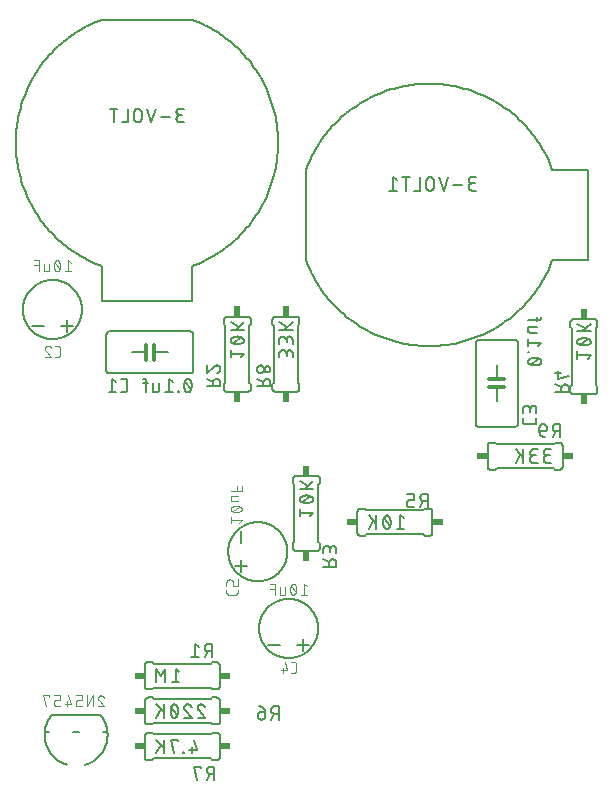
<source format=gbr>
G04 EAGLE Gerber RS-274X export*
G75*
%MOMM*%
%FSLAX34Y34*%
%LPD*%
%INSilkscreen Bottom*%
%IPPOS*%
%AMOC8*
5,1,8,0,0,1.08239X$1,22.5*%
G01*
%ADD10C,0.127000*%
%ADD11C,0.101600*%
%ADD12C,0.203200*%
%ADD13C,0.304800*%
%ADD14C,0.152400*%
%ADD15R,0.863600X0.609600*%
%ADD16R,0.609600X0.863600*%
%ADD17C,0.076200*%


D10*
X189054Y826509D02*
X188667Y826005D01*
X188291Y825492D01*
X187928Y824970D01*
X187577Y824440D01*
X187240Y823902D01*
X186915Y823355D01*
X186603Y822801D01*
X186304Y822240D01*
X186019Y821671D01*
X185748Y821096D01*
X185490Y820515D01*
X185247Y819928D01*
X185017Y819335D01*
X184802Y818737D01*
X184601Y818134D01*
X184414Y817526D01*
X184242Y816914D01*
X184084Y816298D01*
X183942Y815678D01*
X183814Y815056D01*
X183701Y814430D01*
X183602Y813802D01*
X183519Y813172D01*
X183451Y812539D01*
X183451Y812540D02*
X183397Y811891D01*
X183359Y811242D01*
X183337Y810591D01*
X183330Y809940D01*
X183339Y809289D01*
X183365Y808639D01*
X183406Y807989D01*
X183463Y807341D01*
X183536Y806694D01*
X183624Y806049D01*
X183729Y805406D01*
X183849Y804766D01*
X183984Y804130D01*
X184135Y803496D01*
X184302Y802867D01*
X184483Y802242D01*
X184680Y801621D01*
X184892Y801006D01*
X185119Y800396D01*
X185361Y799791D01*
X185618Y799193D01*
X185889Y798601D01*
X186174Y798016D01*
X186474Y797438D01*
X186787Y796868D01*
X187115Y796305D01*
X187456Y795751D01*
X187810Y795205D01*
X188178Y794668D01*
X188559Y794139D01*
X188952Y793621D01*
X189358Y793112D01*
X189776Y792613D01*
X190207Y792125D01*
X190649Y791647D01*
X191103Y791180D01*
X191568Y790725D01*
X192044Y790281D01*
X192530Y789848D01*
X193027Y789428D01*
X193534Y789020D01*
X194051Y788624D01*
X194578Y788241D01*
X195114Y787871D01*
X195658Y787514D01*
X196211Y787171D01*
X196772Y786841D01*
X197342Y786525D01*
X197918Y786223D01*
X198502Y785936D01*
X199093Y785662D01*
X199690Y785403D01*
X200294Y785159D01*
X200903Y784929D01*
X201517Y784715D01*
X202137Y784515D01*
X217863Y784515D02*
X218478Y784714D01*
X219089Y784926D01*
X219694Y785154D01*
X220293Y785396D01*
X220886Y785653D01*
X221473Y785924D01*
X222053Y786209D01*
X222626Y786508D01*
X223192Y786821D01*
X223750Y787148D01*
X224300Y787488D01*
X224841Y787841D01*
X225374Y788207D01*
X225897Y788586D01*
X226412Y788978D01*
X226916Y789381D01*
X227411Y789798D01*
X227896Y790225D01*
X228370Y790665D01*
X228833Y791116D01*
X229285Y791578D01*
X229726Y792051D01*
X230155Y792534D01*
X230572Y793028D01*
X230978Y793531D01*
X231371Y794044D01*
X231751Y794567D01*
X232119Y795099D01*
X232473Y795639D01*
X232815Y796188D01*
X233143Y796745D01*
X233457Y797310D01*
X233758Y797882D01*
X234045Y798461D01*
X234317Y799048D01*
X234576Y799640D01*
X234819Y800239D01*
X235049Y800843D01*
X235263Y801453D01*
X235463Y802068D01*
X235648Y802687D01*
X235818Y803311D01*
X235972Y803939D01*
X236111Y804570D01*
X236235Y805204D01*
X236344Y805842D01*
X236437Y806481D01*
X236514Y807123D01*
X236576Y807766D01*
X236623Y808411D01*
X236653Y809057D01*
X236668Y809703D01*
X236668Y810349D01*
X236651Y810996D01*
X236619Y811641D01*
X236572Y812286D01*
X236509Y812929D01*
X236430Y813571D01*
X236336Y814210D01*
X236226Y814847D01*
X236101Y815482D01*
X235960Y816113D01*
X235804Y816740D01*
X235633Y817363D01*
X235447Y817982D01*
X235246Y818597D01*
X235031Y819206D01*
X234800Y819810D01*
X234555Y820408D01*
X234296Y821000D01*
X234022Y821586D01*
X233734Y822165D01*
X233432Y822736D01*
X233117Y823301D01*
X232788Y823857D01*
X232445Y824405D01*
X232089Y824945D01*
X231721Y825476D01*
X231339Y825998D01*
X230945Y826510D01*
X189055Y826510D01*
X187463Y812540D02*
X183451Y812540D01*
X207137Y812540D02*
X212863Y812540D01*
X232537Y812540D02*
X236549Y812540D01*
D11*
X228588Y840856D02*
X228590Y840950D01*
X228596Y841045D01*
X228606Y841139D01*
X228619Y841232D01*
X228637Y841325D01*
X228658Y841417D01*
X228683Y841508D01*
X228712Y841598D01*
X228744Y841687D01*
X228781Y841774D01*
X228820Y841860D01*
X228864Y841944D01*
X228910Y842026D01*
X228960Y842106D01*
X229014Y842184D01*
X229070Y842260D01*
X229130Y842333D01*
X229192Y842404D01*
X229258Y842472D01*
X229326Y842538D01*
X229397Y842600D01*
X229470Y842660D01*
X229546Y842716D01*
X229624Y842770D01*
X229704Y842820D01*
X229786Y842866D01*
X229870Y842910D01*
X229956Y842949D01*
X230043Y842986D01*
X230132Y843018D01*
X230222Y843047D01*
X230313Y843072D01*
X230405Y843093D01*
X230498Y843111D01*
X230591Y843124D01*
X230685Y843134D01*
X230780Y843140D01*
X230874Y843142D01*
X230980Y843140D01*
X231085Y843134D01*
X231190Y843125D01*
X231295Y843112D01*
X231399Y843095D01*
X231502Y843074D01*
X231605Y843050D01*
X231707Y843021D01*
X231807Y842990D01*
X231907Y842954D01*
X232005Y842916D01*
X232101Y842873D01*
X232197Y842827D01*
X232290Y842778D01*
X232381Y842726D01*
X232471Y842670D01*
X232559Y842611D01*
X232644Y842549D01*
X232727Y842484D01*
X232808Y842416D01*
X232886Y842345D01*
X232961Y842271D01*
X233034Y842195D01*
X233104Y842116D01*
X233171Y842035D01*
X233236Y841951D01*
X233297Y841865D01*
X233355Y841777D01*
X233410Y841687D01*
X233461Y841595D01*
X233510Y841501D01*
X233555Y841405D01*
X233596Y841308D01*
X233634Y841210D01*
X233668Y841110D01*
X229350Y839078D02*
X229283Y839145D01*
X229218Y839214D01*
X229156Y839286D01*
X229097Y839359D01*
X229041Y839436D01*
X228987Y839514D01*
X228937Y839594D01*
X228890Y839676D01*
X228846Y839760D01*
X228806Y839846D01*
X228768Y839933D01*
X228734Y840021D01*
X228704Y840111D01*
X228677Y840201D01*
X228653Y840293D01*
X228633Y840386D01*
X228617Y840479D01*
X228604Y840573D01*
X228595Y840667D01*
X228590Y840761D01*
X228588Y840856D01*
X229350Y839078D02*
X233668Y833998D01*
X228588Y833998D01*
X224219Y833998D02*
X224219Y843142D01*
X219139Y833998D01*
X219139Y843142D01*
X214770Y833998D02*
X211722Y833998D01*
X211633Y834000D01*
X211545Y834006D01*
X211457Y834015D01*
X211369Y834029D01*
X211282Y834046D01*
X211196Y834067D01*
X211111Y834092D01*
X211027Y834121D01*
X210944Y834153D01*
X210863Y834188D01*
X210784Y834228D01*
X210706Y834270D01*
X210630Y834316D01*
X210556Y834365D01*
X210485Y834418D01*
X210416Y834473D01*
X210349Y834532D01*
X210285Y834593D01*
X210224Y834657D01*
X210165Y834724D01*
X210110Y834793D01*
X210057Y834864D01*
X210008Y834938D01*
X209962Y835014D01*
X209920Y835092D01*
X209880Y835171D01*
X209845Y835252D01*
X209813Y835335D01*
X209784Y835419D01*
X209759Y835504D01*
X209738Y835590D01*
X209721Y835677D01*
X209707Y835765D01*
X209698Y835853D01*
X209692Y835941D01*
X209690Y836030D01*
X209690Y837046D01*
X209692Y837135D01*
X209698Y837223D01*
X209707Y837311D01*
X209721Y837399D01*
X209738Y837486D01*
X209759Y837572D01*
X209784Y837657D01*
X209813Y837741D01*
X209845Y837824D01*
X209880Y837905D01*
X209920Y837984D01*
X209962Y838062D01*
X210008Y838138D01*
X210057Y838212D01*
X210110Y838283D01*
X210165Y838352D01*
X210224Y838419D01*
X210285Y838483D01*
X210349Y838544D01*
X210416Y838603D01*
X210485Y838658D01*
X210556Y838711D01*
X210630Y838760D01*
X210706Y838806D01*
X210784Y838848D01*
X210863Y838888D01*
X210944Y838923D01*
X211027Y838955D01*
X211111Y838984D01*
X211196Y839009D01*
X211282Y839030D01*
X211369Y839047D01*
X211457Y839061D01*
X211545Y839070D01*
X211633Y839076D01*
X211722Y839078D01*
X214770Y839078D01*
X214770Y843142D01*
X209690Y843142D01*
X203594Y843142D02*
X205626Y836030D01*
X200546Y836030D01*
X202070Y838062D02*
X202070Y833998D01*
X196482Y833998D02*
X193434Y833998D01*
X193345Y834000D01*
X193257Y834006D01*
X193169Y834015D01*
X193081Y834029D01*
X192994Y834046D01*
X192908Y834067D01*
X192823Y834092D01*
X192739Y834121D01*
X192656Y834153D01*
X192575Y834188D01*
X192496Y834228D01*
X192418Y834270D01*
X192342Y834316D01*
X192268Y834365D01*
X192197Y834418D01*
X192128Y834473D01*
X192061Y834532D01*
X191997Y834593D01*
X191936Y834657D01*
X191877Y834724D01*
X191822Y834793D01*
X191769Y834864D01*
X191720Y834938D01*
X191674Y835014D01*
X191632Y835092D01*
X191592Y835171D01*
X191557Y835252D01*
X191525Y835335D01*
X191496Y835419D01*
X191471Y835504D01*
X191450Y835590D01*
X191433Y835677D01*
X191419Y835765D01*
X191410Y835853D01*
X191404Y835941D01*
X191402Y836030D01*
X191402Y837046D01*
X191404Y837135D01*
X191410Y837223D01*
X191419Y837311D01*
X191433Y837399D01*
X191450Y837486D01*
X191471Y837572D01*
X191496Y837657D01*
X191525Y837741D01*
X191557Y837824D01*
X191592Y837905D01*
X191632Y837984D01*
X191674Y838062D01*
X191720Y838138D01*
X191769Y838212D01*
X191822Y838283D01*
X191877Y838352D01*
X191936Y838419D01*
X191997Y838483D01*
X192061Y838544D01*
X192128Y838603D01*
X192197Y838658D01*
X192268Y838711D01*
X192342Y838760D01*
X192418Y838806D01*
X192496Y838848D01*
X192575Y838888D01*
X192656Y838923D01*
X192739Y838955D01*
X192823Y838984D01*
X192908Y839009D01*
X192994Y839030D01*
X193081Y839047D01*
X193169Y839061D01*
X193257Y839070D01*
X193345Y839076D01*
X193434Y839078D01*
X196482Y839078D01*
X196482Y843142D01*
X191402Y843142D01*
X187338Y843142D02*
X187338Y842126D01*
X187338Y843142D02*
X182258Y843142D01*
X184798Y833998D01*
D12*
X232000Y1176800D02*
X232000Y1206600D01*
X232000Y1176800D02*
X308000Y1176800D01*
X308000Y1206600D01*
X308000Y1415400D02*
X232000Y1415400D01*
X229463Y1414438D01*
X226950Y1413414D01*
X224464Y1412329D01*
X222004Y1411184D01*
X219573Y1409979D01*
X217172Y1408716D01*
X214803Y1407394D01*
X212467Y1406014D01*
X210165Y1404578D01*
X207899Y1403086D01*
X205670Y1401539D01*
X203479Y1399939D01*
X201329Y1398285D01*
X199219Y1396580D01*
X197151Y1394823D01*
X195127Y1393016D01*
X193147Y1391161D01*
X191214Y1389258D01*
X189327Y1387308D01*
X187489Y1385313D01*
X185700Y1383273D01*
X183961Y1381190D01*
X182274Y1379066D01*
X180638Y1376901D01*
X179057Y1374697D01*
X177529Y1372454D01*
X176057Y1370176D01*
X174640Y1367862D01*
X173281Y1365514D01*
X171979Y1363133D01*
X170736Y1360722D01*
X169552Y1358281D01*
X168428Y1355811D01*
X167365Y1353315D01*
X166363Y1350794D01*
X165422Y1348249D01*
X164544Y1345682D01*
X163729Y1343094D01*
X162978Y1340487D01*
X162290Y1337863D01*
X161666Y1335222D01*
X161108Y1332568D01*
X160614Y1329900D01*
X160185Y1327221D01*
X159822Y1324532D01*
X159524Y1321835D01*
X159293Y1319132D01*
X159127Y1316424D01*
X159028Y1313713D01*
X158995Y1311000D01*
X159028Y1308287D01*
X159127Y1305576D01*
X159293Y1302868D01*
X159524Y1300165D01*
X159822Y1297468D01*
X160185Y1294779D01*
X160614Y1292100D01*
X161108Y1289432D01*
X161666Y1286778D01*
X162290Y1284137D01*
X162978Y1281513D01*
X163729Y1278906D01*
X164544Y1276318D01*
X165422Y1273751D01*
X166363Y1271206D01*
X167365Y1268685D01*
X168428Y1266189D01*
X169552Y1263719D01*
X170736Y1261278D01*
X171979Y1258867D01*
X173281Y1256486D01*
X174640Y1254138D01*
X176057Y1251824D01*
X177529Y1249546D01*
X179057Y1247303D01*
X180638Y1245099D01*
X182274Y1242934D01*
X183961Y1240810D01*
X185700Y1238727D01*
X187489Y1236687D01*
X189327Y1234692D01*
X191214Y1232742D01*
X193147Y1230839D01*
X195127Y1228984D01*
X197151Y1227177D01*
X199219Y1225420D01*
X201329Y1223715D01*
X203479Y1222061D01*
X205670Y1220461D01*
X207899Y1218914D01*
X210165Y1217422D01*
X212467Y1215986D01*
X214803Y1214606D01*
X217172Y1213284D01*
X219573Y1212021D01*
X222004Y1210816D01*
X224464Y1209671D01*
X226950Y1208586D01*
X229463Y1207562D01*
X232000Y1206600D01*
X308000Y1206600D02*
X310537Y1207562D01*
X313050Y1208586D01*
X315536Y1209671D01*
X317996Y1210816D01*
X320427Y1212021D01*
X322828Y1213284D01*
X325197Y1214606D01*
X327533Y1215986D01*
X329835Y1217422D01*
X332101Y1218914D01*
X334330Y1220461D01*
X336521Y1222061D01*
X338671Y1223715D01*
X340781Y1225420D01*
X342849Y1227177D01*
X344873Y1228984D01*
X346853Y1230839D01*
X348786Y1232742D01*
X350673Y1234692D01*
X352511Y1236687D01*
X354300Y1238727D01*
X356039Y1240810D01*
X357726Y1242934D01*
X359362Y1245099D01*
X360943Y1247303D01*
X362471Y1249546D01*
X363943Y1251824D01*
X365360Y1254138D01*
X366719Y1256486D01*
X368021Y1258867D01*
X369264Y1261278D01*
X370448Y1263719D01*
X371572Y1266189D01*
X372635Y1268685D01*
X373637Y1271206D01*
X374578Y1273751D01*
X375456Y1276318D01*
X376271Y1278906D01*
X377022Y1281513D01*
X377710Y1284137D01*
X378334Y1286778D01*
X378892Y1289432D01*
X379386Y1292100D01*
X379815Y1294779D01*
X380178Y1297468D01*
X380476Y1300165D01*
X380707Y1302868D01*
X380873Y1305576D01*
X380972Y1308287D01*
X381005Y1311000D01*
X380972Y1313713D01*
X380873Y1316424D01*
X380707Y1319132D01*
X380476Y1321835D01*
X380178Y1324532D01*
X379815Y1327221D01*
X379386Y1329900D01*
X378892Y1332568D01*
X378334Y1335222D01*
X377710Y1337863D01*
X377022Y1340487D01*
X376271Y1343094D01*
X375456Y1345682D01*
X374578Y1348249D01*
X373637Y1350794D01*
X372635Y1353315D01*
X371572Y1355811D01*
X370448Y1358281D01*
X369264Y1360722D01*
X368021Y1363133D01*
X366719Y1365514D01*
X365360Y1367862D01*
X363943Y1370176D01*
X362471Y1372454D01*
X360943Y1374697D01*
X359362Y1376901D01*
X357726Y1379066D01*
X356039Y1381190D01*
X354300Y1383273D01*
X352511Y1385313D01*
X350673Y1387308D01*
X348786Y1389258D01*
X346853Y1391161D01*
X344873Y1393016D01*
X342849Y1394823D01*
X340781Y1396580D01*
X338671Y1398285D01*
X336521Y1399939D01*
X334330Y1401539D01*
X332101Y1403086D01*
X329835Y1404578D01*
X327533Y1406014D01*
X325197Y1407394D01*
X322828Y1408716D01*
X320427Y1409979D01*
X317996Y1411184D01*
X315536Y1412329D01*
X313050Y1413414D01*
X310537Y1414438D01*
X308000Y1415400D01*
D10*
X301369Y1328585D02*
X298194Y1328585D01*
X298083Y1328587D01*
X297973Y1328593D01*
X297862Y1328602D01*
X297752Y1328616D01*
X297643Y1328633D01*
X297534Y1328654D01*
X297426Y1328679D01*
X297319Y1328708D01*
X297213Y1328740D01*
X297108Y1328776D01*
X297005Y1328816D01*
X296903Y1328859D01*
X296802Y1328906D01*
X296703Y1328957D01*
X296607Y1329010D01*
X296512Y1329067D01*
X296419Y1329128D01*
X296328Y1329191D01*
X296239Y1329258D01*
X296153Y1329328D01*
X296070Y1329401D01*
X295988Y1329476D01*
X295910Y1329554D01*
X295835Y1329636D01*
X295762Y1329719D01*
X295692Y1329805D01*
X295625Y1329894D01*
X295562Y1329985D01*
X295501Y1330078D01*
X295444Y1330173D01*
X295391Y1330269D01*
X295340Y1330368D01*
X295293Y1330469D01*
X295250Y1330571D01*
X295210Y1330674D01*
X295174Y1330779D01*
X295142Y1330885D01*
X295113Y1330992D01*
X295088Y1331100D01*
X295067Y1331209D01*
X295050Y1331318D01*
X295036Y1331428D01*
X295027Y1331539D01*
X295021Y1331649D01*
X295019Y1331760D01*
X295021Y1331871D01*
X295027Y1331981D01*
X295036Y1332092D01*
X295050Y1332202D01*
X295067Y1332311D01*
X295088Y1332420D01*
X295113Y1332528D01*
X295142Y1332635D01*
X295174Y1332741D01*
X295210Y1332846D01*
X295250Y1332949D01*
X295293Y1333051D01*
X295340Y1333152D01*
X295391Y1333251D01*
X295444Y1333348D01*
X295501Y1333442D01*
X295562Y1333535D01*
X295625Y1333626D01*
X295692Y1333715D01*
X295762Y1333801D01*
X295835Y1333884D01*
X295910Y1333966D01*
X295988Y1334044D01*
X296070Y1334119D01*
X296153Y1334192D01*
X296239Y1334262D01*
X296328Y1334329D01*
X296419Y1334392D01*
X296512Y1334453D01*
X296607Y1334510D01*
X296703Y1334563D01*
X296802Y1334614D01*
X296903Y1334661D01*
X297005Y1334704D01*
X297108Y1334744D01*
X297213Y1334780D01*
X297319Y1334812D01*
X297426Y1334841D01*
X297534Y1334866D01*
X297643Y1334887D01*
X297752Y1334904D01*
X297862Y1334918D01*
X297973Y1334927D01*
X298083Y1334933D01*
X298194Y1334935D01*
X297559Y1340015D02*
X301369Y1340015D01*
X297559Y1340015D02*
X297459Y1340013D01*
X297360Y1340007D01*
X297260Y1339997D01*
X297162Y1339984D01*
X297063Y1339966D01*
X296966Y1339945D01*
X296870Y1339920D01*
X296774Y1339891D01*
X296680Y1339858D01*
X296587Y1339822D01*
X296496Y1339782D01*
X296406Y1339738D01*
X296318Y1339691D01*
X296232Y1339641D01*
X296148Y1339587D01*
X296066Y1339530D01*
X295987Y1339470D01*
X295909Y1339406D01*
X295835Y1339340D01*
X295763Y1339271D01*
X295694Y1339199D01*
X295628Y1339125D01*
X295564Y1339047D01*
X295504Y1338968D01*
X295447Y1338886D01*
X295393Y1338802D01*
X295343Y1338716D01*
X295296Y1338628D01*
X295252Y1338538D01*
X295212Y1338447D01*
X295176Y1338354D01*
X295143Y1338260D01*
X295114Y1338164D01*
X295089Y1338068D01*
X295068Y1337971D01*
X295050Y1337872D01*
X295037Y1337774D01*
X295027Y1337674D01*
X295021Y1337575D01*
X295019Y1337475D01*
X295021Y1337375D01*
X295027Y1337276D01*
X295037Y1337176D01*
X295050Y1337078D01*
X295068Y1336979D01*
X295089Y1336882D01*
X295114Y1336786D01*
X295143Y1336690D01*
X295176Y1336596D01*
X295212Y1336503D01*
X295252Y1336412D01*
X295296Y1336322D01*
X295343Y1336234D01*
X295393Y1336148D01*
X295447Y1336064D01*
X295504Y1335982D01*
X295564Y1335903D01*
X295628Y1335825D01*
X295694Y1335751D01*
X295763Y1335679D01*
X295835Y1335610D01*
X295909Y1335544D01*
X295987Y1335480D01*
X296066Y1335420D01*
X296148Y1335363D01*
X296232Y1335309D01*
X296318Y1335259D01*
X296406Y1335212D01*
X296496Y1335168D01*
X296587Y1335128D01*
X296680Y1335092D01*
X296774Y1335059D01*
X296870Y1335030D01*
X296966Y1335005D01*
X297063Y1334984D01*
X297162Y1334966D01*
X297260Y1334953D01*
X297360Y1334943D01*
X297459Y1334937D01*
X297559Y1334935D01*
X300099Y1334935D01*
X289812Y1333030D02*
X282192Y1333030D01*
X277620Y1340015D02*
X273810Y1328585D01*
X270000Y1340015D01*
X265555Y1336840D02*
X265555Y1331760D01*
X265555Y1336840D02*
X265553Y1336951D01*
X265547Y1337061D01*
X265538Y1337172D01*
X265524Y1337282D01*
X265507Y1337391D01*
X265486Y1337500D01*
X265461Y1337608D01*
X265432Y1337715D01*
X265400Y1337821D01*
X265364Y1337926D01*
X265324Y1338029D01*
X265281Y1338131D01*
X265234Y1338232D01*
X265183Y1338331D01*
X265130Y1338428D01*
X265073Y1338522D01*
X265012Y1338615D01*
X264949Y1338706D01*
X264882Y1338795D01*
X264812Y1338881D01*
X264739Y1338964D01*
X264664Y1339046D01*
X264586Y1339124D01*
X264504Y1339199D01*
X264421Y1339272D01*
X264335Y1339342D01*
X264246Y1339409D01*
X264155Y1339472D01*
X264062Y1339533D01*
X263968Y1339590D01*
X263871Y1339643D01*
X263772Y1339694D01*
X263671Y1339741D01*
X263569Y1339784D01*
X263466Y1339824D01*
X263361Y1339860D01*
X263255Y1339892D01*
X263148Y1339921D01*
X263040Y1339946D01*
X262931Y1339967D01*
X262822Y1339984D01*
X262712Y1339998D01*
X262601Y1340007D01*
X262491Y1340013D01*
X262380Y1340015D01*
X262269Y1340013D01*
X262159Y1340007D01*
X262048Y1339998D01*
X261938Y1339984D01*
X261829Y1339967D01*
X261720Y1339946D01*
X261612Y1339921D01*
X261505Y1339892D01*
X261399Y1339860D01*
X261294Y1339824D01*
X261191Y1339784D01*
X261089Y1339741D01*
X260988Y1339694D01*
X260889Y1339643D01*
X260793Y1339590D01*
X260698Y1339533D01*
X260605Y1339472D01*
X260514Y1339409D01*
X260425Y1339342D01*
X260339Y1339272D01*
X260256Y1339199D01*
X260174Y1339124D01*
X260096Y1339046D01*
X260021Y1338964D01*
X259948Y1338881D01*
X259878Y1338795D01*
X259811Y1338706D01*
X259748Y1338615D01*
X259687Y1338522D01*
X259630Y1338428D01*
X259577Y1338331D01*
X259526Y1338232D01*
X259479Y1338131D01*
X259436Y1338029D01*
X259396Y1337926D01*
X259360Y1337821D01*
X259328Y1337715D01*
X259299Y1337608D01*
X259274Y1337500D01*
X259253Y1337391D01*
X259236Y1337282D01*
X259222Y1337172D01*
X259213Y1337061D01*
X259207Y1336951D01*
X259205Y1336840D01*
X259205Y1331760D01*
X259207Y1331649D01*
X259213Y1331539D01*
X259222Y1331428D01*
X259236Y1331318D01*
X259253Y1331209D01*
X259274Y1331100D01*
X259299Y1330992D01*
X259328Y1330885D01*
X259360Y1330779D01*
X259396Y1330674D01*
X259436Y1330571D01*
X259479Y1330469D01*
X259526Y1330368D01*
X259577Y1330269D01*
X259630Y1330173D01*
X259687Y1330078D01*
X259748Y1329985D01*
X259811Y1329894D01*
X259878Y1329805D01*
X259948Y1329719D01*
X260021Y1329636D01*
X260096Y1329554D01*
X260174Y1329476D01*
X260256Y1329401D01*
X260339Y1329328D01*
X260425Y1329258D01*
X260514Y1329191D01*
X260605Y1329128D01*
X260698Y1329067D01*
X260793Y1329010D01*
X260889Y1328957D01*
X260988Y1328906D01*
X261089Y1328859D01*
X261191Y1328816D01*
X261294Y1328776D01*
X261399Y1328740D01*
X261505Y1328708D01*
X261612Y1328679D01*
X261720Y1328654D01*
X261829Y1328633D01*
X261938Y1328616D01*
X262048Y1328602D01*
X262159Y1328593D01*
X262269Y1328587D01*
X262380Y1328585D01*
X262491Y1328587D01*
X262601Y1328593D01*
X262712Y1328602D01*
X262822Y1328616D01*
X262931Y1328633D01*
X263040Y1328654D01*
X263148Y1328679D01*
X263255Y1328708D01*
X263361Y1328740D01*
X263466Y1328776D01*
X263569Y1328816D01*
X263671Y1328859D01*
X263772Y1328906D01*
X263871Y1328957D01*
X263967Y1329010D01*
X264062Y1329067D01*
X264155Y1329128D01*
X264246Y1329191D01*
X264335Y1329258D01*
X264421Y1329328D01*
X264504Y1329401D01*
X264586Y1329476D01*
X264664Y1329554D01*
X264739Y1329636D01*
X264812Y1329719D01*
X264882Y1329805D01*
X264949Y1329894D01*
X265012Y1329985D01*
X265073Y1330078D01*
X265130Y1330173D01*
X265183Y1330269D01*
X265234Y1330368D01*
X265281Y1330469D01*
X265324Y1330571D01*
X265364Y1330674D01*
X265400Y1330779D01*
X265432Y1330885D01*
X265461Y1330992D01*
X265486Y1331100D01*
X265507Y1331209D01*
X265524Y1331318D01*
X265538Y1331428D01*
X265547Y1331539D01*
X265553Y1331649D01*
X265555Y1331760D01*
X253719Y1328585D02*
X253719Y1340015D01*
X253719Y1328585D02*
X248639Y1328585D01*
X241806Y1328585D02*
X241806Y1340015D01*
X244981Y1340015D02*
X238631Y1340015D01*
D12*
X613400Y1212000D02*
X643200Y1212000D01*
X643200Y1288000D01*
X613400Y1288000D01*
X404600Y1288000D02*
X404600Y1212000D01*
X405562Y1209463D01*
X406586Y1206950D01*
X407671Y1204464D01*
X408816Y1202004D01*
X410021Y1199573D01*
X411284Y1197172D01*
X412606Y1194803D01*
X413986Y1192467D01*
X415422Y1190165D01*
X416914Y1187899D01*
X418461Y1185670D01*
X420061Y1183479D01*
X421715Y1181329D01*
X423420Y1179219D01*
X425177Y1177151D01*
X426984Y1175127D01*
X428839Y1173147D01*
X430742Y1171214D01*
X432692Y1169327D01*
X434687Y1167489D01*
X436727Y1165700D01*
X438810Y1163961D01*
X440934Y1162274D01*
X443099Y1160638D01*
X445303Y1159057D01*
X447546Y1157529D01*
X449824Y1156057D01*
X452138Y1154640D01*
X454486Y1153281D01*
X456867Y1151979D01*
X459278Y1150736D01*
X461719Y1149552D01*
X464189Y1148428D01*
X466685Y1147365D01*
X469206Y1146363D01*
X471751Y1145422D01*
X474318Y1144544D01*
X476906Y1143729D01*
X479513Y1142978D01*
X482137Y1142290D01*
X484778Y1141666D01*
X487432Y1141108D01*
X490100Y1140614D01*
X492779Y1140185D01*
X495468Y1139822D01*
X498165Y1139524D01*
X500868Y1139293D01*
X503576Y1139127D01*
X506287Y1139028D01*
X509000Y1138995D01*
X511713Y1139028D01*
X514424Y1139127D01*
X517132Y1139293D01*
X519835Y1139524D01*
X522532Y1139822D01*
X525221Y1140185D01*
X527900Y1140614D01*
X530568Y1141108D01*
X533222Y1141666D01*
X535863Y1142290D01*
X538487Y1142978D01*
X541094Y1143729D01*
X543682Y1144544D01*
X546249Y1145422D01*
X548794Y1146363D01*
X551315Y1147365D01*
X553811Y1148428D01*
X556281Y1149552D01*
X558722Y1150736D01*
X561133Y1151979D01*
X563514Y1153281D01*
X565862Y1154640D01*
X568176Y1156057D01*
X570454Y1157529D01*
X572697Y1159057D01*
X574901Y1160638D01*
X577066Y1162274D01*
X579190Y1163961D01*
X581273Y1165700D01*
X583313Y1167489D01*
X585308Y1169327D01*
X587258Y1171214D01*
X589161Y1173147D01*
X591016Y1175127D01*
X592823Y1177151D01*
X594580Y1179219D01*
X596285Y1181329D01*
X597939Y1183479D01*
X599539Y1185670D01*
X601086Y1187899D01*
X602578Y1190165D01*
X604014Y1192467D01*
X605394Y1194803D01*
X606716Y1197172D01*
X607979Y1199573D01*
X609184Y1202004D01*
X610329Y1204464D01*
X611414Y1206950D01*
X612438Y1209463D01*
X613400Y1212000D01*
X613400Y1288000D02*
X612438Y1290537D01*
X611414Y1293050D01*
X610329Y1295536D01*
X609184Y1297996D01*
X607979Y1300427D01*
X606716Y1302828D01*
X605394Y1305197D01*
X604014Y1307533D01*
X602578Y1309835D01*
X601086Y1312101D01*
X599539Y1314330D01*
X597939Y1316521D01*
X596285Y1318671D01*
X594580Y1320781D01*
X592823Y1322849D01*
X591016Y1324873D01*
X589161Y1326853D01*
X587258Y1328786D01*
X585308Y1330673D01*
X583313Y1332511D01*
X581273Y1334300D01*
X579190Y1336039D01*
X577066Y1337726D01*
X574901Y1339362D01*
X572697Y1340943D01*
X570454Y1342471D01*
X568176Y1343943D01*
X565862Y1345360D01*
X563514Y1346719D01*
X561133Y1348021D01*
X558722Y1349264D01*
X556281Y1350448D01*
X553811Y1351572D01*
X551315Y1352635D01*
X548794Y1353637D01*
X546249Y1354578D01*
X543682Y1355456D01*
X541094Y1356271D01*
X538487Y1357022D01*
X535863Y1357710D01*
X533222Y1358334D01*
X530568Y1358892D01*
X527900Y1359386D01*
X525221Y1359815D01*
X522532Y1360178D01*
X519835Y1360476D01*
X517132Y1360707D01*
X514424Y1360873D01*
X511713Y1360972D01*
X509000Y1361005D01*
X506287Y1360972D01*
X503576Y1360873D01*
X500868Y1360707D01*
X498165Y1360476D01*
X495468Y1360178D01*
X492779Y1359815D01*
X490100Y1359386D01*
X487432Y1358892D01*
X484778Y1358334D01*
X482137Y1357710D01*
X479513Y1357022D01*
X476906Y1356271D01*
X474318Y1355456D01*
X471751Y1354578D01*
X469206Y1353637D01*
X466685Y1352635D01*
X464189Y1351572D01*
X461719Y1350448D01*
X459278Y1349264D01*
X456867Y1348021D01*
X454486Y1346719D01*
X452138Y1345360D01*
X449824Y1343943D01*
X447546Y1342471D01*
X445303Y1340943D01*
X443099Y1339362D01*
X440934Y1337726D01*
X438810Y1336039D01*
X436727Y1334300D01*
X434687Y1332511D01*
X432692Y1330673D01*
X430742Y1328786D01*
X428839Y1326853D01*
X426984Y1324873D01*
X425177Y1322849D01*
X423420Y1320781D01*
X421715Y1318671D01*
X420061Y1316521D01*
X418461Y1314330D01*
X416914Y1312101D01*
X415422Y1309835D01*
X413986Y1307533D01*
X412606Y1305197D01*
X411284Y1302828D01*
X410021Y1300427D01*
X408816Y1297996D01*
X407671Y1295536D01*
X406586Y1293050D01*
X405562Y1290537D01*
X404600Y1288000D01*
D10*
X545578Y1270635D02*
X548753Y1270635D01*
X545578Y1270635D02*
X545467Y1270637D01*
X545357Y1270643D01*
X545246Y1270652D01*
X545136Y1270666D01*
X545027Y1270683D01*
X544918Y1270704D01*
X544810Y1270729D01*
X544703Y1270758D01*
X544597Y1270790D01*
X544492Y1270826D01*
X544389Y1270866D01*
X544287Y1270909D01*
X544186Y1270956D01*
X544087Y1271007D01*
X543991Y1271060D01*
X543896Y1271117D01*
X543803Y1271178D01*
X543712Y1271241D01*
X543623Y1271308D01*
X543537Y1271378D01*
X543454Y1271451D01*
X543372Y1271526D01*
X543294Y1271604D01*
X543219Y1271686D01*
X543146Y1271769D01*
X543076Y1271855D01*
X543009Y1271944D01*
X542946Y1272035D01*
X542885Y1272128D01*
X542828Y1272223D01*
X542775Y1272319D01*
X542724Y1272418D01*
X542677Y1272519D01*
X542634Y1272621D01*
X542594Y1272724D01*
X542558Y1272829D01*
X542526Y1272935D01*
X542497Y1273042D01*
X542472Y1273150D01*
X542451Y1273259D01*
X542434Y1273368D01*
X542420Y1273478D01*
X542411Y1273589D01*
X542405Y1273699D01*
X542403Y1273810D01*
X542405Y1273921D01*
X542411Y1274031D01*
X542420Y1274142D01*
X542434Y1274252D01*
X542451Y1274361D01*
X542472Y1274470D01*
X542497Y1274578D01*
X542526Y1274685D01*
X542558Y1274791D01*
X542594Y1274896D01*
X542634Y1274999D01*
X542677Y1275101D01*
X542724Y1275202D01*
X542775Y1275301D01*
X542828Y1275398D01*
X542885Y1275492D01*
X542946Y1275585D01*
X543009Y1275676D01*
X543076Y1275765D01*
X543146Y1275851D01*
X543219Y1275934D01*
X543294Y1276016D01*
X543372Y1276094D01*
X543454Y1276169D01*
X543537Y1276242D01*
X543623Y1276312D01*
X543712Y1276379D01*
X543803Y1276442D01*
X543896Y1276503D01*
X543991Y1276560D01*
X544087Y1276613D01*
X544186Y1276664D01*
X544287Y1276711D01*
X544389Y1276754D01*
X544492Y1276794D01*
X544597Y1276830D01*
X544703Y1276862D01*
X544810Y1276891D01*
X544918Y1276916D01*
X545027Y1276937D01*
X545136Y1276954D01*
X545246Y1276968D01*
X545357Y1276977D01*
X545467Y1276983D01*
X545578Y1276985D01*
X544943Y1282065D02*
X548753Y1282065D01*
X544943Y1282065D02*
X544843Y1282063D01*
X544744Y1282057D01*
X544644Y1282047D01*
X544546Y1282034D01*
X544447Y1282016D01*
X544350Y1281995D01*
X544254Y1281970D01*
X544158Y1281941D01*
X544064Y1281908D01*
X543971Y1281872D01*
X543880Y1281832D01*
X543790Y1281788D01*
X543702Y1281741D01*
X543616Y1281691D01*
X543532Y1281637D01*
X543450Y1281580D01*
X543371Y1281520D01*
X543293Y1281456D01*
X543219Y1281390D01*
X543147Y1281321D01*
X543078Y1281249D01*
X543012Y1281175D01*
X542948Y1281097D01*
X542888Y1281018D01*
X542831Y1280936D01*
X542777Y1280852D01*
X542727Y1280766D01*
X542680Y1280678D01*
X542636Y1280588D01*
X542596Y1280497D01*
X542560Y1280404D01*
X542527Y1280310D01*
X542498Y1280214D01*
X542473Y1280118D01*
X542452Y1280021D01*
X542434Y1279922D01*
X542421Y1279824D01*
X542411Y1279724D01*
X542405Y1279625D01*
X542403Y1279525D01*
X542405Y1279425D01*
X542411Y1279326D01*
X542421Y1279226D01*
X542434Y1279128D01*
X542452Y1279029D01*
X542473Y1278932D01*
X542498Y1278836D01*
X542527Y1278740D01*
X542560Y1278646D01*
X542596Y1278553D01*
X542636Y1278462D01*
X542680Y1278372D01*
X542727Y1278284D01*
X542777Y1278198D01*
X542831Y1278114D01*
X542888Y1278032D01*
X542948Y1277953D01*
X543012Y1277875D01*
X543078Y1277801D01*
X543147Y1277729D01*
X543219Y1277660D01*
X543293Y1277594D01*
X543371Y1277530D01*
X543450Y1277470D01*
X543532Y1277413D01*
X543616Y1277359D01*
X543702Y1277309D01*
X543790Y1277262D01*
X543880Y1277218D01*
X543971Y1277178D01*
X544064Y1277142D01*
X544158Y1277109D01*
X544254Y1277080D01*
X544350Y1277055D01*
X544447Y1277034D01*
X544546Y1277016D01*
X544644Y1277003D01*
X544744Y1276993D01*
X544843Y1276987D01*
X544943Y1276985D01*
X547483Y1276985D01*
X537196Y1275080D02*
X529576Y1275080D01*
X525004Y1282065D02*
X521194Y1270635D01*
X517384Y1282065D01*
X512939Y1278890D02*
X512939Y1273810D01*
X512939Y1278890D02*
X512937Y1279001D01*
X512931Y1279111D01*
X512922Y1279222D01*
X512908Y1279332D01*
X512891Y1279441D01*
X512870Y1279550D01*
X512845Y1279658D01*
X512816Y1279765D01*
X512784Y1279871D01*
X512748Y1279976D01*
X512708Y1280079D01*
X512665Y1280181D01*
X512618Y1280282D01*
X512567Y1280381D01*
X512514Y1280478D01*
X512457Y1280572D01*
X512396Y1280665D01*
X512333Y1280756D01*
X512266Y1280845D01*
X512196Y1280931D01*
X512123Y1281014D01*
X512048Y1281096D01*
X511970Y1281174D01*
X511888Y1281249D01*
X511805Y1281322D01*
X511719Y1281392D01*
X511630Y1281459D01*
X511539Y1281522D01*
X511446Y1281583D01*
X511352Y1281640D01*
X511255Y1281693D01*
X511156Y1281744D01*
X511055Y1281791D01*
X510953Y1281834D01*
X510850Y1281874D01*
X510745Y1281910D01*
X510639Y1281942D01*
X510532Y1281971D01*
X510424Y1281996D01*
X510315Y1282017D01*
X510206Y1282034D01*
X510096Y1282048D01*
X509985Y1282057D01*
X509875Y1282063D01*
X509764Y1282065D01*
X509653Y1282063D01*
X509543Y1282057D01*
X509432Y1282048D01*
X509322Y1282034D01*
X509213Y1282017D01*
X509104Y1281996D01*
X508996Y1281971D01*
X508889Y1281942D01*
X508783Y1281910D01*
X508678Y1281874D01*
X508575Y1281834D01*
X508473Y1281791D01*
X508372Y1281744D01*
X508273Y1281693D01*
X508177Y1281640D01*
X508082Y1281583D01*
X507989Y1281522D01*
X507898Y1281459D01*
X507809Y1281392D01*
X507723Y1281322D01*
X507640Y1281249D01*
X507558Y1281174D01*
X507480Y1281096D01*
X507405Y1281014D01*
X507332Y1280931D01*
X507262Y1280845D01*
X507195Y1280756D01*
X507132Y1280665D01*
X507071Y1280572D01*
X507014Y1280478D01*
X506961Y1280381D01*
X506910Y1280282D01*
X506863Y1280181D01*
X506820Y1280079D01*
X506780Y1279976D01*
X506744Y1279871D01*
X506712Y1279765D01*
X506683Y1279658D01*
X506658Y1279550D01*
X506637Y1279441D01*
X506620Y1279332D01*
X506606Y1279222D01*
X506597Y1279111D01*
X506591Y1279001D01*
X506589Y1278890D01*
X506589Y1273810D01*
X506591Y1273699D01*
X506597Y1273589D01*
X506606Y1273478D01*
X506620Y1273368D01*
X506637Y1273259D01*
X506658Y1273150D01*
X506683Y1273042D01*
X506712Y1272935D01*
X506744Y1272829D01*
X506780Y1272724D01*
X506820Y1272621D01*
X506863Y1272519D01*
X506910Y1272418D01*
X506961Y1272319D01*
X507014Y1272223D01*
X507071Y1272128D01*
X507132Y1272035D01*
X507195Y1271944D01*
X507262Y1271855D01*
X507332Y1271769D01*
X507405Y1271686D01*
X507480Y1271604D01*
X507558Y1271526D01*
X507640Y1271451D01*
X507723Y1271378D01*
X507809Y1271308D01*
X507898Y1271241D01*
X507989Y1271178D01*
X508082Y1271117D01*
X508177Y1271060D01*
X508273Y1271007D01*
X508372Y1270956D01*
X508473Y1270909D01*
X508575Y1270866D01*
X508678Y1270826D01*
X508783Y1270790D01*
X508889Y1270758D01*
X508996Y1270729D01*
X509104Y1270704D01*
X509213Y1270683D01*
X509322Y1270666D01*
X509432Y1270652D01*
X509543Y1270643D01*
X509653Y1270637D01*
X509764Y1270635D01*
X509875Y1270637D01*
X509985Y1270643D01*
X510096Y1270652D01*
X510206Y1270666D01*
X510315Y1270683D01*
X510424Y1270704D01*
X510532Y1270729D01*
X510639Y1270758D01*
X510745Y1270790D01*
X510850Y1270826D01*
X510953Y1270866D01*
X511055Y1270909D01*
X511156Y1270956D01*
X511255Y1271007D01*
X511351Y1271060D01*
X511446Y1271117D01*
X511539Y1271178D01*
X511630Y1271241D01*
X511719Y1271308D01*
X511805Y1271378D01*
X511888Y1271451D01*
X511970Y1271526D01*
X512048Y1271604D01*
X512123Y1271686D01*
X512196Y1271769D01*
X512266Y1271855D01*
X512333Y1271944D01*
X512396Y1272035D01*
X512457Y1272128D01*
X512514Y1272223D01*
X512567Y1272319D01*
X512618Y1272418D01*
X512665Y1272519D01*
X512708Y1272621D01*
X512748Y1272724D01*
X512784Y1272829D01*
X512816Y1272935D01*
X512845Y1273042D01*
X512870Y1273150D01*
X512891Y1273259D01*
X512908Y1273368D01*
X512922Y1273478D01*
X512931Y1273589D01*
X512937Y1273699D01*
X512939Y1273810D01*
X501103Y1270635D02*
X501103Y1282065D01*
X501103Y1270635D02*
X496023Y1270635D01*
X489190Y1270635D02*
X489190Y1282065D01*
X492365Y1282065D02*
X486015Y1282065D01*
X481697Y1279525D02*
X478522Y1282065D01*
X478522Y1270635D01*
X481697Y1270635D02*
X475347Y1270635D01*
D13*
X269492Y1133650D02*
X269492Y1127300D01*
X269492Y1133650D02*
X269492Y1140000D01*
D14*
X269492Y1133650D02*
X257300Y1133650D01*
D13*
X275842Y1133650D02*
X275842Y1127300D01*
X275842Y1133650D02*
X275842Y1140000D01*
D14*
X275842Y1133650D02*
X287780Y1133650D01*
X235710Y1118410D02*
X235710Y1148890D01*
X238250Y1151430D02*
X306830Y1151430D01*
X309370Y1148890D02*
X309370Y1118410D01*
X306830Y1115870D02*
X238250Y1115870D01*
X306830Y1115870D02*
X306930Y1115872D01*
X307029Y1115878D01*
X307129Y1115888D01*
X307227Y1115901D01*
X307326Y1115919D01*
X307423Y1115940D01*
X307519Y1115965D01*
X307615Y1115994D01*
X307709Y1116027D01*
X307802Y1116063D01*
X307893Y1116103D01*
X307983Y1116147D01*
X308071Y1116194D01*
X308157Y1116244D01*
X308241Y1116298D01*
X308323Y1116355D01*
X308402Y1116415D01*
X308480Y1116479D01*
X308554Y1116545D01*
X308626Y1116614D01*
X308695Y1116686D01*
X308761Y1116760D01*
X308825Y1116838D01*
X308885Y1116917D01*
X308942Y1116999D01*
X308996Y1117083D01*
X309046Y1117169D01*
X309093Y1117257D01*
X309137Y1117347D01*
X309177Y1117438D01*
X309213Y1117531D01*
X309246Y1117625D01*
X309275Y1117721D01*
X309300Y1117817D01*
X309321Y1117914D01*
X309339Y1118013D01*
X309352Y1118111D01*
X309362Y1118211D01*
X309368Y1118310D01*
X309370Y1118410D01*
X309370Y1148890D02*
X309368Y1148990D01*
X309362Y1149089D01*
X309352Y1149189D01*
X309339Y1149287D01*
X309321Y1149386D01*
X309300Y1149483D01*
X309275Y1149579D01*
X309246Y1149675D01*
X309213Y1149769D01*
X309177Y1149862D01*
X309137Y1149953D01*
X309093Y1150043D01*
X309046Y1150131D01*
X308996Y1150217D01*
X308942Y1150301D01*
X308885Y1150383D01*
X308825Y1150462D01*
X308761Y1150540D01*
X308695Y1150614D01*
X308626Y1150686D01*
X308554Y1150755D01*
X308480Y1150821D01*
X308402Y1150885D01*
X308323Y1150945D01*
X308241Y1151002D01*
X308157Y1151056D01*
X308071Y1151106D01*
X307983Y1151153D01*
X307893Y1151197D01*
X307802Y1151237D01*
X307709Y1151273D01*
X307615Y1151306D01*
X307519Y1151335D01*
X307423Y1151360D01*
X307326Y1151381D01*
X307227Y1151399D01*
X307129Y1151412D01*
X307029Y1151422D01*
X306930Y1151428D01*
X306830Y1151430D01*
X238250Y1151430D02*
X238150Y1151428D01*
X238051Y1151422D01*
X237951Y1151412D01*
X237853Y1151399D01*
X237754Y1151381D01*
X237657Y1151360D01*
X237561Y1151335D01*
X237465Y1151306D01*
X237371Y1151273D01*
X237278Y1151237D01*
X237187Y1151197D01*
X237097Y1151153D01*
X237009Y1151106D01*
X236923Y1151056D01*
X236839Y1151002D01*
X236757Y1150945D01*
X236678Y1150885D01*
X236600Y1150821D01*
X236526Y1150755D01*
X236454Y1150686D01*
X236385Y1150614D01*
X236319Y1150540D01*
X236255Y1150462D01*
X236195Y1150383D01*
X236138Y1150301D01*
X236084Y1150217D01*
X236034Y1150131D01*
X235987Y1150043D01*
X235943Y1149953D01*
X235903Y1149862D01*
X235867Y1149769D01*
X235834Y1149675D01*
X235805Y1149579D01*
X235780Y1149483D01*
X235759Y1149386D01*
X235741Y1149287D01*
X235728Y1149189D01*
X235718Y1149089D01*
X235712Y1148990D01*
X235710Y1148890D01*
X235710Y1118410D02*
X235712Y1118310D01*
X235718Y1118211D01*
X235728Y1118111D01*
X235741Y1118013D01*
X235759Y1117914D01*
X235780Y1117817D01*
X235805Y1117721D01*
X235834Y1117625D01*
X235867Y1117531D01*
X235903Y1117438D01*
X235943Y1117347D01*
X235987Y1117257D01*
X236034Y1117169D01*
X236084Y1117083D01*
X236138Y1116999D01*
X236195Y1116917D01*
X236255Y1116838D01*
X236319Y1116760D01*
X236385Y1116686D01*
X236454Y1116614D01*
X236526Y1116545D01*
X236600Y1116479D01*
X236678Y1116415D01*
X236757Y1116355D01*
X236839Y1116298D01*
X236923Y1116244D01*
X237009Y1116194D01*
X237097Y1116147D01*
X237187Y1116103D01*
X237278Y1116063D01*
X237371Y1116027D01*
X237465Y1115994D01*
X237561Y1115965D01*
X237657Y1115940D01*
X237754Y1115919D01*
X237853Y1115901D01*
X237951Y1115888D01*
X238051Y1115878D01*
X238150Y1115872D01*
X238250Y1115870D01*
D10*
X248447Y1099995D02*
X250987Y1099995D01*
X251087Y1099997D01*
X251186Y1100003D01*
X251286Y1100013D01*
X251384Y1100026D01*
X251483Y1100044D01*
X251580Y1100065D01*
X251676Y1100090D01*
X251772Y1100119D01*
X251866Y1100152D01*
X251959Y1100188D01*
X252050Y1100228D01*
X252140Y1100272D01*
X252228Y1100319D01*
X252314Y1100369D01*
X252398Y1100423D01*
X252480Y1100480D01*
X252559Y1100540D01*
X252637Y1100604D01*
X252711Y1100670D01*
X252783Y1100739D01*
X252852Y1100811D01*
X252918Y1100885D01*
X252982Y1100963D01*
X253042Y1101042D01*
X253099Y1101124D01*
X253153Y1101208D01*
X253203Y1101294D01*
X253250Y1101382D01*
X253294Y1101472D01*
X253334Y1101563D01*
X253370Y1101656D01*
X253403Y1101750D01*
X253432Y1101846D01*
X253457Y1101942D01*
X253478Y1102039D01*
X253496Y1102138D01*
X253509Y1102236D01*
X253519Y1102336D01*
X253525Y1102435D01*
X253527Y1102535D01*
X253527Y1108885D01*
X253525Y1108985D01*
X253519Y1109084D01*
X253509Y1109184D01*
X253496Y1109282D01*
X253478Y1109381D01*
X253457Y1109478D01*
X253432Y1109574D01*
X253403Y1109670D01*
X253370Y1109764D01*
X253334Y1109857D01*
X253294Y1109948D01*
X253250Y1110038D01*
X253203Y1110126D01*
X253153Y1110212D01*
X253099Y1110296D01*
X253042Y1110378D01*
X252982Y1110457D01*
X252918Y1110535D01*
X252852Y1110609D01*
X252783Y1110681D01*
X252711Y1110750D01*
X252637Y1110816D01*
X252559Y1110880D01*
X252480Y1110940D01*
X252398Y1110997D01*
X252314Y1111051D01*
X252228Y1111101D01*
X252140Y1111148D01*
X252050Y1111192D01*
X251959Y1111232D01*
X251866Y1111268D01*
X251772Y1111301D01*
X251676Y1111330D01*
X251580Y1111355D01*
X251483Y1111376D01*
X251384Y1111394D01*
X251286Y1111407D01*
X251186Y1111417D01*
X251087Y1111423D01*
X250987Y1111425D01*
X248447Y1111425D01*
X243965Y1108885D02*
X240790Y1111425D01*
X240790Y1099995D01*
X243965Y1099995D02*
X237615Y1099995D01*
X306995Y1109837D02*
X307091Y1109634D01*
X307182Y1109429D01*
X307268Y1109221D01*
X307349Y1109011D01*
X307426Y1108800D01*
X307497Y1108587D01*
X307563Y1108372D01*
X307624Y1108155D01*
X307680Y1107937D01*
X307730Y1107718D01*
X307776Y1107498D01*
X307816Y1107277D01*
X307851Y1107055D01*
X307880Y1106832D01*
X307904Y1106608D01*
X307923Y1106384D01*
X307936Y1106160D01*
X307944Y1105935D01*
X307947Y1105710D01*
X306996Y1109838D02*
X306964Y1109926D01*
X306928Y1110013D01*
X306889Y1110099D01*
X306846Y1110183D01*
X306800Y1110265D01*
X306751Y1110345D01*
X306699Y1110423D01*
X306643Y1110499D01*
X306585Y1110573D01*
X306523Y1110644D01*
X306459Y1110713D01*
X306392Y1110779D01*
X306323Y1110842D01*
X306251Y1110903D01*
X306177Y1110961D01*
X306100Y1111015D01*
X306022Y1111067D01*
X305941Y1111115D01*
X305859Y1111160D01*
X305774Y1111202D01*
X305688Y1111240D01*
X305601Y1111275D01*
X305513Y1111307D01*
X305423Y1111334D01*
X305332Y1111359D01*
X305240Y1111379D01*
X305148Y1111396D01*
X305054Y1111409D01*
X304961Y1111418D01*
X304867Y1111424D01*
X304773Y1111426D01*
X304679Y1111424D01*
X304585Y1111418D01*
X304492Y1111409D01*
X304398Y1111396D01*
X304306Y1111379D01*
X304214Y1111359D01*
X304123Y1111334D01*
X304033Y1111307D01*
X303945Y1111275D01*
X303858Y1111240D01*
X303772Y1111202D01*
X303687Y1111160D01*
X303605Y1111115D01*
X303524Y1111067D01*
X303446Y1111015D01*
X303369Y1110961D01*
X303295Y1110903D01*
X303223Y1110842D01*
X303154Y1110779D01*
X303087Y1110713D01*
X303023Y1110644D01*
X302961Y1110573D01*
X302903Y1110499D01*
X302847Y1110423D01*
X302795Y1110345D01*
X302746Y1110265D01*
X302700Y1110183D01*
X302657Y1110099D01*
X302618Y1110013D01*
X302582Y1109926D01*
X302550Y1109838D01*
X302550Y1109837D02*
X302454Y1109634D01*
X302363Y1109429D01*
X302277Y1109221D01*
X302196Y1109011D01*
X302119Y1108800D01*
X302048Y1108587D01*
X301982Y1108372D01*
X301921Y1108155D01*
X301865Y1107937D01*
X301815Y1107718D01*
X301769Y1107498D01*
X301729Y1107277D01*
X301694Y1107055D01*
X301665Y1106832D01*
X301641Y1106608D01*
X301622Y1106384D01*
X301609Y1106160D01*
X301601Y1105935D01*
X301598Y1105710D01*
X307947Y1105710D02*
X307944Y1105485D01*
X307936Y1105260D01*
X307923Y1105036D01*
X307904Y1104812D01*
X307880Y1104588D01*
X307851Y1104365D01*
X307816Y1104143D01*
X307776Y1103922D01*
X307730Y1103702D01*
X307680Y1103483D01*
X307624Y1103265D01*
X307563Y1103048D01*
X307497Y1102833D01*
X307426Y1102620D01*
X307349Y1102409D01*
X307268Y1102199D01*
X307182Y1101991D01*
X307091Y1101786D01*
X306995Y1101583D01*
X306996Y1101583D02*
X306964Y1101495D01*
X306928Y1101408D01*
X306889Y1101322D01*
X306846Y1101238D01*
X306800Y1101156D01*
X306751Y1101076D01*
X306699Y1100998D01*
X306643Y1100922D01*
X306585Y1100848D01*
X306523Y1100777D01*
X306459Y1100708D01*
X306392Y1100642D01*
X306323Y1100579D01*
X306251Y1100518D01*
X306177Y1100460D01*
X306100Y1100406D01*
X306022Y1100354D01*
X305941Y1100306D01*
X305859Y1100261D01*
X305774Y1100219D01*
X305688Y1100181D01*
X305601Y1100146D01*
X305513Y1100114D01*
X305423Y1100087D01*
X305332Y1100062D01*
X305240Y1100042D01*
X305148Y1100025D01*
X305054Y1100012D01*
X304961Y1100003D01*
X304867Y1099997D01*
X304773Y1099995D01*
X302550Y1101583D02*
X302454Y1101786D01*
X302363Y1101991D01*
X302277Y1102199D01*
X302196Y1102409D01*
X302119Y1102620D01*
X302048Y1102833D01*
X301982Y1103048D01*
X301921Y1103265D01*
X301865Y1103483D01*
X301815Y1103702D01*
X301769Y1103922D01*
X301729Y1104143D01*
X301694Y1104365D01*
X301665Y1104588D01*
X301641Y1104812D01*
X301622Y1105036D01*
X301609Y1105260D01*
X301601Y1105485D01*
X301598Y1105710D01*
X302550Y1101583D02*
X302582Y1101495D01*
X302618Y1101408D01*
X302657Y1101322D01*
X302700Y1101238D01*
X302746Y1101156D01*
X302795Y1101076D01*
X302847Y1100998D01*
X302903Y1100922D01*
X302961Y1100848D01*
X303023Y1100777D01*
X303087Y1100708D01*
X303154Y1100642D01*
X303223Y1100579D01*
X303295Y1100518D01*
X303369Y1100460D01*
X303446Y1100406D01*
X303524Y1100354D01*
X303605Y1100306D01*
X303687Y1100261D01*
X303772Y1100219D01*
X303858Y1100181D01*
X303945Y1100146D01*
X304033Y1100114D01*
X304123Y1100087D01*
X304214Y1100062D01*
X304306Y1100042D01*
X304398Y1100025D01*
X304492Y1100012D01*
X304585Y1100003D01*
X304679Y1099997D01*
X304773Y1099995D01*
X307313Y1102535D02*
X302233Y1108885D01*
X297089Y1100630D02*
X297089Y1099995D01*
X297089Y1100630D02*
X296454Y1100630D01*
X296454Y1099995D01*
X297089Y1099995D01*
X291946Y1108885D02*
X288771Y1111425D01*
X288771Y1099995D01*
X291946Y1099995D02*
X285596Y1099995D01*
X280262Y1101900D02*
X280262Y1107615D01*
X280262Y1101900D02*
X280260Y1101815D01*
X280254Y1101729D01*
X280245Y1101644D01*
X280231Y1101560D01*
X280214Y1101476D01*
X280193Y1101393D01*
X280169Y1101311D01*
X280141Y1101231D01*
X280109Y1101151D01*
X280073Y1101073D01*
X280035Y1100997D01*
X279992Y1100923D01*
X279947Y1100851D01*
X279898Y1100780D01*
X279846Y1100712D01*
X279792Y1100647D01*
X279734Y1100584D01*
X279673Y1100523D01*
X279610Y1100465D01*
X279545Y1100411D01*
X279477Y1100359D01*
X279406Y1100310D01*
X279334Y1100265D01*
X279260Y1100222D01*
X279184Y1100184D01*
X279106Y1100148D01*
X279026Y1100116D01*
X278946Y1100088D01*
X278864Y1100064D01*
X278781Y1100043D01*
X278697Y1100026D01*
X278613Y1100012D01*
X278528Y1100003D01*
X278442Y1099997D01*
X278357Y1099995D01*
X275182Y1099995D01*
X275182Y1107615D01*
X269365Y1109520D02*
X269365Y1099995D01*
X269365Y1109520D02*
X269363Y1109605D01*
X269357Y1109691D01*
X269348Y1109776D01*
X269334Y1109860D01*
X269317Y1109944D01*
X269296Y1110027D01*
X269272Y1110109D01*
X269244Y1110189D01*
X269212Y1110269D01*
X269176Y1110347D01*
X269138Y1110423D01*
X269095Y1110497D01*
X269050Y1110569D01*
X269001Y1110640D01*
X268949Y1110708D01*
X268895Y1110773D01*
X268837Y1110836D01*
X268776Y1110897D01*
X268713Y1110955D01*
X268648Y1111009D01*
X268580Y1111061D01*
X268509Y1111110D01*
X268437Y1111155D01*
X268363Y1111198D01*
X268287Y1111236D01*
X268209Y1111272D01*
X268129Y1111304D01*
X268049Y1111332D01*
X267967Y1111356D01*
X267884Y1111377D01*
X267800Y1111394D01*
X267716Y1111408D01*
X267631Y1111417D01*
X267545Y1111423D01*
X267460Y1111425D01*
X266825Y1111425D01*
X266825Y1107615D02*
X270635Y1107615D01*
D13*
X566190Y1104572D02*
X572540Y1104572D01*
X566190Y1104572D02*
X559840Y1104572D01*
D14*
X566190Y1104572D02*
X566190Y1092380D01*
D13*
X566190Y1110922D02*
X572540Y1110922D01*
X566190Y1110922D02*
X559840Y1110922D01*
D14*
X566190Y1110922D02*
X566190Y1122860D01*
X581430Y1070790D02*
X550950Y1070790D01*
X548410Y1073330D02*
X548410Y1141910D01*
X550950Y1144450D02*
X581430Y1144450D01*
X583970Y1141910D02*
X583970Y1073330D01*
X583970Y1141910D02*
X583968Y1142010D01*
X583962Y1142109D01*
X583952Y1142209D01*
X583939Y1142307D01*
X583921Y1142406D01*
X583900Y1142503D01*
X583875Y1142599D01*
X583846Y1142695D01*
X583813Y1142789D01*
X583777Y1142882D01*
X583737Y1142973D01*
X583693Y1143063D01*
X583646Y1143151D01*
X583596Y1143237D01*
X583542Y1143321D01*
X583485Y1143403D01*
X583425Y1143482D01*
X583361Y1143560D01*
X583295Y1143634D01*
X583226Y1143706D01*
X583154Y1143775D01*
X583080Y1143841D01*
X583002Y1143905D01*
X582923Y1143965D01*
X582841Y1144022D01*
X582757Y1144076D01*
X582671Y1144126D01*
X582583Y1144173D01*
X582493Y1144217D01*
X582402Y1144257D01*
X582309Y1144293D01*
X582215Y1144326D01*
X582119Y1144355D01*
X582023Y1144380D01*
X581926Y1144401D01*
X581827Y1144419D01*
X581729Y1144432D01*
X581629Y1144442D01*
X581530Y1144448D01*
X581430Y1144450D01*
X550950Y1144450D02*
X550850Y1144448D01*
X550751Y1144442D01*
X550651Y1144432D01*
X550553Y1144419D01*
X550454Y1144401D01*
X550357Y1144380D01*
X550261Y1144355D01*
X550165Y1144326D01*
X550071Y1144293D01*
X549978Y1144257D01*
X549887Y1144217D01*
X549797Y1144173D01*
X549709Y1144126D01*
X549623Y1144076D01*
X549539Y1144022D01*
X549457Y1143965D01*
X549378Y1143905D01*
X549300Y1143841D01*
X549226Y1143775D01*
X549154Y1143706D01*
X549085Y1143634D01*
X549019Y1143560D01*
X548955Y1143482D01*
X548895Y1143403D01*
X548838Y1143321D01*
X548784Y1143237D01*
X548734Y1143151D01*
X548687Y1143063D01*
X548643Y1142973D01*
X548603Y1142882D01*
X548567Y1142789D01*
X548534Y1142695D01*
X548505Y1142599D01*
X548480Y1142503D01*
X548459Y1142406D01*
X548441Y1142307D01*
X548428Y1142209D01*
X548418Y1142109D01*
X548412Y1142010D01*
X548410Y1141910D01*
X548410Y1073330D02*
X548412Y1073230D01*
X548418Y1073131D01*
X548428Y1073031D01*
X548441Y1072933D01*
X548459Y1072834D01*
X548480Y1072737D01*
X548505Y1072641D01*
X548534Y1072545D01*
X548567Y1072451D01*
X548603Y1072358D01*
X548643Y1072267D01*
X548687Y1072177D01*
X548734Y1072089D01*
X548784Y1072003D01*
X548838Y1071919D01*
X548895Y1071837D01*
X548955Y1071758D01*
X549019Y1071680D01*
X549085Y1071606D01*
X549154Y1071534D01*
X549226Y1071465D01*
X549300Y1071399D01*
X549378Y1071335D01*
X549457Y1071275D01*
X549539Y1071218D01*
X549623Y1071164D01*
X549709Y1071114D01*
X549797Y1071067D01*
X549887Y1071023D01*
X549978Y1070983D01*
X550071Y1070947D01*
X550165Y1070914D01*
X550261Y1070885D01*
X550357Y1070860D01*
X550454Y1070839D01*
X550553Y1070821D01*
X550651Y1070808D01*
X550751Y1070798D01*
X550850Y1070792D01*
X550950Y1070790D01*
X581430Y1070790D02*
X581530Y1070792D01*
X581629Y1070798D01*
X581729Y1070808D01*
X581827Y1070821D01*
X581926Y1070839D01*
X582023Y1070860D01*
X582119Y1070885D01*
X582215Y1070914D01*
X582309Y1070947D01*
X582402Y1070983D01*
X582493Y1071023D01*
X582583Y1071067D01*
X582671Y1071114D01*
X582757Y1071164D01*
X582841Y1071218D01*
X582923Y1071275D01*
X583002Y1071335D01*
X583080Y1071399D01*
X583154Y1071465D01*
X583226Y1071534D01*
X583295Y1071606D01*
X583361Y1071680D01*
X583425Y1071758D01*
X583485Y1071837D01*
X583542Y1071919D01*
X583596Y1072003D01*
X583646Y1072089D01*
X583693Y1072177D01*
X583737Y1072267D01*
X583777Y1072358D01*
X583813Y1072451D01*
X583846Y1072545D01*
X583875Y1072641D01*
X583900Y1072737D01*
X583921Y1072834D01*
X583939Y1072933D01*
X583952Y1073031D01*
X583962Y1073131D01*
X583968Y1073230D01*
X583970Y1073330D01*
D10*
X588415Y1075235D02*
X588415Y1077775D01*
X588415Y1075235D02*
X588417Y1075135D01*
X588423Y1075036D01*
X588433Y1074936D01*
X588446Y1074838D01*
X588464Y1074739D01*
X588485Y1074642D01*
X588510Y1074546D01*
X588539Y1074450D01*
X588572Y1074356D01*
X588608Y1074263D01*
X588648Y1074172D01*
X588692Y1074082D01*
X588739Y1073994D01*
X588789Y1073908D01*
X588843Y1073824D01*
X588900Y1073742D01*
X588960Y1073663D01*
X589024Y1073585D01*
X589090Y1073511D01*
X589159Y1073439D01*
X589231Y1073370D01*
X589305Y1073304D01*
X589383Y1073240D01*
X589462Y1073180D01*
X589544Y1073123D01*
X589628Y1073069D01*
X589714Y1073019D01*
X589802Y1072972D01*
X589892Y1072928D01*
X589983Y1072888D01*
X590076Y1072852D01*
X590170Y1072819D01*
X590266Y1072790D01*
X590362Y1072765D01*
X590459Y1072744D01*
X590558Y1072726D01*
X590656Y1072713D01*
X590756Y1072703D01*
X590855Y1072697D01*
X590955Y1072695D01*
X597305Y1072695D01*
X597405Y1072697D01*
X597504Y1072703D01*
X597604Y1072713D01*
X597702Y1072726D01*
X597801Y1072744D01*
X597898Y1072765D01*
X597994Y1072790D01*
X598090Y1072819D01*
X598184Y1072852D01*
X598277Y1072888D01*
X598368Y1072928D01*
X598458Y1072972D01*
X598546Y1073019D01*
X598632Y1073069D01*
X598716Y1073123D01*
X598798Y1073180D01*
X598877Y1073240D01*
X598955Y1073304D01*
X599029Y1073370D01*
X599101Y1073439D01*
X599170Y1073511D01*
X599236Y1073585D01*
X599300Y1073663D01*
X599360Y1073742D01*
X599417Y1073824D01*
X599471Y1073908D01*
X599521Y1073994D01*
X599568Y1074082D01*
X599612Y1074172D01*
X599652Y1074263D01*
X599688Y1074356D01*
X599721Y1074450D01*
X599750Y1074546D01*
X599775Y1074642D01*
X599796Y1074739D01*
X599814Y1074838D01*
X599827Y1074936D01*
X599837Y1075036D01*
X599843Y1075135D01*
X599845Y1075235D01*
X599845Y1077775D01*
X588415Y1082257D02*
X588415Y1085432D01*
X588417Y1085543D01*
X588423Y1085653D01*
X588432Y1085764D01*
X588446Y1085874D01*
X588463Y1085983D01*
X588484Y1086092D01*
X588509Y1086200D01*
X588538Y1086307D01*
X588570Y1086413D01*
X588606Y1086518D01*
X588646Y1086621D01*
X588689Y1086723D01*
X588736Y1086824D01*
X588787Y1086923D01*
X588840Y1087020D01*
X588897Y1087114D01*
X588958Y1087207D01*
X589021Y1087298D01*
X589088Y1087387D01*
X589158Y1087473D01*
X589231Y1087556D01*
X589306Y1087638D01*
X589384Y1087716D01*
X589466Y1087791D01*
X589549Y1087864D01*
X589635Y1087934D01*
X589724Y1088001D01*
X589815Y1088064D01*
X589908Y1088125D01*
X590003Y1088182D01*
X590099Y1088235D01*
X590198Y1088286D01*
X590299Y1088333D01*
X590401Y1088376D01*
X590504Y1088416D01*
X590609Y1088452D01*
X590715Y1088484D01*
X590822Y1088513D01*
X590930Y1088538D01*
X591039Y1088559D01*
X591148Y1088576D01*
X591258Y1088590D01*
X591369Y1088599D01*
X591479Y1088605D01*
X591590Y1088607D01*
X591701Y1088605D01*
X591811Y1088599D01*
X591922Y1088590D01*
X592032Y1088576D01*
X592141Y1088559D01*
X592250Y1088538D01*
X592358Y1088513D01*
X592465Y1088484D01*
X592571Y1088452D01*
X592676Y1088416D01*
X592779Y1088376D01*
X592881Y1088333D01*
X592982Y1088286D01*
X593081Y1088235D01*
X593178Y1088182D01*
X593272Y1088125D01*
X593365Y1088064D01*
X593456Y1088001D01*
X593545Y1087934D01*
X593631Y1087864D01*
X593714Y1087791D01*
X593796Y1087716D01*
X593874Y1087638D01*
X593949Y1087556D01*
X594022Y1087473D01*
X594092Y1087387D01*
X594159Y1087298D01*
X594222Y1087207D01*
X594283Y1087114D01*
X594340Y1087020D01*
X594393Y1086923D01*
X594444Y1086824D01*
X594491Y1086723D01*
X594534Y1086621D01*
X594574Y1086518D01*
X594610Y1086413D01*
X594642Y1086307D01*
X594671Y1086200D01*
X594696Y1086092D01*
X594717Y1085983D01*
X594734Y1085874D01*
X594748Y1085764D01*
X594757Y1085653D01*
X594763Y1085543D01*
X594765Y1085432D01*
X599845Y1086067D02*
X599845Y1082257D01*
X599845Y1086067D02*
X599843Y1086167D01*
X599837Y1086266D01*
X599827Y1086366D01*
X599814Y1086464D01*
X599796Y1086563D01*
X599775Y1086660D01*
X599750Y1086756D01*
X599721Y1086852D01*
X599688Y1086946D01*
X599652Y1087039D01*
X599612Y1087130D01*
X599568Y1087220D01*
X599521Y1087308D01*
X599471Y1087394D01*
X599417Y1087478D01*
X599360Y1087560D01*
X599300Y1087639D01*
X599236Y1087717D01*
X599170Y1087791D01*
X599101Y1087863D01*
X599029Y1087932D01*
X598955Y1087998D01*
X598877Y1088062D01*
X598798Y1088122D01*
X598716Y1088179D01*
X598632Y1088233D01*
X598546Y1088283D01*
X598458Y1088330D01*
X598368Y1088374D01*
X598277Y1088414D01*
X598184Y1088450D01*
X598090Y1088483D01*
X597994Y1088512D01*
X597898Y1088537D01*
X597801Y1088558D01*
X597702Y1088576D01*
X597604Y1088589D01*
X597504Y1088599D01*
X597405Y1088605D01*
X597305Y1088607D01*
X597205Y1088605D01*
X597106Y1088599D01*
X597006Y1088589D01*
X596908Y1088576D01*
X596809Y1088558D01*
X596712Y1088537D01*
X596616Y1088512D01*
X596520Y1088483D01*
X596426Y1088450D01*
X596333Y1088414D01*
X596242Y1088374D01*
X596152Y1088330D01*
X596064Y1088283D01*
X595978Y1088233D01*
X595894Y1088179D01*
X595812Y1088122D01*
X595733Y1088062D01*
X595655Y1087998D01*
X595581Y1087932D01*
X595509Y1087863D01*
X595440Y1087791D01*
X595374Y1087717D01*
X595310Y1087639D01*
X595250Y1087560D01*
X595193Y1087478D01*
X595139Y1087394D01*
X595089Y1087308D01*
X595042Y1087220D01*
X594998Y1087130D01*
X594958Y1087039D01*
X594922Y1086946D01*
X594889Y1086852D01*
X594860Y1086756D01*
X594835Y1086660D01*
X594814Y1086563D01*
X594796Y1086464D01*
X594783Y1086366D01*
X594773Y1086266D01*
X594767Y1086167D01*
X594765Y1086067D01*
X594765Y1083527D01*
X598250Y1122695D02*
X598475Y1122698D01*
X598700Y1122706D01*
X598924Y1122719D01*
X599148Y1122738D01*
X599372Y1122762D01*
X599595Y1122791D01*
X599817Y1122826D01*
X600038Y1122866D01*
X600258Y1122912D01*
X600477Y1122962D01*
X600695Y1123018D01*
X600912Y1123079D01*
X601127Y1123145D01*
X601340Y1123216D01*
X601551Y1123293D01*
X601761Y1123374D01*
X601969Y1123460D01*
X602174Y1123551D01*
X602377Y1123647D01*
X602378Y1123647D02*
X602466Y1123679D01*
X602553Y1123715D01*
X602639Y1123754D01*
X602723Y1123797D01*
X602805Y1123843D01*
X602885Y1123892D01*
X602963Y1123944D01*
X603039Y1124000D01*
X603113Y1124058D01*
X603184Y1124120D01*
X603253Y1124184D01*
X603319Y1124251D01*
X603382Y1124320D01*
X603443Y1124392D01*
X603501Y1124466D01*
X603555Y1124543D01*
X603607Y1124621D01*
X603655Y1124702D01*
X603700Y1124784D01*
X603742Y1124869D01*
X603780Y1124955D01*
X603815Y1125042D01*
X603847Y1125130D01*
X603874Y1125220D01*
X603899Y1125311D01*
X603919Y1125403D01*
X603936Y1125495D01*
X603949Y1125589D01*
X603958Y1125682D01*
X603964Y1125776D01*
X603966Y1125870D01*
X603964Y1125964D01*
X603958Y1126058D01*
X603949Y1126151D01*
X603936Y1126245D01*
X603919Y1126337D01*
X603899Y1126429D01*
X603874Y1126520D01*
X603847Y1126610D01*
X603815Y1126698D01*
X603780Y1126785D01*
X603742Y1126871D01*
X603700Y1126956D01*
X603655Y1127038D01*
X603607Y1127119D01*
X603555Y1127197D01*
X603501Y1127274D01*
X603443Y1127348D01*
X603382Y1127420D01*
X603319Y1127489D01*
X603253Y1127556D01*
X603184Y1127620D01*
X603113Y1127682D01*
X603039Y1127740D01*
X602963Y1127796D01*
X602885Y1127848D01*
X602805Y1127897D01*
X602723Y1127943D01*
X602639Y1127986D01*
X602553Y1128025D01*
X602466Y1128061D01*
X602378Y1128093D01*
X602377Y1128093D02*
X602174Y1128189D01*
X601969Y1128280D01*
X601761Y1128366D01*
X601551Y1128447D01*
X601340Y1128524D01*
X601127Y1128595D01*
X600912Y1128661D01*
X600695Y1128722D01*
X600477Y1128778D01*
X600258Y1128828D01*
X600038Y1128874D01*
X599817Y1128914D01*
X599595Y1128949D01*
X599372Y1128978D01*
X599148Y1129002D01*
X598924Y1129021D01*
X598700Y1129034D01*
X598475Y1129042D01*
X598250Y1129045D01*
X598250Y1122695D02*
X598025Y1122698D01*
X597800Y1122706D01*
X597576Y1122719D01*
X597352Y1122738D01*
X597128Y1122762D01*
X596905Y1122791D01*
X596683Y1122826D01*
X596462Y1122866D01*
X596242Y1122912D01*
X596023Y1122962D01*
X595805Y1123018D01*
X595588Y1123079D01*
X595373Y1123145D01*
X595160Y1123216D01*
X594949Y1123293D01*
X594739Y1123374D01*
X594531Y1123460D01*
X594326Y1123551D01*
X594123Y1123647D01*
X594035Y1123679D01*
X593948Y1123715D01*
X593862Y1123754D01*
X593778Y1123797D01*
X593696Y1123843D01*
X593616Y1123892D01*
X593538Y1123944D01*
X593462Y1124000D01*
X593388Y1124058D01*
X593317Y1124120D01*
X593248Y1124184D01*
X593182Y1124251D01*
X593119Y1124320D01*
X593058Y1124392D01*
X593000Y1124466D01*
X592946Y1124543D01*
X592894Y1124621D01*
X592846Y1124702D01*
X592801Y1124784D01*
X592759Y1124869D01*
X592721Y1124955D01*
X592686Y1125042D01*
X592654Y1125130D01*
X592627Y1125220D01*
X592602Y1125311D01*
X592582Y1125403D01*
X592565Y1125495D01*
X592552Y1125589D01*
X592543Y1125682D01*
X592537Y1125776D01*
X592535Y1125870D01*
X594123Y1128093D02*
X594326Y1128189D01*
X594531Y1128280D01*
X594739Y1128366D01*
X594949Y1128447D01*
X595160Y1128524D01*
X595373Y1128595D01*
X595588Y1128661D01*
X595805Y1128722D01*
X596023Y1128778D01*
X596242Y1128828D01*
X596462Y1128874D01*
X596683Y1128914D01*
X596905Y1128949D01*
X597128Y1128978D01*
X597352Y1129002D01*
X597576Y1129021D01*
X597800Y1129034D01*
X598025Y1129042D01*
X598250Y1129045D01*
X594123Y1128093D02*
X594035Y1128061D01*
X593948Y1128025D01*
X593862Y1127986D01*
X593778Y1127943D01*
X593696Y1127897D01*
X593616Y1127848D01*
X593538Y1127796D01*
X593462Y1127740D01*
X593388Y1127682D01*
X593317Y1127620D01*
X593248Y1127556D01*
X593182Y1127489D01*
X593119Y1127420D01*
X593058Y1127348D01*
X593000Y1127274D01*
X592946Y1127197D01*
X592894Y1127119D01*
X592846Y1127038D01*
X592801Y1126956D01*
X592759Y1126871D01*
X592721Y1126785D01*
X592686Y1126698D01*
X592654Y1126610D01*
X592627Y1126520D01*
X592602Y1126429D01*
X592582Y1126337D01*
X592565Y1126245D01*
X592552Y1126151D01*
X592543Y1126058D01*
X592537Y1125964D01*
X592535Y1125870D01*
X595075Y1123330D02*
X601425Y1128410D01*
X593170Y1133554D02*
X592535Y1133554D01*
X593170Y1133554D02*
X593170Y1134189D01*
X592535Y1134189D01*
X592535Y1133554D01*
X601425Y1138697D02*
X603965Y1141872D01*
X592535Y1141872D01*
X592535Y1138697D02*
X592535Y1145047D01*
X594440Y1150381D02*
X600155Y1150381D01*
X594440Y1150381D02*
X594355Y1150383D01*
X594269Y1150389D01*
X594184Y1150398D01*
X594100Y1150412D01*
X594016Y1150429D01*
X593933Y1150450D01*
X593851Y1150474D01*
X593771Y1150502D01*
X593691Y1150534D01*
X593613Y1150570D01*
X593537Y1150608D01*
X593463Y1150651D01*
X593391Y1150696D01*
X593320Y1150745D01*
X593252Y1150797D01*
X593187Y1150851D01*
X593124Y1150909D01*
X593063Y1150970D01*
X593005Y1151033D01*
X592951Y1151098D01*
X592899Y1151166D01*
X592850Y1151237D01*
X592805Y1151309D01*
X592762Y1151383D01*
X592724Y1151459D01*
X592688Y1151537D01*
X592656Y1151617D01*
X592628Y1151697D01*
X592604Y1151779D01*
X592583Y1151862D01*
X592566Y1151946D01*
X592552Y1152030D01*
X592543Y1152115D01*
X592537Y1152201D01*
X592535Y1152286D01*
X592535Y1155461D01*
X600155Y1155461D01*
X602060Y1161278D02*
X592535Y1161278D01*
X602060Y1161278D02*
X602145Y1161280D01*
X602231Y1161286D01*
X602316Y1161295D01*
X602400Y1161309D01*
X602484Y1161326D01*
X602567Y1161347D01*
X602649Y1161371D01*
X602729Y1161399D01*
X602809Y1161431D01*
X602887Y1161467D01*
X602963Y1161505D01*
X603037Y1161548D01*
X603109Y1161593D01*
X603180Y1161642D01*
X603248Y1161694D01*
X603313Y1161748D01*
X603376Y1161806D01*
X603437Y1161867D01*
X603495Y1161930D01*
X603549Y1161995D01*
X603601Y1162063D01*
X603650Y1162134D01*
X603695Y1162206D01*
X603738Y1162280D01*
X603776Y1162356D01*
X603812Y1162434D01*
X603844Y1162514D01*
X603872Y1162594D01*
X603896Y1162676D01*
X603917Y1162759D01*
X603934Y1162843D01*
X603948Y1162927D01*
X603957Y1163012D01*
X603963Y1163098D01*
X603965Y1163183D01*
X603965Y1163818D01*
X600155Y1163818D02*
X600155Y1160008D01*
D14*
X270790Y848570D02*
X270690Y848572D01*
X270591Y848578D01*
X270491Y848588D01*
X270393Y848601D01*
X270294Y848619D01*
X270197Y848640D01*
X270101Y848665D01*
X270005Y848694D01*
X269911Y848727D01*
X269818Y848763D01*
X269727Y848803D01*
X269637Y848847D01*
X269549Y848894D01*
X269463Y848944D01*
X269379Y848998D01*
X269297Y849055D01*
X269218Y849115D01*
X269140Y849179D01*
X269066Y849245D01*
X268994Y849314D01*
X268925Y849386D01*
X268859Y849460D01*
X268795Y849538D01*
X268735Y849617D01*
X268678Y849699D01*
X268624Y849783D01*
X268574Y849869D01*
X268527Y849957D01*
X268483Y850047D01*
X268443Y850138D01*
X268407Y850231D01*
X268374Y850325D01*
X268345Y850421D01*
X268320Y850517D01*
X268299Y850614D01*
X268281Y850713D01*
X268268Y850811D01*
X268258Y850911D01*
X268252Y851010D01*
X268250Y851110D01*
X268250Y868890D02*
X268252Y868990D01*
X268258Y869089D01*
X268268Y869189D01*
X268281Y869287D01*
X268299Y869386D01*
X268320Y869483D01*
X268345Y869579D01*
X268374Y869675D01*
X268407Y869769D01*
X268443Y869862D01*
X268483Y869953D01*
X268527Y870043D01*
X268574Y870131D01*
X268624Y870217D01*
X268678Y870301D01*
X268735Y870383D01*
X268795Y870462D01*
X268859Y870540D01*
X268925Y870614D01*
X268994Y870686D01*
X269066Y870755D01*
X269140Y870821D01*
X269218Y870885D01*
X269297Y870945D01*
X269379Y871002D01*
X269463Y871056D01*
X269549Y871106D01*
X269637Y871153D01*
X269727Y871197D01*
X269818Y871237D01*
X269911Y871273D01*
X270005Y871306D01*
X270101Y871335D01*
X270197Y871360D01*
X270294Y871381D01*
X270393Y871399D01*
X270491Y871412D01*
X270591Y871422D01*
X270690Y871428D01*
X270790Y871430D01*
X329210Y871430D02*
X329310Y871428D01*
X329409Y871422D01*
X329509Y871412D01*
X329607Y871399D01*
X329706Y871381D01*
X329803Y871360D01*
X329899Y871335D01*
X329995Y871306D01*
X330089Y871273D01*
X330182Y871237D01*
X330273Y871197D01*
X330363Y871153D01*
X330451Y871106D01*
X330537Y871056D01*
X330621Y871002D01*
X330703Y870945D01*
X330782Y870885D01*
X330860Y870821D01*
X330934Y870755D01*
X331006Y870686D01*
X331075Y870614D01*
X331141Y870540D01*
X331205Y870462D01*
X331265Y870383D01*
X331322Y870301D01*
X331376Y870217D01*
X331426Y870131D01*
X331473Y870043D01*
X331517Y869953D01*
X331557Y869862D01*
X331593Y869769D01*
X331626Y869675D01*
X331655Y869579D01*
X331680Y869483D01*
X331701Y869386D01*
X331719Y869287D01*
X331732Y869189D01*
X331742Y869089D01*
X331748Y868990D01*
X331750Y868890D01*
X331750Y851110D02*
X331748Y851010D01*
X331742Y850911D01*
X331732Y850811D01*
X331719Y850713D01*
X331701Y850614D01*
X331680Y850517D01*
X331655Y850421D01*
X331626Y850325D01*
X331593Y850231D01*
X331557Y850138D01*
X331517Y850047D01*
X331473Y849957D01*
X331426Y849869D01*
X331376Y849783D01*
X331322Y849699D01*
X331265Y849617D01*
X331205Y849538D01*
X331141Y849460D01*
X331075Y849386D01*
X331006Y849314D01*
X330934Y849245D01*
X330860Y849179D01*
X330782Y849115D01*
X330703Y849055D01*
X330621Y848998D01*
X330537Y848944D01*
X330451Y848894D01*
X330363Y848847D01*
X330273Y848803D01*
X330182Y848763D01*
X330089Y848727D01*
X329995Y848694D01*
X329899Y848665D01*
X329803Y848640D01*
X329706Y848619D01*
X329607Y848601D01*
X329509Y848588D01*
X329409Y848578D01*
X329310Y848572D01*
X329210Y848570D01*
X268250Y851110D02*
X268250Y868890D01*
X270790Y848570D02*
X274600Y848570D01*
X275870Y849840D01*
X274600Y871430D02*
X270790Y871430D01*
X274600Y871430D02*
X275870Y870160D01*
X324130Y849840D02*
X325400Y848570D01*
X324130Y849840D02*
X275870Y849840D01*
X324130Y870160D02*
X325400Y871430D01*
X324130Y870160D02*
X275870Y870160D01*
X325400Y848570D02*
X329210Y848570D01*
X329210Y871430D02*
X325400Y871430D01*
X331750Y868890D02*
X331750Y851110D01*
D15*
X336068Y860000D03*
X263932Y860000D03*
D10*
X325312Y875555D02*
X325312Y886985D01*
X322137Y886985D01*
X322026Y886983D01*
X321916Y886977D01*
X321805Y886968D01*
X321695Y886954D01*
X321586Y886937D01*
X321477Y886916D01*
X321369Y886891D01*
X321262Y886862D01*
X321156Y886830D01*
X321051Y886794D01*
X320948Y886754D01*
X320846Y886711D01*
X320745Y886664D01*
X320646Y886613D01*
X320550Y886560D01*
X320455Y886503D01*
X320362Y886442D01*
X320271Y886379D01*
X320182Y886312D01*
X320096Y886242D01*
X320013Y886169D01*
X319931Y886094D01*
X319853Y886016D01*
X319778Y885934D01*
X319705Y885851D01*
X319635Y885765D01*
X319568Y885676D01*
X319505Y885585D01*
X319444Y885492D01*
X319387Y885398D01*
X319334Y885301D01*
X319283Y885202D01*
X319236Y885101D01*
X319193Y884999D01*
X319153Y884896D01*
X319117Y884791D01*
X319085Y884685D01*
X319056Y884578D01*
X319031Y884470D01*
X319010Y884361D01*
X318993Y884252D01*
X318979Y884142D01*
X318970Y884031D01*
X318964Y883921D01*
X318962Y883810D01*
X318964Y883699D01*
X318970Y883589D01*
X318979Y883478D01*
X318993Y883368D01*
X319010Y883259D01*
X319031Y883150D01*
X319056Y883042D01*
X319085Y882935D01*
X319117Y882829D01*
X319153Y882724D01*
X319193Y882621D01*
X319236Y882519D01*
X319283Y882418D01*
X319334Y882319D01*
X319387Y882223D01*
X319444Y882128D01*
X319505Y882035D01*
X319568Y881944D01*
X319635Y881855D01*
X319705Y881769D01*
X319778Y881686D01*
X319853Y881604D01*
X319931Y881526D01*
X320013Y881451D01*
X320096Y881378D01*
X320182Y881308D01*
X320271Y881241D01*
X320362Y881178D01*
X320455Y881117D01*
X320550Y881060D01*
X320646Y881007D01*
X320745Y880956D01*
X320846Y880909D01*
X320948Y880866D01*
X321051Y880826D01*
X321156Y880790D01*
X321262Y880758D01*
X321369Y880729D01*
X321477Y880704D01*
X321586Y880683D01*
X321695Y880666D01*
X321805Y880652D01*
X321916Y880643D01*
X322026Y880637D01*
X322137Y880635D01*
X325312Y880635D01*
X321502Y880635D02*
X318962Y875555D01*
X313965Y884445D02*
X310790Y886985D01*
X310790Y875555D01*
X313965Y875555D02*
X307615Y875555D01*
X297587Y863175D02*
X294412Y865715D01*
X294412Y854285D01*
X297587Y854285D02*
X291237Y854285D01*
X285649Y854285D02*
X285649Y865715D01*
X281839Y859365D01*
X278029Y865715D01*
X278029Y854285D01*
D14*
X355400Y1100470D02*
X355500Y1100472D01*
X355599Y1100478D01*
X355699Y1100488D01*
X355797Y1100501D01*
X355896Y1100519D01*
X355993Y1100540D01*
X356089Y1100565D01*
X356185Y1100594D01*
X356279Y1100627D01*
X356372Y1100663D01*
X356463Y1100703D01*
X356553Y1100747D01*
X356641Y1100794D01*
X356727Y1100844D01*
X356811Y1100898D01*
X356893Y1100955D01*
X356972Y1101015D01*
X357050Y1101079D01*
X357124Y1101145D01*
X357196Y1101214D01*
X357265Y1101286D01*
X357331Y1101360D01*
X357395Y1101438D01*
X357455Y1101517D01*
X357512Y1101599D01*
X357566Y1101683D01*
X357616Y1101769D01*
X357663Y1101857D01*
X357707Y1101947D01*
X357747Y1102038D01*
X357783Y1102131D01*
X357816Y1102225D01*
X357845Y1102321D01*
X357870Y1102417D01*
X357891Y1102514D01*
X357909Y1102613D01*
X357922Y1102711D01*
X357932Y1102811D01*
X357938Y1102910D01*
X357940Y1103010D01*
X337620Y1100470D02*
X337520Y1100472D01*
X337421Y1100478D01*
X337321Y1100488D01*
X337223Y1100501D01*
X337124Y1100519D01*
X337027Y1100540D01*
X336931Y1100565D01*
X336835Y1100594D01*
X336741Y1100627D01*
X336648Y1100663D01*
X336557Y1100703D01*
X336467Y1100747D01*
X336379Y1100794D01*
X336293Y1100844D01*
X336209Y1100898D01*
X336127Y1100955D01*
X336048Y1101015D01*
X335970Y1101079D01*
X335896Y1101145D01*
X335824Y1101214D01*
X335755Y1101286D01*
X335689Y1101360D01*
X335625Y1101438D01*
X335565Y1101517D01*
X335508Y1101599D01*
X335454Y1101683D01*
X335404Y1101769D01*
X335357Y1101857D01*
X335313Y1101947D01*
X335273Y1102038D01*
X335237Y1102131D01*
X335204Y1102225D01*
X335175Y1102321D01*
X335150Y1102417D01*
X335129Y1102514D01*
X335111Y1102613D01*
X335098Y1102711D01*
X335088Y1102811D01*
X335082Y1102910D01*
X335080Y1103010D01*
X335080Y1161430D02*
X335082Y1161530D01*
X335088Y1161629D01*
X335098Y1161729D01*
X335111Y1161827D01*
X335129Y1161926D01*
X335150Y1162023D01*
X335175Y1162119D01*
X335204Y1162215D01*
X335237Y1162309D01*
X335273Y1162402D01*
X335313Y1162493D01*
X335357Y1162583D01*
X335404Y1162671D01*
X335454Y1162757D01*
X335508Y1162841D01*
X335565Y1162923D01*
X335625Y1163002D01*
X335689Y1163080D01*
X335755Y1163154D01*
X335824Y1163226D01*
X335896Y1163295D01*
X335970Y1163361D01*
X336048Y1163425D01*
X336127Y1163485D01*
X336209Y1163542D01*
X336293Y1163596D01*
X336379Y1163646D01*
X336467Y1163693D01*
X336557Y1163737D01*
X336648Y1163777D01*
X336741Y1163813D01*
X336835Y1163846D01*
X336931Y1163875D01*
X337027Y1163900D01*
X337124Y1163921D01*
X337223Y1163939D01*
X337321Y1163952D01*
X337421Y1163962D01*
X337520Y1163968D01*
X337620Y1163970D01*
X355400Y1163970D02*
X355500Y1163968D01*
X355599Y1163962D01*
X355699Y1163952D01*
X355797Y1163939D01*
X355896Y1163921D01*
X355993Y1163900D01*
X356089Y1163875D01*
X356185Y1163846D01*
X356279Y1163813D01*
X356372Y1163777D01*
X356463Y1163737D01*
X356553Y1163693D01*
X356641Y1163646D01*
X356727Y1163596D01*
X356811Y1163542D01*
X356893Y1163485D01*
X356972Y1163425D01*
X357050Y1163361D01*
X357124Y1163295D01*
X357196Y1163226D01*
X357265Y1163154D01*
X357331Y1163080D01*
X357395Y1163002D01*
X357455Y1162923D01*
X357512Y1162841D01*
X357566Y1162757D01*
X357616Y1162671D01*
X357663Y1162583D01*
X357707Y1162493D01*
X357747Y1162402D01*
X357783Y1162309D01*
X357816Y1162215D01*
X357845Y1162119D01*
X357870Y1162023D01*
X357891Y1161926D01*
X357909Y1161827D01*
X357922Y1161729D01*
X357932Y1161629D01*
X357938Y1161530D01*
X357940Y1161430D01*
X355400Y1100470D02*
X337620Y1100470D01*
X357940Y1103010D02*
X357940Y1106820D01*
X356670Y1108090D01*
X335080Y1106820D02*
X335080Y1103010D01*
X335080Y1106820D02*
X336350Y1108090D01*
X356670Y1156350D02*
X357940Y1157620D01*
X356670Y1156350D02*
X356670Y1108090D01*
X336350Y1156350D02*
X335080Y1157620D01*
X336350Y1156350D02*
X336350Y1108090D01*
X357940Y1157620D02*
X357940Y1161430D01*
X335080Y1161430D02*
X335080Y1157620D01*
X337620Y1163970D02*
X355400Y1163970D01*
D16*
X346510Y1168288D03*
X346510Y1096152D03*
D10*
X332225Y1104915D02*
X320795Y1104915D01*
X332225Y1104915D02*
X332225Y1108090D01*
X332223Y1108201D01*
X332217Y1108311D01*
X332208Y1108422D01*
X332194Y1108532D01*
X332177Y1108641D01*
X332156Y1108750D01*
X332131Y1108858D01*
X332102Y1108965D01*
X332070Y1109071D01*
X332034Y1109176D01*
X331994Y1109279D01*
X331951Y1109381D01*
X331904Y1109482D01*
X331853Y1109581D01*
X331800Y1109678D01*
X331743Y1109772D01*
X331682Y1109865D01*
X331619Y1109956D01*
X331552Y1110045D01*
X331482Y1110131D01*
X331409Y1110214D01*
X331334Y1110296D01*
X331256Y1110374D01*
X331174Y1110449D01*
X331091Y1110522D01*
X331005Y1110592D01*
X330916Y1110659D01*
X330825Y1110722D01*
X330732Y1110783D01*
X330638Y1110840D01*
X330541Y1110893D01*
X330442Y1110944D01*
X330341Y1110991D01*
X330239Y1111034D01*
X330136Y1111074D01*
X330031Y1111110D01*
X329925Y1111142D01*
X329818Y1111171D01*
X329710Y1111196D01*
X329601Y1111217D01*
X329492Y1111234D01*
X329382Y1111248D01*
X329271Y1111257D01*
X329161Y1111263D01*
X329050Y1111265D01*
X328939Y1111263D01*
X328829Y1111257D01*
X328718Y1111248D01*
X328608Y1111234D01*
X328499Y1111217D01*
X328390Y1111196D01*
X328282Y1111171D01*
X328175Y1111142D01*
X328069Y1111110D01*
X327964Y1111074D01*
X327861Y1111034D01*
X327759Y1110991D01*
X327658Y1110944D01*
X327559Y1110893D01*
X327463Y1110840D01*
X327368Y1110783D01*
X327275Y1110722D01*
X327184Y1110659D01*
X327095Y1110592D01*
X327009Y1110522D01*
X326926Y1110449D01*
X326844Y1110374D01*
X326766Y1110296D01*
X326691Y1110214D01*
X326618Y1110131D01*
X326548Y1110045D01*
X326481Y1109956D01*
X326418Y1109865D01*
X326357Y1109772D01*
X326300Y1109678D01*
X326247Y1109581D01*
X326196Y1109482D01*
X326149Y1109381D01*
X326106Y1109279D01*
X326066Y1109176D01*
X326030Y1109071D01*
X325998Y1108965D01*
X325969Y1108858D01*
X325944Y1108750D01*
X325923Y1108641D01*
X325906Y1108532D01*
X325892Y1108422D01*
X325883Y1108311D01*
X325877Y1108201D01*
X325875Y1108090D01*
X325875Y1104915D01*
X325875Y1108725D02*
X320795Y1111265D01*
X329368Y1122613D02*
X329472Y1122611D01*
X329577Y1122605D01*
X329681Y1122596D01*
X329784Y1122583D01*
X329887Y1122565D01*
X329989Y1122545D01*
X330091Y1122520D01*
X330191Y1122492D01*
X330291Y1122460D01*
X330389Y1122424D01*
X330486Y1122385D01*
X330581Y1122343D01*
X330675Y1122297D01*
X330767Y1122247D01*
X330857Y1122195D01*
X330945Y1122139D01*
X331031Y1122079D01*
X331115Y1122017D01*
X331196Y1121952D01*
X331275Y1121884D01*
X331352Y1121812D01*
X331425Y1121739D01*
X331497Y1121662D01*
X331565Y1121583D01*
X331630Y1121502D01*
X331692Y1121418D01*
X331752Y1121332D01*
X331808Y1121244D01*
X331860Y1121154D01*
X331910Y1121062D01*
X331956Y1120968D01*
X331998Y1120873D01*
X332037Y1120776D01*
X332073Y1120678D01*
X332105Y1120578D01*
X332133Y1120478D01*
X332158Y1120376D01*
X332178Y1120274D01*
X332196Y1120171D01*
X332209Y1120068D01*
X332218Y1119964D01*
X332224Y1119859D01*
X332226Y1119755D01*
X332225Y1119755D02*
X332223Y1119637D01*
X332217Y1119518D01*
X332208Y1119400D01*
X332195Y1119283D01*
X332177Y1119166D01*
X332157Y1119049D01*
X332132Y1118933D01*
X332104Y1118818D01*
X332071Y1118705D01*
X332036Y1118592D01*
X331996Y1118480D01*
X331954Y1118370D01*
X331907Y1118261D01*
X331857Y1118153D01*
X331804Y1118048D01*
X331747Y1117944D01*
X331687Y1117842D01*
X331624Y1117742D01*
X331557Y1117644D01*
X331488Y1117548D01*
X331415Y1117455D01*
X331339Y1117364D01*
X331261Y1117275D01*
X331179Y1117189D01*
X331095Y1117106D01*
X331009Y1117025D01*
X330919Y1116948D01*
X330828Y1116873D01*
X330734Y1116801D01*
X330637Y1116732D01*
X330539Y1116667D01*
X330438Y1116604D01*
X330335Y1116545D01*
X330231Y1116489D01*
X330125Y1116437D01*
X330017Y1116388D01*
X329908Y1116343D01*
X329797Y1116301D01*
X329685Y1116263D01*
X327146Y1121660D02*
X327221Y1121736D01*
X327300Y1121811D01*
X327381Y1121882D01*
X327465Y1121951D01*
X327551Y1122016D01*
X327639Y1122078D01*
X327729Y1122138D01*
X327821Y1122194D01*
X327916Y1122247D01*
X328012Y1122296D01*
X328110Y1122342D01*
X328209Y1122385D01*
X328310Y1122424D01*
X328412Y1122459D01*
X328515Y1122491D01*
X328619Y1122519D01*
X328724Y1122544D01*
X328831Y1122565D01*
X328937Y1122582D01*
X329044Y1122595D01*
X329152Y1122604D01*
X329260Y1122610D01*
X329368Y1122612D01*
X327145Y1121660D02*
X320795Y1116262D01*
X320795Y1122612D01*
X349685Y1129299D02*
X352225Y1132474D01*
X340795Y1132474D01*
X340795Y1129299D02*
X340795Y1135649D01*
X346510Y1140729D02*
X346735Y1140732D01*
X346960Y1140740D01*
X347184Y1140753D01*
X347408Y1140772D01*
X347632Y1140796D01*
X347855Y1140825D01*
X348077Y1140860D01*
X348298Y1140900D01*
X348518Y1140946D01*
X348737Y1140996D01*
X348955Y1141052D01*
X349172Y1141113D01*
X349387Y1141179D01*
X349600Y1141250D01*
X349811Y1141327D01*
X350021Y1141408D01*
X350229Y1141494D01*
X350434Y1141585D01*
X350637Y1141681D01*
X350638Y1141681D02*
X350726Y1141713D01*
X350813Y1141749D01*
X350899Y1141788D01*
X350983Y1141831D01*
X351065Y1141877D01*
X351145Y1141926D01*
X351223Y1141978D01*
X351299Y1142034D01*
X351373Y1142092D01*
X351444Y1142154D01*
X351513Y1142218D01*
X351579Y1142285D01*
X351642Y1142354D01*
X351703Y1142426D01*
X351761Y1142500D01*
X351815Y1142577D01*
X351867Y1142655D01*
X351915Y1142736D01*
X351960Y1142818D01*
X352002Y1142903D01*
X352040Y1142989D01*
X352075Y1143076D01*
X352107Y1143164D01*
X352134Y1143254D01*
X352159Y1143345D01*
X352179Y1143437D01*
X352196Y1143529D01*
X352209Y1143623D01*
X352218Y1143716D01*
X352224Y1143810D01*
X352226Y1143904D01*
X352224Y1143998D01*
X352218Y1144092D01*
X352209Y1144185D01*
X352196Y1144279D01*
X352179Y1144371D01*
X352159Y1144463D01*
X352134Y1144554D01*
X352107Y1144644D01*
X352075Y1144732D01*
X352040Y1144819D01*
X352002Y1144905D01*
X351960Y1144990D01*
X351915Y1145072D01*
X351867Y1145153D01*
X351815Y1145231D01*
X351761Y1145308D01*
X351703Y1145382D01*
X351642Y1145454D01*
X351579Y1145523D01*
X351513Y1145590D01*
X351444Y1145654D01*
X351373Y1145716D01*
X351299Y1145774D01*
X351223Y1145830D01*
X351145Y1145882D01*
X351065Y1145931D01*
X350983Y1145977D01*
X350899Y1146020D01*
X350813Y1146059D01*
X350726Y1146095D01*
X350638Y1146127D01*
X350637Y1146127D02*
X350434Y1146223D01*
X350229Y1146314D01*
X350021Y1146400D01*
X349811Y1146481D01*
X349600Y1146558D01*
X349387Y1146629D01*
X349172Y1146695D01*
X348955Y1146756D01*
X348737Y1146812D01*
X348518Y1146862D01*
X348298Y1146908D01*
X348077Y1146948D01*
X347855Y1146983D01*
X347632Y1147012D01*
X347408Y1147036D01*
X347184Y1147055D01*
X346960Y1147068D01*
X346735Y1147076D01*
X346510Y1147079D01*
X346510Y1140729D02*
X346285Y1140732D01*
X346060Y1140740D01*
X345836Y1140753D01*
X345612Y1140772D01*
X345388Y1140796D01*
X345165Y1140825D01*
X344943Y1140860D01*
X344722Y1140900D01*
X344502Y1140946D01*
X344283Y1140996D01*
X344065Y1141052D01*
X343848Y1141113D01*
X343633Y1141179D01*
X343420Y1141250D01*
X343209Y1141327D01*
X342999Y1141408D01*
X342791Y1141494D01*
X342586Y1141585D01*
X342383Y1141681D01*
X342295Y1141713D01*
X342208Y1141749D01*
X342122Y1141788D01*
X342038Y1141831D01*
X341956Y1141877D01*
X341876Y1141926D01*
X341798Y1141978D01*
X341722Y1142034D01*
X341648Y1142092D01*
X341577Y1142154D01*
X341508Y1142218D01*
X341442Y1142285D01*
X341379Y1142354D01*
X341318Y1142426D01*
X341260Y1142500D01*
X341206Y1142577D01*
X341154Y1142655D01*
X341106Y1142736D01*
X341061Y1142818D01*
X341019Y1142903D01*
X340981Y1142989D01*
X340946Y1143076D01*
X340914Y1143164D01*
X340887Y1143254D01*
X340862Y1143345D01*
X340842Y1143437D01*
X340825Y1143529D01*
X340812Y1143623D01*
X340803Y1143716D01*
X340797Y1143810D01*
X340795Y1143904D01*
X342383Y1146127D02*
X342586Y1146223D01*
X342791Y1146314D01*
X342999Y1146400D01*
X343209Y1146481D01*
X343420Y1146558D01*
X343633Y1146629D01*
X343848Y1146695D01*
X344065Y1146756D01*
X344283Y1146812D01*
X344502Y1146862D01*
X344722Y1146908D01*
X344943Y1146948D01*
X345165Y1146983D01*
X345388Y1147012D01*
X345612Y1147036D01*
X345836Y1147055D01*
X346060Y1147068D01*
X346285Y1147076D01*
X346510Y1147079D01*
X342383Y1146127D02*
X342295Y1146095D01*
X342208Y1146059D01*
X342122Y1146020D01*
X342038Y1145977D01*
X341956Y1145931D01*
X341876Y1145882D01*
X341798Y1145830D01*
X341722Y1145774D01*
X341648Y1145716D01*
X341577Y1145654D01*
X341508Y1145590D01*
X341442Y1145523D01*
X341379Y1145454D01*
X341318Y1145382D01*
X341260Y1145308D01*
X341206Y1145231D01*
X341154Y1145153D01*
X341106Y1145072D01*
X341061Y1144990D01*
X341019Y1144905D01*
X340981Y1144819D01*
X340946Y1144732D01*
X340914Y1144644D01*
X340887Y1144554D01*
X340862Y1144463D01*
X340842Y1144371D01*
X340825Y1144279D01*
X340812Y1144185D01*
X340803Y1144092D01*
X340797Y1143998D01*
X340795Y1143904D01*
X343335Y1141364D02*
X349685Y1146444D01*
X352225Y1152731D02*
X340795Y1152731D01*
X345240Y1152731D02*
X352225Y1159081D01*
X347780Y1155271D02*
X340795Y1159081D01*
D14*
X396190Y1029210D02*
X396090Y1029208D01*
X395991Y1029202D01*
X395891Y1029192D01*
X395793Y1029179D01*
X395694Y1029161D01*
X395597Y1029140D01*
X395501Y1029115D01*
X395405Y1029086D01*
X395311Y1029053D01*
X395218Y1029017D01*
X395127Y1028977D01*
X395037Y1028933D01*
X394949Y1028886D01*
X394863Y1028836D01*
X394779Y1028782D01*
X394697Y1028725D01*
X394618Y1028665D01*
X394540Y1028601D01*
X394466Y1028535D01*
X394394Y1028466D01*
X394325Y1028394D01*
X394259Y1028320D01*
X394195Y1028242D01*
X394135Y1028163D01*
X394078Y1028081D01*
X394024Y1027997D01*
X393974Y1027911D01*
X393927Y1027823D01*
X393883Y1027733D01*
X393843Y1027642D01*
X393807Y1027549D01*
X393774Y1027455D01*
X393745Y1027359D01*
X393720Y1027263D01*
X393699Y1027166D01*
X393681Y1027067D01*
X393668Y1026969D01*
X393658Y1026869D01*
X393652Y1026770D01*
X393650Y1026670D01*
X413970Y1029210D02*
X414070Y1029208D01*
X414169Y1029202D01*
X414269Y1029192D01*
X414367Y1029179D01*
X414466Y1029161D01*
X414563Y1029140D01*
X414659Y1029115D01*
X414755Y1029086D01*
X414849Y1029053D01*
X414942Y1029017D01*
X415033Y1028977D01*
X415123Y1028933D01*
X415211Y1028886D01*
X415297Y1028836D01*
X415381Y1028782D01*
X415463Y1028725D01*
X415542Y1028665D01*
X415620Y1028601D01*
X415694Y1028535D01*
X415766Y1028466D01*
X415835Y1028394D01*
X415901Y1028320D01*
X415965Y1028242D01*
X416025Y1028163D01*
X416082Y1028081D01*
X416136Y1027997D01*
X416186Y1027911D01*
X416233Y1027823D01*
X416277Y1027733D01*
X416317Y1027642D01*
X416353Y1027549D01*
X416386Y1027455D01*
X416415Y1027359D01*
X416440Y1027263D01*
X416461Y1027166D01*
X416479Y1027067D01*
X416492Y1026969D01*
X416502Y1026869D01*
X416508Y1026770D01*
X416510Y1026670D01*
X416510Y968250D02*
X416508Y968150D01*
X416502Y968051D01*
X416492Y967951D01*
X416479Y967853D01*
X416461Y967754D01*
X416440Y967657D01*
X416415Y967561D01*
X416386Y967465D01*
X416353Y967371D01*
X416317Y967278D01*
X416277Y967187D01*
X416233Y967097D01*
X416186Y967009D01*
X416136Y966923D01*
X416082Y966839D01*
X416025Y966757D01*
X415965Y966678D01*
X415901Y966600D01*
X415835Y966526D01*
X415766Y966454D01*
X415694Y966385D01*
X415620Y966319D01*
X415542Y966255D01*
X415463Y966195D01*
X415381Y966138D01*
X415297Y966084D01*
X415211Y966034D01*
X415123Y965987D01*
X415033Y965943D01*
X414942Y965903D01*
X414849Y965867D01*
X414755Y965834D01*
X414659Y965805D01*
X414563Y965780D01*
X414466Y965759D01*
X414367Y965741D01*
X414269Y965728D01*
X414169Y965718D01*
X414070Y965712D01*
X413970Y965710D01*
X396190Y965710D02*
X396090Y965712D01*
X395991Y965718D01*
X395891Y965728D01*
X395793Y965741D01*
X395694Y965759D01*
X395597Y965780D01*
X395501Y965805D01*
X395405Y965834D01*
X395311Y965867D01*
X395218Y965903D01*
X395127Y965943D01*
X395037Y965987D01*
X394949Y966034D01*
X394863Y966084D01*
X394779Y966138D01*
X394697Y966195D01*
X394618Y966255D01*
X394540Y966319D01*
X394466Y966385D01*
X394394Y966454D01*
X394325Y966526D01*
X394259Y966600D01*
X394195Y966678D01*
X394135Y966757D01*
X394078Y966839D01*
X394024Y966923D01*
X393974Y967009D01*
X393927Y967097D01*
X393883Y967187D01*
X393843Y967278D01*
X393807Y967371D01*
X393774Y967465D01*
X393745Y967561D01*
X393720Y967657D01*
X393699Y967754D01*
X393681Y967853D01*
X393668Y967951D01*
X393658Y968051D01*
X393652Y968150D01*
X393650Y968250D01*
X396190Y1029210D02*
X413970Y1029210D01*
X393650Y1026670D02*
X393650Y1022860D01*
X394920Y1021590D01*
X416510Y1022860D02*
X416510Y1026670D01*
X416510Y1022860D02*
X415240Y1021590D01*
X394920Y973330D02*
X393650Y972060D01*
X394920Y973330D02*
X394920Y1021590D01*
X415240Y973330D02*
X416510Y972060D01*
X415240Y973330D02*
X415240Y1021590D01*
X393650Y972060D02*
X393650Y968250D01*
X416510Y968250D02*
X416510Y972060D01*
X413970Y965710D02*
X396190Y965710D01*
D16*
X405080Y961392D03*
X405080Y1033528D03*
D10*
X419045Y952148D02*
X430475Y952148D01*
X430475Y955323D01*
X430473Y955434D01*
X430467Y955544D01*
X430458Y955655D01*
X430444Y955765D01*
X430427Y955874D01*
X430406Y955983D01*
X430381Y956091D01*
X430352Y956198D01*
X430320Y956304D01*
X430284Y956409D01*
X430244Y956512D01*
X430201Y956614D01*
X430154Y956715D01*
X430103Y956814D01*
X430050Y956911D01*
X429993Y957005D01*
X429932Y957098D01*
X429869Y957189D01*
X429802Y957278D01*
X429732Y957364D01*
X429659Y957447D01*
X429584Y957529D01*
X429506Y957607D01*
X429424Y957682D01*
X429341Y957755D01*
X429255Y957825D01*
X429166Y957892D01*
X429075Y957955D01*
X428982Y958016D01*
X428888Y958073D01*
X428791Y958126D01*
X428692Y958177D01*
X428591Y958224D01*
X428489Y958267D01*
X428386Y958307D01*
X428281Y958343D01*
X428175Y958375D01*
X428068Y958404D01*
X427960Y958429D01*
X427851Y958450D01*
X427742Y958467D01*
X427632Y958481D01*
X427521Y958490D01*
X427411Y958496D01*
X427300Y958498D01*
X427189Y958496D01*
X427079Y958490D01*
X426968Y958481D01*
X426858Y958467D01*
X426749Y958450D01*
X426640Y958429D01*
X426532Y958404D01*
X426425Y958375D01*
X426319Y958343D01*
X426214Y958307D01*
X426111Y958267D01*
X426009Y958224D01*
X425908Y958177D01*
X425809Y958126D01*
X425713Y958073D01*
X425618Y958016D01*
X425525Y957955D01*
X425434Y957892D01*
X425345Y957825D01*
X425259Y957755D01*
X425176Y957682D01*
X425094Y957607D01*
X425016Y957529D01*
X424941Y957447D01*
X424868Y957364D01*
X424798Y957278D01*
X424731Y957189D01*
X424668Y957098D01*
X424607Y957005D01*
X424550Y956911D01*
X424497Y956814D01*
X424446Y956715D01*
X424399Y956614D01*
X424356Y956512D01*
X424316Y956409D01*
X424280Y956304D01*
X424248Y956198D01*
X424219Y956091D01*
X424194Y955983D01*
X424173Y955874D01*
X424156Y955765D01*
X424142Y955655D01*
X424133Y955544D01*
X424127Y955434D01*
X424125Y955323D01*
X424125Y952148D01*
X424125Y955958D02*
X419045Y958498D01*
X419045Y963495D02*
X419045Y966670D01*
X419047Y966781D01*
X419053Y966891D01*
X419062Y967002D01*
X419076Y967112D01*
X419093Y967221D01*
X419114Y967330D01*
X419139Y967438D01*
X419168Y967545D01*
X419200Y967651D01*
X419236Y967756D01*
X419276Y967859D01*
X419319Y967961D01*
X419366Y968062D01*
X419417Y968161D01*
X419470Y968258D01*
X419527Y968352D01*
X419588Y968445D01*
X419651Y968536D01*
X419718Y968625D01*
X419788Y968711D01*
X419861Y968794D01*
X419936Y968876D01*
X420014Y968954D01*
X420096Y969029D01*
X420179Y969102D01*
X420265Y969172D01*
X420354Y969239D01*
X420445Y969302D01*
X420538Y969363D01*
X420633Y969420D01*
X420729Y969473D01*
X420828Y969524D01*
X420929Y969571D01*
X421031Y969614D01*
X421134Y969654D01*
X421239Y969690D01*
X421345Y969722D01*
X421452Y969751D01*
X421560Y969776D01*
X421669Y969797D01*
X421778Y969814D01*
X421888Y969828D01*
X421999Y969837D01*
X422109Y969843D01*
X422220Y969845D01*
X422331Y969843D01*
X422441Y969837D01*
X422552Y969828D01*
X422662Y969814D01*
X422771Y969797D01*
X422880Y969776D01*
X422988Y969751D01*
X423095Y969722D01*
X423201Y969690D01*
X423306Y969654D01*
X423409Y969614D01*
X423511Y969571D01*
X423612Y969524D01*
X423711Y969473D01*
X423808Y969420D01*
X423902Y969363D01*
X423995Y969302D01*
X424086Y969239D01*
X424175Y969172D01*
X424261Y969102D01*
X424344Y969029D01*
X424426Y968954D01*
X424504Y968876D01*
X424579Y968794D01*
X424652Y968711D01*
X424722Y968625D01*
X424789Y968536D01*
X424852Y968445D01*
X424913Y968352D01*
X424970Y968258D01*
X425023Y968161D01*
X425074Y968062D01*
X425121Y967961D01*
X425164Y967859D01*
X425204Y967756D01*
X425240Y967651D01*
X425272Y967545D01*
X425301Y967438D01*
X425326Y967330D01*
X425347Y967221D01*
X425364Y967112D01*
X425378Y967002D01*
X425387Y966891D01*
X425393Y966781D01*
X425395Y966670D01*
X430475Y967305D02*
X430475Y963495D01*
X430475Y967305D02*
X430473Y967405D01*
X430467Y967504D01*
X430457Y967604D01*
X430444Y967702D01*
X430426Y967801D01*
X430405Y967898D01*
X430380Y967994D01*
X430351Y968090D01*
X430318Y968184D01*
X430282Y968277D01*
X430242Y968368D01*
X430198Y968458D01*
X430151Y968546D01*
X430101Y968632D01*
X430047Y968716D01*
X429990Y968798D01*
X429930Y968877D01*
X429866Y968955D01*
X429800Y969029D01*
X429731Y969101D01*
X429659Y969170D01*
X429585Y969236D01*
X429507Y969300D01*
X429428Y969360D01*
X429346Y969417D01*
X429262Y969471D01*
X429176Y969521D01*
X429088Y969568D01*
X428998Y969612D01*
X428907Y969652D01*
X428814Y969688D01*
X428720Y969721D01*
X428624Y969750D01*
X428528Y969775D01*
X428431Y969796D01*
X428332Y969814D01*
X428234Y969827D01*
X428134Y969837D01*
X428035Y969843D01*
X427935Y969845D01*
X427835Y969843D01*
X427736Y969837D01*
X427636Y969827D01*
X427538Y969814D01*
X427439Y969796D01*
X427342Y969775D01*
X427246Y969750D01*
X427150Y969721D01*
X427056Y969688D01*
X426963Y969652D01*
X426872Y969612D01*
X426782Y969568D01*
X426694Y969521D01*
X426608Y969471D01*
X426524Y969417D01*
X426442Y969360D01*
X426363Y969300D01*
X426285Y969236D01*
X426211Y969170D01*
X426139Y969101D01*
X426070Y969029D01*
X426004Y968955D01*
X425940Y968877D01*
X425880Y968798D01*
X425823Y968716D01*
X425769Y968632D01*
X425719Y968546D01*
X425672Y968458D01*
X425628Y968368D01*
X425588Y968277D01*
X425552Y968184D01*
X425519Y968090D01*
X425490Y967994D01*
X425465Y967898D01*
X425444Y967801D01*
X425426Y967702D01*
X425413Y967604D01*
X425403Y967504D01*
X425397Y967405D01*
X425395Y967305D01*
X425395Y964765D01*
X408255Y994730D02*
X410795Y997905D01*
X399365Y997905D01*
X399365Y994730D02*
X399365Y1001080D01*
X405080Y1006160D02*
X405305Y1006163D01*
X405530Y1006171D01*
X405754Y1006184D01*
X405978Y1006203D01*
X406202Y1006227D01*
X406425Y1006256D01*
X406647Y1006291D01*
X406868Y1006331D01*
X407088Y1006377D01*
X407307Y1006427D01*
X407525Y1006483D01*
X407742Y1006544D01*
X407957Y1006610D01*
X408170Y1006681D01*
X408381Y1006758D01*
X408591Y1006839D01*
X408799Y1006925D01*
X409004Y1007016D01*
X409207Y1007112D01*
X409208Y1007112D02*
X409296Y1007144D01*
X409383Y1007180D01*
X409469Y1007219D01*
X409553Y1007262D01*
X409635Y1007308D01*
X409715Y1007357D01*
X409793Y1007409D01*
X409869Y1007465D01*
X409943Y1007523D01*
X410014Y1007585D01*
X410083Y1007649D01*
X410149Y1007716D01*
X410212Y1007785D01*
X410273Y1007857D01*
X410331Y1007931D01*
X410385Y1008008D01*
X410437Y1008086D01*
X410485Y1008167D01*
X410530Y1008249D01*
X410572Y1008334D01*
X410610Y1008420D01*
X410645Y1008507D01*
X410677Y1008595D01*
X410704Y1008685D01*
X410729Y1008776D01*
X410749Y1008868D01*
X410766Y1008960D01*
X410779Y1009054D01*
X410788Y1009147D01*
X410794Y1009241D01*
X410796Y1009335D01*
X410794Y1009429D01*
X410788Y1009523D01*
X410779Y1009616D01*
X410766Y1009710D01*
X410749Y1009802D01*
X410729Y1009894D01*
X410704Y1009985D01*
X410677Y1010075D01*
X410645Y1010163D01*
X410610Y1010250D01*
X410572Y1010336D01*
X410530Y1010421D01*
X410485Y1010503D01*
X410437Y1010584D01*
X410385Y1010662D01*
X410331Y1010739D01*
X410273Y1010813D01*
X410212Y1010885D01*
X410149Y1010954D01*
X410083Y1011021D01*
X410014Y1011085D01*
X409943Y1011147D01*
X409869Y1011205D01*
X409793Y1011261D01*
X409715Y1011313D01*
X409635Y1011362D01*
X409553Y1011408D01*
X409469Y1011451D01*
X409383Y1011490D01*
X409296Y1011526D01*
X409208Y1011558D01*
X409207Y1011557D02*
X409004Y1011653D01*
X408799Y1011744D01*
X408591Y1011830D01*
X408381Y1011911D01*
X408170Y1011988D01*
X407957Y1012059D01*
X407742Y1012125D01*
X407525Y1012186D01*
X407307Y1012242D01*
X407088Y1012292D01*
X406868Y1012338D01*
X406647Y1012378D01*
X406425Y1012413D01*
X406202Y1012442D01*
X405978Y1012466D01*
X405754Y1012485D01*
X405530Y1012498D01*
X405305Y1012506D01*
X405080Y1012509D01*
X405080Y1006160D02*
X404855Y1006163D01*
X404630Y1006171D01*
X404406Y1006184D01*
X404182Y1006203D01*
X403958Y1006227D01*
X403735Y1006256D01*
X403513Y1006291D01*
X403292Y1006331D01*
X403072Y1006377D01*
X402853Y1006427D01*
X402635Y1006483D01*
X402418Y1006544D01*
X402203Y1006610D01*
X401990Y1006681D01*
X401779Y1006758D01*
X401569Y1006839D01*
X401361Y1006925D01*
X401156Y1007016D01*
X400953Y1007112D01*
X400865Y1007144D01*
X400778Y1007180D01*
X400692Y1007219D01*
X400608Y1007262D01*
X400526Y1007308D01*
X400446Y1007357D01*
X400368Y1007409D01*
X400292Y1007465D01*
X400218Y1007523D01*
X400147Y1007585D01*
X400078Y1007649D01*
X400012Y1007716D01*
X399949Y1007785D01*
X399888Y1007857D01*
X399830Y1007931D01*
X399776Y1008008D01*
X399724Y1008086D01*
X399676Y1008167D01*
X399631Y1008249D01*
X399589Y1008334D01*
X399551Y1008420D01*
X399516Y1008507D01*
X399484Y1008595D01*
X399457Y1008685D01*
X399432Y1008776D01*
X399412Y1008868D01*
X399395Y1008960D01*
X399382Y1009054D01*
X399373Y1009147D01*
X399367Y1009241D01*
X399365Y1009335D01*
X400953Y1011557D02*
X401156Y1011653D01*
X401361Y1011744D01*
X401569Y1011830D01*
X401779Y1011911D01*
X401990Y1011988D01*
X402203Y1012059D01*
X402418Y1012125D01*
X402635Y1012186D01*
X402853Y1012242D01*
X403072Y1012292D01*
X403292Y1012338D01*
X403513Y1012378D01*
X403735Y1012413D01*
X403958Y1012442D01*
X404182Y1012466D01*
X404406Y1012485D01*
X404630Y1012498D01*
X404855Y1012506D01*
X405080Y1012509D01*
X400953Y1011558D02*
X400865Y1011526D01*
X400778Y1011490D01*
X400692Y1011451D01*
X400608Y1011408D01*
X400526Y1011362D01*
X400446Y1011313D01*
X400368Y1011261D01*
X400292Y1011205D01*
X400218Y1011147D01*
X400147Y1011085D01*
X400078Y1011021D01*
X400012Y1010954D01*
X399949Y1010885D01*
X399888Y1010813D01*
X399830Y1010739D01*
X399776Y1010662D01*
X399724Y1010584D01*
X399676Y1010503D01*
X399631Y1010421D01*
X399589Y1010336D01*
X399551Y1010250D01*
X399516Y1010163D01*
X399484Y1010075D01*
X399457Y1009985D01*
X399432Y1009894D01*
X399412Y1009802D01*
X399395Y1009710D01*
X399382Y1009616D01*
X399373Y1009523D01*
X399367Y1009429D01*
X399365Y1009335D01*
X401905Y1006795D02*
X408255Y1011875D01*
X410795Y1018161D02*
X399365Y1018161D01*
X403810Y1018161D02*
X410795Y1024511D01*
X406350Y1020701D02*
X399365Y1024511D01*
D14*
X648890Y1098250D02*
X648990Y1098252D01*
X649089Y1098258D01*
X649189Y1098268D01*
X649287Y1098281D01*
X649386Y1098299D01*
X649483Y1098320D01*
X649579Y1098345D01*
X649675Y1098374D01*
X649769Y1098407D01*
X649862Y1098443D01*
X649953Y1098483D01*
X650043Y1098527D01*
X650131Y1098574D01*
X650217Y1098624D01*
X650301Y1098678D01*
X650383Y1098735D01*
X650462Y1098795D01*
X650540Y1098859D01*
X650614Y1098925D01*
X650686Y1098994D01*
X650755Y1099066D01*
X650821Y1099140D01*
X650885Y1099218D01*
X650945Y1099297D01*
X651002Y1099379D01*
X651056Y1099463D01*
X651106Y1099549D01*
X651153Y1099637D01*
X651197Y1099727D01*
X651237Y1099818D01*
X651273Y1099911D01*
X651306Y1100005D01*
X651335Y1100101D01*
X651360Y1100197D01*
X651381Y1100294D01*
X651399Y1100393D01*
X651412Y1100491D01*
X651422Y1100591D01*
X651428Y1100690D01*
X651430Y1100790D01*
X631110Y1098250D02*
X631010Y1098252D01*
X630911Y1098258D01*
X630811Y1098268D01*
X630713Y1098281D01*
X630614Y1098299D01*
X630517Y1098320D01*
X630421Y1098345D01*
X630325Y1098374D01*
X630231Y1098407D01*
X630138Y1098443D01*
X630047Y1098483D01*
X629957Y1098527D01*
X629869Y1098574D01*
X629783Y1098624D01*
X629699Y1098678D01*
X629617Y1098735D01*
X629538Y1098795D01*
X629460Y1098859D01*
X629386Y1098925D01*
X629314Y1098994D01*
X629245Y1099066D01*
X629179Y1099140D01*
X629115Y1099218D01*
X629055Y1099297D01*
X628998Y1099379D01*
X628944Y1099463D01*
X628894Y1099549D01*
X628847Y1099637D01*
X628803Y1099727D01*
X628763Y1099818D01*
X628727Y1099911D01*
X628694Y1100005D01*
X628665Y1100101D01*
X628640Y1100197D01*
X628619Y1100294D01*
X628601Y1100393D01*
X628588Y1100491D01*
X628578Y1100591D01*
X628572Y1100690D01*
X628570Y1100790D01*
X628570Y1159210D02*
X628572Y1159310D01*
X628578Y1159409D01*
X628588Y1159509D01*
X628601Y1159607D01*
X628619Y1159706D01*
X628640Y1159803D01*
X628665Y1159899D01*
X628694Y1159995D01*
X628727Y1160089D01*
X628763Y1160182D01*
X628803Y1160273D01*
X628847Y1160363D01*
X628894Y1160451D01*
X628944Y1160537D01*
X628998Y1160621D01*
X629055Y1160703D01*
X629115Y1160782D01*
X629179Y1160860D01*
X629245Y1160934D01*
X629314Y1161006D01*
X629386Y1161075D01*
X629460Y1161141D01*
X629538Y1161205D01*
X629617Y1161265D01*
X629699Y1161322D01*
X629783Y1161376D01*
X629869Y1161426D01*
X629957Y1161473D01*
X630047Y1161517D01*
X630138Y1161557D01*
X630231Y1161593D01*
X630325Y1161626D01*
X630421Y1161655D01*
X630517Y1161680D01*
X630614Y1161701D01*
X630713Y1161719D01*
X630811Y1161732D01*
X630911Y1161742D01*
X631010Y1161748D01*
X631110Y1161750D01*
X648890Y1161750D02*
X648990Y1161748D01*
X649089Y1161742D01*
X649189Y1161732D01*
X649287Y1161719D01*
X649386Y1161701D01*
X649483Y1161680D01*
X649579Y1161655D01*
X649675Y1161626D01*
X649769Y1161593D01*
X649862Y1161557D01*
X649953Y1161517D01*
X650043Y1161473D01*
X650131Y1161426D01*
X650217Y1161376D01*
X650301Y1161322D01*
X650383Y1161265D01*
X650462Y1161205D01*
X650540Y1161141D01*
X650614Y1161075D01*
X650686Y1161006D01*
X650755Y1160934D01*
X650821Y1160860D01*
X650885Y1160782D01*
X650945Y1160703D01*
X651002Y1160621D01*
X651056Y1160537D01*
X651106Y1160451D01*
X651153Y1160363D01*
X651197Y1160273D01*
X651237Y1160182D01*
X651273Y1160089D01*
X651306Y1159995D01*
X651335Y1159899D01*
X651360Y1159803D01*
X651381Y1159706D01*
X651399Y1159607D01*
X651412Y1159509D01*
X651422Y1159409D01*
X651428Y1159310D01*
X651430Y1159210D01*
X648890Y1098250D02*
X631110Y1098250D01*
X651430Y1100790D02*
X651430Y1104600D01*
X650160Y1105870D01*
X628570Y1104600D02*
X628570Y1100790D01*
X628570Y1104600D02*
X629840Y1105870D01*
X650160Y1154130D02*
X651430Y1155400D01*
X650160Y1154130D02*
X650160Y1105870D01*
X629840Y1154130D02*
X628570Y1155400D01*
X629840Y1154130D02*
X629840Y1105870D01*
X651430Y1155400D02*
X651430Y1159210D01*
X628570Y1159210D02*
X628570Y1155400D01*
X631110Y1161750D02*
X648890Y1161750D01*
D16*
X640000Y1166068D03*
X640000Y1093932D03*
D10*
X627305Y1100155D02*
X615875Y1100155D01*
X627305Y1100155D02*
X627305Y1103330D01*
X627303Y1103441D01*
X627297Y1103551D01*
X627288Y1103662D01*
X627274Y1103772D01*
X627257Y1103881D01*
X627236Y1103990D01*
X627211Y1104098D01*
X627182Y1104205D01*
X627150Y1104311D01*
X627114Y1104416D01*
X627074Y1104519D01*
X627031Y1104621D01*
X626984Y1104722D01*
X626933Y1104821D01*
X626880Y1104918D01*
X626823Y1105012D01*
X626762Y1105105D01*
X626699Y1105196D01*
X626632Y1105285D01*
X626562Y1105371D01*
X626489Y1105454D01*
X626414Y1105536D01*
X626336Y1105614D01*
X626254Y1105689D01*
X626171Y1105762D01*
X626085Y1105832D01*
X625996Y1105899D01*
X625905Y1105962D01*
X625812Y1106023D01*
X625718Y1106080D01*
X625621Y1106133D01*
X625522Y1106184D01*
X625421Y1106231D01*
X625319Y1106274D01*
X625216Y1106314D01*
X625111Y1106350D01*
X625005Y1106382D01*
X624898Y1106411D01*
X624790Y1106436D01*
X624681Y1106457D01*
X624572Y1106474D01*
X624462Y1106488D01*
X624351Y1106497D01*
X624241Y1106503D01*
X624130Y1106505D01*
X624019Y1106503D01*
X623909Y1106497D01*
X623798Y1106488D01*
X623688Y1106474D01*
X623579Y1106457D01*
X623470Y1106436D01*
X623362Y1106411D01*
X623255Y1106382D01*
X623149Y1106350D01*
X623044Y1106314D01*
X622941Y1106274D01*
X622839Y1106231D01*
X622738Y1106184D01*
X622639Y1106133D01*
X622543Y1106080D01*
X622448Y1106023D01*
X622355Y1105962D01*
X622264Y1105899D01*
X622175Y1105832D01*
X622089Y1105762D01*
X622006Y1105689D01*
X621924Y1105614D01*
X621846Y1105536D01*
X621771Y1105454D01*
X621698Y1105371D01*
X621628Y1105285D01*
X621561Y1105196D01*
X621498Y1105105D01*
X621437Y1105012D01*
X621380Y1104918D01*
X621327Y1104821D01*
X621276Y1104722D01*
X621229Y1104621D01*
X621186Y1104519D01*
X621146Y1104416D01*
X621110Y1104311D01*
X621078Y1104205D01*
X621049Y1104098D01*
X621024Y1103990D01*
X621003Y1103881D01*
X620986Y1103772D01*
X620972Y1103662D01*
X620963Y1103551D01*
X620957Y1103441D01*
X620955Y1103330D01*
X620955Y1100155D01*
X620955Y1103965D02*
X615875Y1106505D01*
X618415Y1111502D02*
X627305Y1114042D01*
X618415Y1111502D02*
X618415Y1117852D01*
X620955Y1115947D02*
X615875Y1115947D01*
X643175Y1128029D02*
X645715Y1131204D01*
X634285Y1131204D01*
X634285Y1128029D02*
X634285Y1134379D01*
X640000Y1139459D02*
X640225Y1139462D01*
X640450Y1139470D01*
X640674Y1139483D01*
X640898Y1139502D01*
X641122Y1139526D01*
X641345Y1139555D01*
X641567Y1139590D01*
X641788Y1139630D01*
X642008Y1139676D01*
X642227Y1139726D01*
X642445Y1139782D01*
X642662Y1139843D01*
X642877Y1139909D01*
X643090Y1139980D01*
X643301Y1140057D01*
X643511Y1140138D01*
X643719Y1140224D01*
X643924Y1140315D01*
X644127Y1140411D01*
X644128Y1140411D02*
X644216Y1140443D01*
X644303Y1140479D01*
X644389Y1140518D01*
X644473Y1140561D01*
X644555Y1140607D01*
X644635Y1140656D01*
X644713Y1140708D01*
X644789Y1140764D01*
X644863Y1140822D01*
X644934Y1140884D01*
X645003Y1140948D01*
X645069Y1141015D01*
X645132Y1141084D01*
X645193Y1141156D01*
X645251Y1141230D01*
X645305Y1141307D01*
X645357Y1141385D01*
X645405Y1141466D01*
X645450Y1141548D01*
X645492Y1141633D01*
X645530Y1141719D01*
X645565Y1141806D01*
X645597Y1141894D01*
X645624Y1141984D01*
X645649Y1142075D01*
X645669Y1142167D01*
X645686Y1142259D01*
X645699Y1142353D01*
X645708Y1142446D01*
X645714Y1142540D01*
X645716Y1142634D01*
X645714Y1142728D01*
X645708Y1142822D01*
X645699Y1142915D01*
X645686Y1143009D01*
X645669Y1143101D01*
X645649Y1143193D01*
X645624Y1143284D01*
X645597Y1143374D01*
X645565Y1143462D01*
X645530Y1143549D01*
X645492Y1143635D01*
X645450Y1143720D01*
X645405Y1143802D01*
X645357Y1143883D01*
X645305Y1143961D01*
X645251Y1144038D01*
X645193Y1144112D01*
X645132Y1144184D01*
X645069Y1144253D01*
X645003Y1144320D01*
X644934Y1144384D01*
X644863Y1144446D01*
X644789Y1144504D01*
X644713Y1144560D01*
X644635Y1144612D01*
X644555Y1144661D01*
X644473Y1144707D01*
X644389Y1144750D01*
X644303Y1144789D01*
X644216Y1144825D01*
X644128Y1144857D01*
X644127Y1144857D02*
X643924Y1144953D01*
X643719Y1145044D01*
X643511Y1145130D01*
X643301Y1145211D01*
X643090Y1145288D01*
X642877Y1145359D01*
X642662Y1145425D01*
X642445Y1145486D01*
X642227Y1145542D01*
X642008Y1145592D01*
X641788Y1145638D01*
X641567Y1145678D01*
X641345Y1145713D01*
X641122Y1145742D01*
X640898Y1145766D01*
X640674Y1145785D01*
X640450Y1145798D01*
X640225Y1145806D01*
X640000Y1145809D01*
X640000Y1139459D02*
X639775Y1139462D01*
X639550Y1139470D01*
X639326Y1139483D01*
X639102Y1139502D01*
X638878Y1139526D01*
X638655Y1139555D01*
X638433Y1139590D01*
X638212Y1139630D01*
X637992Y1139676D01*
X637773Y1139726D01*
X637555Y1139782D01*
X637338Y1139843D01*
X637123Y1139909D01*
X636910Y1139980D01*
X636699Y1140057D01*
X636489Y1140138D01*
X636281Y1140224D01*
X636076Y1140315D01*
X635873Y1140411D01*
X635785Y1140443D01*
X635698Y1140479D01*
X635612Y1140518D01*
X635528Y1140561D01*
X635446Y1140607D01*
X635366Y1140656D01*
X635288Y1140708D01*
X635212Y1140764D01*
X635138Y1140822D01*
X635067Y1140884D01*
X634998Y1140948D01*
X634932Y1141015D01*
X634869Y1141084D01*
X634808Y1141156D01*
X634750Y1141230D01*
X634696Y1141307D01*
X634644Y1141385D01*
X634596Y1141466D01*
X634551Y1141548D01*
X634509Y1141633D01*
X634471Y1141719D01*
X634436Y1141806D01*
X634404Y1141894D01*
X634377Y1141984D01*
X634352Y1142075D01*
X634332Y1142167D01*
X634315Y1142259D01*
X634302Y1142353D01*
X634293Y1142446D01*
X634287Y1142540D01*
X634285Y1142634D01*
X635873Y1144857D02*
X636076Y1144953D01*
X636281Y1145044D01*
X636489Y1145130D01*
X636699Y1145211D01*
X636910Y1145288D01*
X637123Y1145359D01*
X637338Y1145425D01*
X637555Y1145486D01*
X637773Y1145542D01*
X637992Y1145592D01*
X638212Y1145638D01*
X638433Y1145678D01*
X638655Y1145713D01*
X638878Y1145742D01*
X639102Y1145766D01*
X639326Y1145785D01*
X639550Y1145798D01*
X639775Y1145806D01*
X640000Y1145809D01*
X635873Y1144857D02*
X635785Y1144825D01*
X635698Y1144789D01*
X635612Y1144750D01*
X635528Y1144707D01*
X635446Y1144661D01*
X635366Y1144612D01*
X635288Y1144560D01*
X635212Y1144504D01*
X635138Y1144446D01*
X635067Y1144384D01*
X634998Y1144320D01*
X634932Y1144253D01*
X634869Y1144184D01*
X634808Y1144112D01*
X634750Y1144038D01*
X634696Y1143961D01*
X634644Y1143883D01*
X634596Y1143802D01*
X634551Y1143720D01*
X634509Y1143635D01*
X634471Y1143549D01*
X634436Y1143462D01*
X634404Y1143374D01*
X634377Y1143284D01*
X634352Y1143193D01*
X634332Y1143101D01*
X634315Y1143009D01*
X634302Y1142915D01*
X634293Y1142822D01*
X634287Y1142728D01*
X634285Y1142634D01*
X636825Y1140094D02*
X643175Y1145174D01*
X645715Y1151461D02*
X634285Y1151461D01*
X638730Y1151461D02*
X645715Y1157811D01*
X641270Y1154001D02*
X634285Y1157811D01*
D14*
X450790Y978570D02*
X450690Y978572D01*
X450591Y978578D01*
X450491Y978588D01*
X450393Y978601D01*
X450294Y978619D01*
X450197Y978640D01*
X450101Y978665D01*
X450005Y978694D01*
X449911Y978727D01*
X449818Y978763D01*
X449727Y978803D01*
X449637Y978847D01*
X449549Y978894D01*
X449463Y978944D01*
X449379Y978998D01*
X449297Y979055D01*
X449218Y979115D01*
X449140Y979179D01*
X449066Y979245D01*
X448994Y979314D01*
X448925Y979386D01*
X448859Y979460D01*
X448795Y979538D01*
X448735Y979617D01*
X448678Y979699D01*
X448624Y979783D01*
X448574Y979869D01*
X448527Y979957D01*
X448483Y980047D01*
X448443Y980138D01*
X448407Y980231D01*
X448374Y980325D01*
X448345Y980421D01*
X448320Y980517D01*
X448299Y980614D01*
X448281Y980713D01*
X448268Y980811D01*
X448258Y980911D01*
X448252Y981010D01*
X448250Y981110D01*
X448250Y998890D02*
X448252Y998990D01*
X448258Y999089D01*
X448268Y999189D01*
X448281Y999287D01*
X448299Y999386D01*
X448320Y999483D01*
X448345Y999579D01*
X448374Y999675D01*
X448407Y999769D01*
X448443Y999862D01*
X448483Y999953D01*
X448527Y1000043D01*
X448574Y1000131D01*
X448624Y1000217D01*
X448678Y1000301D01*
X448735Y1000383D01*
X448795Y1000462D01*
X448859Y1000540D01*
X448925Y1000614D01*
X448994Y1000686D01*
X449066Y1000755D01*
X449140Y1000821D01*
X449218Y1000885D01*
X449297Y1000945D01*
X449379Y1001002D01*
X449463Y1001056D01*
X449549Y1001106D01*
X449637Y1001153D01*
X449727Y1001197D01*
X449818Y1001237D01*
X449911Y1001273D01*
X450005Y1001306D01*
X450101Y1001335D01*
X450197Y1001360D01*
X450294Y1001381D01*
X450393Y1001399D01*
X450491Y1001412D01*
X450591Y1001422D01*
X450690Y1001428D01*
X450790Y1001430D01*
X509210Y1001430D02*
X509310Y1001428D01*
X509409Y1001422D01*
X509509Y1001412D01*
X509607Y1001399D01*
X509706Y1001381D01*
X509803Y1001360D01*
X509899Y1001335D01*
X509995Y1001306D01*
X510089Y1001273D01*
X510182Y1001237D01*
X510273Y1001197D01*
X510363Y1001153D01*
X510451Y1001106D01*
X510537Y1001056D01*
X510621Y1001002D01*
X510703Y1000945D01*
X510782Y1000885D01*
X510860Y1000821D01*
X510934Y1000755D01*
X511006Y1000686D01*
X511075Y1000614D01*
X511141Y1000540D01*
X511205Y1000462D01*
X511265Y1000383D01*
X511322Y1000301D01*
X511376Y1000217D01*
X511426Y1000131D01*
X511473Y1000043D01*
X511517Y999953D01*
X511557Y999862D01*
X511593Y999769D01*
X511626Y999675D01*
X511655Y999579D01*
X511680Y999483D01*
X511701Y999386D01*
X511719Y999287D01*
X511732Y999189D01*
X511742Y999089D01*
X511748Y998990D01*
X511750Y998890D01*
X511750Y981110D02*
X511748Y981010D01*
X511742Y980911D01*
X511732Y980811D01*
X511719Y980713D01*
X511701Y980614D01*
X511680Y980517D01*
X511655Y980421D01*
X511626Y980325D01*
X511593Y980231D01*
X511557Y980138D01*
X511517Y980047D01*
X511473Y979957D01*
X511426Y979869D01*
X511376Y979783D01*
X511322Y979699D01*
X511265Y979617D01*
X511205Y979538D01*
X511141Y979460D01*
X511075Y979386D01*
X511006Y979314D01*
X510934Y979245D01*
X510860Y979179D01*
X510782Y979115D01*
X510703Y979055D01*
X510621Y978998D01*
X510537Y978944D01*
X510451Y978894D01*
X510363Y978847D01*
X510273Y978803D01*
X510182Y978763D01*
X510089Y978727D01*
X509995Y978694D01*
X509899Y978665D01*
X509803Y978640D01*
X509706Y978619D01*
X509607Y978601D01*
X509509Y978588D01*
X509409Y978578D01*
X509310Y978572D01*
X509210Y978570D01*
X448250Y981110D02*
X448250Y998890D01*
X450790Y978570D02*
X454600Y978570D01*
X455870Y979840D01*
X454600Y1001430D02*
X450790Y1001430D01*
X454600Y1001430D02*
X455870Y1000160D01*
X504130Y979840D02*
X505400Y978570D01*
X504130Y979840D02*
X455870Y979840D01*
X504130Y1000160D02*
X505400Y1001430D01*
X504130Y1000160D02*
X455870Y1000160D01*
X505400Y978570D02*
X509210Y978570D01*
X509210Y1001430D02*
X505400Y1001430D01*
X511750Y998890D02*
X511750Y981110D01*
D15*
X516068Y990000D03*
X443932Y990000D03*
D10*
X507852Y1002695D02*
X507852Y1014125D01*
X504677Y1014125D01*
X504566Y1014123D01*
X504456Y1014117D01*
X504345Y1014108D01*
X504235Y1014094D01*
X504126Y1014077D01*
X504017Y1014056D01*
X503909Y1014031D01*
X503802Y1014002D01*
X503696Y1013970D01*
X503591Y1013934D01*
X503488Y1013894D01*
X503386Y1013851D01*
X503285Y1013804D01*
X503186Y1013753D01*
X503090Y1013700D01*
X502995Y1013643D01*
X502902Y1013582D01*
X502811Y1013519D01*
X502722Y1013452D01*
X502636Y1013382D01*
X502553Y1013309D01*
X502471Y1013234D01*
X502393Y1013156D01*
X502318Y1013074D01*
X502245Y1012991D01*
X502175Y1012905D01*
X502108Y1012816D01*
X502045Y1012725D01*
X501984Y1012632D01*
X501927Y1012538D01*
X501874Y1012441D01*
X501823Y1012342D01*
X501776Y1012241D01*
X501733Y1012139D01*
X501693Y1012036D01*
X501657Y1011931D01*
X501625Y1011825D01*
X501596Y1011718D01*
X501571Y1011610D01*
X501550Y1011501D01*
X501533Y1011392D01*
X501519Y1011282D01*
X501510Y1011171D01*
X501504Y1011061D01*
X501502Y1010950D01*
X501504Y1010839D01*
X501510Y1010729D01*
X501519Y1010618D01*
X501533Y1010508D01*
X501550Y1010399D01*
X501571Y1010290D01*
X501596Y1010182D01*
X501625Y1010075D01*
X501657Y1009969D01*
X501693Y1009864D01*
X501733Y1009761D01*
X501776Y1009659D01*
X501823Y1009558D01*
X501874Y1009459D01*
X501927Y1009363D01*
X501984Y1009268D01*
X502045Y1009175D01*
X502108Y1009084D01*
X502175Y1008995D01*
X502245Y1008909D01*
X502318Y1008826D01*
X502393Y1008744D01*
X502471Y1008666D01*
X502553Y1008591D01*
X502636Y1008518D01*
X502722Y1008448D01*
X502811Y1008381D01*
X502902Y1008318D01*
X502995Y1008257D01*
X503090Y1008200D01*
X503186Y1008147D01*
X503285Y1008096D01*
X503386Y1008049D01*
X503488Y1008006D01*
X503591Y1007966D01*
X503696Y1007930D01*
X503802Y1007898D01*
X503909Y1007869D01*
X504017Y1007844D01*
X504126Y1007823D01*
X504235Y1007806D01*
X504345Y1007792D01*
X504456Y1007783D01*
X504566Y1007777D01*
X504677Y1007775D01*
X507852Y1007775D01*
X504042Y1007775D02*
X501502Y1002695D01*
X496505Y1002695D02*
X492695Y1002695D01*
X492595Y1002697D01*
X492496Y1002703D01*
X492396Y1002713D01*
X492298Y1002726D01*
X492199Y1002744D01*
X492102Y1002765D01*
X492006Y1002790D01*
X491910Y1002819D01*
X491816Y1002852D01*
X491723Y1002888D01*
X491632Y1002928D01*
X491542Y1002972D01*
X491454Y1003019D01*
X491368Y1003069D01*
X491284Y1003123D01*
X491202Y1003180D01*
X491123Y1003240D01*
X491045Y1003304D01*
X490971Y1003370D01*
X490899Y1003439D01*
X490830Y1003511D01*
X490764Y1003585D01*
X490700Y1003663D01*
X490640Y1003742D01*
X490583Y1003824D01*
X490529Y1003908D01*
X490479Y1003994D01*
X490432Y1004082D01*
X490388Y1004172D01*
X490348Y1004263D01*
X490312Y1004356D01*
X490279Y1004450D01*
X490250Y1004546D01*
X490225Y1004642D01*
X490204Y1004739D01*
X490186Y1004838D01*
X490173Y1004936D01*
X490163Y1005036D01*
X490157Y1005135D01*
X490155Y1005235D01*
X490155Y1006505D01*
X490157Y1006605D01*
X490163Y1006704D01*
X490173Y1006804D01*
X490186Y1006902D01*
X490204Y1007001D01*
X490225Y1007098D01*
X490250Y1007194D01*
X490279Y1007290D01*
X490312Y1007384D01*
X490348Y1007477D01*
X490388Y1007568D01*
X490432Y1007658D01*
X490479Y1007746D01*
X490529Y1007832D01*
X490583Y1007916D01*
X490640Y1007998D01*
X490700Y1008077D01*
X490764Y1008155D01*
X490830Y1008229D01*
X490899Y1008301D01*
X490971Y1008370D01*
X491045Y1008436D01*
X491123Y1008500D01*
X491202Y1008560D01*
X491284Y1008617D01*
X491368Y1008671D01*
X491454Y1008721D01*
X491542Y1008768D01*
X491632Y1008812D01*
X491723Y1008852D01*
X491816Y1008888D01*
X491910Y1008921D01*
X492006Y1008950D01*
X492102Y1008975D01*
X492199Y1008996D01*
X492298Y1009014D01*
X492396Y1009027D01*
X492496Y1009037D01*
X492595Y1009043D01*
X492695Y1009045D01*
X496505Y1009045D01*
X496505Y1014125D01*
X490155Y1014125D01*
X484636Y995715D02*
X487811Y993175D01*
X484636Y995715D02*
X484636Y984285D01*
X487811Y984285D02*
X481461Y984285D01*
X476380Y990000D02*
X476377Y990225D01*
X476369Y990450D01*
X476356Y990674D01*
X476337Y990898D01*
X476313Y991122D01*
X476284Y991345D01*
X476249Y991567D01*
X476209Y991788D01*
X476163Y992008D01*
X476113Y992227D01*
X476057Y992445D01*
X475996Y992662D01*
X475930Y992877D01*
X475859Y993090D01*
X475782Y993301D01*
X475701Y993511D01*
X475615Y993719D01*
X475524Y993924D01*
X475428Y994127D01*
X475429Y994128D02*
X475397Y994216D01*
X475361Y994303D01*
X475322Y994389D01*
X475279Y994473D01*
X475233Y994555D01*
X475184Y994635D01*
X475132Y994713D01*
X475076Y994789D01*
X475018Y994863D01*
X474956Y994934D01*
X474892Y995003D01*
X474825Y995069D01*
X474756Y995132D01*
X474684Y995193D01*
X474610Y995251D01*
X474533Y995305D01*
X474455Y995357D01*
X474374Y995405D01*
X474292Y995450D01*
X474207Y995492D01*
X474121Y995530D01*
X474034Y995565D01*
X473946Y995597D01*
X473856Y995624D01*
X473765Y995649D01*
X473673Y995669D01*
X473581Y995686D01*
X473487Y995699D01*
X473394Y995708D01*
X473300Y995714D01*
X473206Y995716D01*
X473112Y995714D01*
X473018Y995708D01*
X472925Y995699D01*
X472831Y995686D01*
X472739Y995669D01*
X472647Y995649D01*
X472556Y995624D01*
X472466Y995597D01*
X472378Y995565D01*
X472291Y995530D01*
X472205Y995492D01*
X472120Y995450D01*
X472038Y995405D01*
X471957Y995357D01*
X471879Y995305D01*
X471802Y995251D01*
X471728Y995193D01*
X471656Y995132D01*
X471587Y995069D01*
X471520Y995003D01*
X471456Y994934D01*
X471394Y994863D01*
X471336Y994789D01*
X471280Y994713D01*
X471228Y994635D01*
X471179Y994555D01*
X471133Y994473D01*
X471090Y994389D01*
X471051Y994303D01*
X471015Y994216D01*
X470983Y994128D01*
X470983Y994127D02*
X470887Y993924D01*
X470796Y993719D01*
X470710Y993511D01*
X470629Y993301D01*
X470552Y993090D01*
X470481Y992877D01*
X470415Y992662D01*
X470354Y992445D01*
X470298Y992227D01*
X470248Y992008D01*
X470202Y991788D01*
X470162Y991567D01*
X470127Y991345D01*
X470098Y991122D01*
X470074Y990898D01*
X470055Y990674D01*
X470042Y990450D01*
X470034Y990225D01*
X470031Y990000D01*
X476380Y990000D02*
X476377Y989775D01*
X476369Y989550D01*
X476356Y989326D01*
X476337Y989102D01*
X476313Y988878D01*
X476284Y988655D01*
X476249Y988433D01*
X476209Y988212D01*
X476163Y987992D01*
X476113Y987773D01*
X476057Y987555D01*
X475996Y987338D01*
X475930Y987123D01*
X475859Y986910D01*
X475782Y986699D01*
X475701Y986489D01*
X475615Y986281D01*
X475524Y986076D01*
X475428Y985873D01*
X475429Y985873D02*
X475397Y985785D01*
X475361Y985698D01*
X475322Y985612D01*
X475279Y985528D01*
X475233Y985446D01*
X475184Y985366D01*
X475132Y985288D01*
X475076Y985212D01*
X475018Y985138D01*
X474956Y985067D01*
X474892Y984998D01*
X474825Y984932D01*
X474756Y984869D01*
X474684Y984808D01*
X474610Y984750D01*
X474533Y984696D01*
X474455Y984644D01*
X474374Y984596D01*
X474292Y984551D01*
X474207Y984509D01*
X474121Y984471D01*
X474034Y984436D01*
X473946Y984404D01*
X473856Y984377D01*
X473765Y984352D01*
X473673Y984332D01*
X473581Y984315D01*
X473487Y984302D01*
X473394Y984293D01*
X473300Y984287D01*
X473206Y984285D01*
X470983Y985873D02*
X470887Y986076D01*
X470796Y986281D01*
X470710Y986489D01*
X470629Y986699D01*
X470552Y986910D01*
X470481Y987123D01*
X470415Y987338D01*
X470354Y987555D01*
X470298Y987773D01*
X470248Y987992D01*
X470202Y988212D01*
X470162Y988433D01*
X470127Y988655D01*
X470098Y988878D01*
X470074Y989102D01*
X470055Y989326D01*
X470042Y989550D01*
X470034Y989775D01*
X470031Y990000D01*
X470983Y985873D02*
X471015Y985785D01*
X471051Y985698D01*
X471090Y985612D01*
X471133Y985528D01*
X471179Y985446D01*
X471228Y985366D01*
X471280Y985288D01*
X471336Y985212D01*
X471394Y985138D01*
X471456Y985067D01*
X471520Y984998D01*
X471587Y984932D01*
X471656Y984869D01*
X471728Y984808D01*
X471802Y984750D01*
X471879Y984696D01*
X471957Y984644D01*
X472038Y984596D01*
X472120Y984551D01*
X472205Y984509D01*
X472291Y984471D01*
X472378Y984436D01*
X472466Y984404D01*
X472556Y984377D01*
X472647Y984352D01*
X472739Y984332D01*
X472831Y984315D01*
X472925Y984302D01*
X473018Y984293D01*
X473112Y984287D01*
X473206Y984285D01*
X475746Y986825D02*
X470666Y993175D01*
X464379Y995715D02*
X464379Y984285D01*
X464379Y988730D02*
X458029Y995715D01*
X461839Y991270D02*
X458029Y984285D01*
D14*
X270790Y818570D02*
X270690Y818572D01*
X270591Y818578D01*
X270491Y818588D01*
X270393Y818601D01*
X270294Y818619D01*
X270197Y818640D01*
X270101Y818665D01*
X270005Y818694D01*
X269911Y818727D01*
X269818Y818763D01*
X269727Y818803D01*
X269637Y818847D01*
X269549Y818894D01*
X269463Y818944D01*
X269379Y818998D01*
X269297Y819055D01*
X269218Y819115D01*
X269140Y819179D01*
X269066Y819245D01*
X268994Y819314D01*
X268925Y819386D01*
X268859Y819460D01*
X268795Y819538D01*
X268735Y819617D01*
X268678Y819699D01*
X268624Y819783D01*
X268574Y819869D01*
X268527Y819957D01*
X268483Y820047D01*
X268443Y820138D01*
X268407Y820231D01*
X268374Y820325D01*
X268345Y820421D01*
X268320Y820517D01*
X268299Y820614D01*
X268281Y820713D01*
X268268Y820811D01*
X268258Y820911D01*
X268252Y821010D01*
X268250Y821110D01*
X268250Y838890D02*
X268252Y838990D01*
X268258Y839089D01*
X268268Y839189D01*
X268281Y839287D01*
X268299Y839386D01*
X268320Y839483D01*
X268345Y839579D01*
X268374Y839675D01*
X268407Y839769D01*
X268443Y839862D01*
X268483Y839953D01*
X268527Y840043D01*
X268574Y840131D01*
X268624Y840217D01*
X268678Y840301D01*
X268735Y840383D01*
X268795Y840462D01*
X268859Y840540D01*
X268925Y840614D01*
X268994Y840686D01*
X269066Y840755D01*
X269140Y840821D01*
X269218Y840885D01*
X269297Y840945D01*
X269379Y841002D01*
X269463Y841056D01*
X269549Y841106D01*
X269637Y841153D01*
X269727Y841197D01*
X269818Y841237D01*
X269911Y841273D01*
X270005Y841306D01*
X270101Y841335D01*
X270197Y841360D01*
X270294Y841381D01*
X270393Y841399D01*
X270491Y841412D01*
X270591Y841422D01*
X270690Y841428D01*
X270790Y841430D01*
X329210Y841430D02*
X329310Y841428D01*
X329409Y841422D01*
X329509Y841412D01*
X329607Y841399D01*
X329706Y841381D01*
X329803Y841360D01*
X329899Y841335D01*
X329995Y841306D01*
X330089Y841273D01*
X330182Y841237D01*
X330273Y841197D01*
X330363Y841153D01*
X330451Y841106D01*
X330537Y841056D01*
X330621Y841002D01*
X330703Y840945D01*
X330782Y840885D01*
X330860Y840821D01*
X330934Y840755D01*
X331006Y840686D01*
X331075Y840614D01*
X331141Y840540D01*
X331205Y840462D01*
X331265Y840383D01*
X331322Y840301D01*
X331376Y840217D01*
X331426Y840131D01*
X331473Y840043D01*
X331517Y839953D01*
X331557Y839862D01*
X331593Y839769D01*
X331626Y839675D01*
X331655Y839579D01*
X331680Y839483D01*
X331701Y839386D01*
X331719Y839287D01*
X331732Y839189D01*
X331742Y839089D01*
X331748Y838990D01*
X331750Y838890D01*
X331750Y821110D02*
X331748Y821010D01*
X331742Y820911D01*
X331732Y820811D01*
X331719Y820713D01*
X331701Y820614D01*
X331680Y820517D01*
X331655Y820421D01*
X331626Y820325D01*
X331593Y820231D01*
X331557Y820138D01*
X331517Y820047D01*
X331473Y819957D01*
X331426Y819869D01*
X331376Y819783D01*
X331322Y819699D01*
X331265Y819617D01*
X331205Y819538D01*
X331141Y819460D01*
X331075Y819386D01*
X331006Y819314D01*
X330934Y819245D01*
X330860Y819179D01*
X330782Y819115D01*
X330703Y819055D01*
X330621Y818998D01*
X330537Y818944D01*
X330451Y818894D01*
X330363Y818847D01*
X330273Y818803D01*
X330182Y818763D01*
X330089Y818727D01*
X329995Y818694D01*
X329899Y818665D01*
X329803Y818640D01*
X329706Y818619D01*
X329607Y818601D01*
X329509Y818588D01*
X329409Y818578D01*
X329310Y818572D01*
X329210Y818570D01*
X268250Y821110D02*
X268250Y838890D01*
X270790Y818570D02*
X274600Y818570D01*
X275870Y819840D01*
X274600Y841430D02*
X270790Y841430D01*
X274600Y841430D02*
X275870Y840160D01*
X324130Y819840D02*
X325400Y818570D01*
X324130Y819840D02*
X275870Y819840D01*
X324130Y840160D02*
X325400Y841430D01*
X324130Y840160D02*
X275870Y840160D01*
X325400Y818570D02*
X329210Y818570D01*
X329210Y841430D02*
X325400Y841430D01*
X331750Y838890D02*
X331750Y821110D01*
D15*
X336068Y830000D03*
X263932Y830000D03*
D10*
X381502Y834125D02*
X381502Y822695D01*
X381502Y834125D02*
X378327Y834125D01*
X378216Y834123D01*
X378106Y834117D01*
X377995Y834108D01*
X377885Y834094D01*
X377776Y834077D01*
X377667Y834056D01*
X377559Y834031D01*
X377452Y834002D01*
X377346Y833970D01*
X377241Y833934D01*
X377138Y833894D01*
X377036Y833851D01*
X376935Y833804D01*
X376836Y833753D01*
X376740Y833700D01*
X376645Y833643D01*
X376552Y833582D01*
X376461Y833519D01*
X376372Y833452D01*
X376286Y833382D01*
X376203Y833309D01*
X376121Y833234D01*
X376043Y833156D01*
X375968Y833074D01*
X375895Y832991D01*
X375825Y832905D01*
X375758Y832816D01*
X375695Y832725D01*
X375634Y832632D01*
X375577Y832538D01*
X375524Y832441D01*
X375473Y832342D01*
X375426Y832241D01*
X375383Y832139D01*
X375343Y832036D01*
X375307Y831931D01*
X375275Y831825D01*
X375246Y831718D01*
X375221Y831610D01*
X375200Y831501D01*
X375183Y831392D01*
X375169Y831282D01*
X375160Y831171D01*
X375154Y831061D01*
X375152Y830950D01*
X375154Y830839D01*
X375160Y830729D01*
X375169Y830618D01*
X375183Y830508D01*
X375200Y830399D01*
X375221Y830290D01*
X375246Y830182D01*
X375275Y830075D01*
X375307Y829969D01*
X375343Y829864D01*
X375383Y829761D01*
X375426Y829659D01*
X375473Y829558D01*
X375524Y829459D01*
X375577Y829363D01*
X375634Y829268D01*
X375695Y829175D01*
X375758Y829084D01*
X375825Y828995D01*
X375895Y828909D01*
X375968Y828826D01*
X376043Y828744D01*
X376121Y828666D01*
X376203Y828591D01*
X376286Y828518D01*
X376372Y828448D01*
X376461Y828381D01*
X376552Y828318D01*
X376645Y828257D01*
X376740Y828200D01*
X376836Y828147D01*
X376935Y828096D01*
X377036Y828049D01*
X377138Y828006D01*
X377241Y827966D01*
X377346Y827930D01*
X377452Y827898D01*
X377559Y827869D01*
X377667Y827844D01*
X377776Y827823D01*
X377885Y827806D01*
X377995Y827792D01*
X378106Y827783D01*
X378216Y827777D01*
X378327Y827775D01*
X381502Y827775D01*
X377692Y827775D02*
X375152Y822695D01*
X370155Y829045D02*
X366345Y829045D01*
X366245Y829043D01*
X366146Y829037D01*
X366046Y829027D01*
X365948Y829014D01*
X365849Y828996D01*
X365752Y828975D01*
X365656Y828950D01*
X365560Y828921D01*
X365466Y828888D01*
X365373Y828852D01*
X365282Y828812D01*
X365192Y828768D01*
X365104Y828721D01*
X365018Y828671D01*
X364934Y828617D01*
X364852Y828560D01*
X364773Y828500D01*
X364695Y828436D01*
X364621Y828370D01*
X364549Y828301D01*
X364480Y828229D01*
X364414Y828155D01*
X364350Y828077D01*
X364290Y827998D01*
X364233Y827916D01*
X364179Y827832D01*
X364129Y827746D01*
X364082Y827658D01*
X364038Y827568D01*
X363998Y827477D01*
X363962Y827384D01*
X363929Y827290D01*
X363900Y827194D01*
X363875Y827098D01*
X363854Y827001D01*
X363836Y826902D01*
X363823Y826804D01*
X363813Y826704D01*
X363807Y826605D01*
X363805Y826505D01*
X363805Y825870D01*
X363807Y825759D01*
X363813Y825649D01*
X363822Y825538D01*
X363836Y825428D01*
X363853Y825319D01*
X363874Y825210D01*
X363899Y825102D01*
X363928Y824995D01*
X363960Y824889D01*
X363996Y824784D01*
X364036Y824681D01*
X364079Y824579D01*
X364126Y824478D01*
X364177Y824379D01*
X364230Y824283D01*
X364287Y824188D01*
X364348Y824095D01*
X364411Y824004D01*
X364478Y823915D01*
X364548Y823829D01*
X364621Y823746D01*
X364696Y823664D01*
X364774Y823586D01*
X364856Y823511D01*
X364939Y823438D01*
X365025Y823368D01*
X365114Y823301D01*
X365205Y823238D01*
X365298Y823177D01*
X365393Y823120D01*
X365489Y823067D01*
X365588Y823016D01*
X365689Y822969D01*
X365791Y822926D01*
X365894Y822886D01*
X365999Y822850D01*
X366105Y822818D01*
X366212Y822789D01*
X366320Y822764D01*
X366429Y822743D01*
X366538Y822726D01*
X366648Y822712D01*
X366759Y822703D01*
X366869Y822697D01*
X366980Y822695D01*
X367091Y822697D01*
X367201Y822703D01*
X367312Y822712D01*
X367422Y822726D01*
X367531Y822743D01*
X367640Y822764D01*
X367748Y822789D01*
X367855Y822818D01*
X367961Y822850D01*
X368066Y822886D01*
X368169Y822926D01*
X368271Y822969D01*
X368372Y823016D01*
X368471Y823067D01*
X368567Y823120D01*
X368662Y823177D01*
X368755Y823238D01*
X368846Y823301D01*
X368935Y823368D01*
X369021Y823438D01*
X369104Y823511D01*
X369186Y823586D01*
X369264Y823664D01*
X369339Y823746D01*
X369412Y823829D01*
X369482Y823915D01*
X369549Y824004D01*
X369612Y824095D01*
X369673Y824188D01*
X369730Y824283D01*
X369783Y824379D01*
X369834Y824478D01*
X369881Y824579D01*
X369924Y824681D01*
X369964Y824784D01*
X370000Y824889D01*
X370032Y824995D01*
X370061Y825102D01*
X370086Y825210D01*
X370107Y825319D01*
X370124Y825428D01*
X370138Y825538D01*
X370147Y825649D01*
X370153Y825759D01*
X370155Y825870D01*
X370155Y829045D01*
X370153Y829185D01*
X370147Y829325D01*
X370138Y829465D01*
X370124Y829604D01*
X370107Y829743D01*
X370086Y829881D01*
X370061Y830019D01*
X370032Y830156D01*
X370000Y830292D01*
X369963Y830427D01*
X369923Y830561D01*
X369880Y830694D01*
X369832Y830826D01*
X369782Y830957D01*
X369727Y831086D01*
X369669Y831213D01*
X369608Y831339D01*
X369543Y831463D01*
X369474Y831585D01*
X369403Y831705D01*
X369328Y831823D01*
X369250Y831940D01*
X369168Y832054D01*
X369084Y832165D01*
X368996Y832274D01*
X368906Y832381D01*
X368812Y832486D01*
X368716Y832587D01*
X368617Y832686D01*
X368516Y832782D01*
X368411Y832876D01*
X368304Y832966D01*
X368195Y833054D01*
X368084Y833138D01*
X367970Y833220D01*
X367853Y833298D01*
X367735Y833373D01*
X367615Y833444D01*
X367493Y833513D01*
X367369Y833578D01*
X367243Y833639D01*
X367116Y833697D01*
X366987Y833752D01*
X366856Y833802D01*
X366724Y833850D01*
X366591Y833893D01*
X366457Y833933D01*
X366322Y833970D01*
X366186Y834002D01*
X366049Y834031D01*
X365911Y834056D01*
X365773Y834077D01*
X365634Y834094D01*
X365495Y834108D01*
X365355Y834117D01*
X365215Y834123D01*
X365075Y834125D01*
X315748Y835716D02*
X315644Y835714D01*
X315539Y835708D01*
X315435Y835699D01*
X315332Y835686D01*
X315229Y835668D01*
X315127Y835648D01*
X315025Y835623D01*
X314925Y835595D01*
X314825Y835563D01*
X314727Y835527D01*
X314630Y835488D01*
X314535Y835446D01*
X314441Y835400D01*
X314349Y835350D01*
X314259Y835298D01*
X314171Y835242D01*
X314085Y835182D01*
X314001Y835120D01*
X313920Y835055D01*
X313841Y834987D01*
X313764Y834915D01*
X313691Y834842D01*
X313619Y834765D01*
X313551Y834686D01*
X313486Y834605D01*
X313424Y834521D01*
X313364Y834435D01*
X313308Y834347D01*
X313256Y834257D01*
X313206Y834165D01*
X313160Y834071D01*
X313118Y833976D01*
X313079Y833879D01*
X313043Y833781D01*
X313011Y833681D01*
X312983Y833581D01*
X312958Y833479D01*
X312938Y833377D01*
X312920Y833274D01*
X312907Y833171D01*
X312898Y833067D01*
X312892Y832962D01*
X312890Y832858D01*
X315748Y835715D02*
X315866Y835713D01*
X315985Y835707D01*
X316103Y835698D01*
X316220Y835685D01*
X316337Y835667D01*
X316454Y835647D01*
X316570Y835622D01*
X316685Y835594D01*
X316798Y835561D01*
X316911Y835526D01*
X317023Y835486D01*
X317133Y835444D01*
X317242Y835397D01*
X317350Y835347D01*
X317455Y835294D01*
X317559Y835237D01*
X317661Y835177D01*
X317761Y835114D01*
X317859Y835047D01*
X317955Y834978D01*
X318048Y834905D01*
X318139Y834829D01*
X318228Y834751D01*
X318314Y834669D01*
X318397Y834585D01*
X318478Y834499D01*
X318555Y834409D01*
X318630Y834318D01*
X318702Y834224D01*
X318771Y834127D01*
X318836Y834029D01*
X318899Y833928D01*
X318958Y833825D01*
X319014Y833721D01*
X319066Y833615D01*
X319115Y833507D01*
X319160Y833398D01*
X319202Y833287D01*
X319240Y833175D01*
X313843Y830636D02*
X313767Y830711D01*
X313692Y830790D01*
X313621Y830871D01*
X313552Y830955D01*
X313487Y831041D01*
X313425Y831129D01*
X313365Y831219D01*
X313309Y831311D01*
X313256Y831406D01*
X313207Y831502D01*
X313161Y831600D01*
X313118Y831699D01*
X313079Y831800D01*
X313044Y831902D01*
X313012Y832005D01*
X312984Y832109D01*
X312959Y832214D01*
X312938Y832321D01*
X312921Y832427D01*
X312908Y832534D01*
X312899Y832642D01*
X312893Y832750D01*
X312891Y832858D01*
X313843Y830635D02*
X319241Y824285D01*
X312891Y824285D01*
X304318Y835716D02*
X304214Y835714D01*
X304109Y835708D01*
X304005Y835699D01*
X303902Y835686D01*
X303799Y835668D01*
X303697Y835648D01*
X303595Y835623D01*
X303495Y835595D01*
X303395Y835563D01*
X303297Y835527D01*
X303200Y835488D01*
X303105Y835446D01*
X303011Y835400D01*
X302919Y835350D01*
X302829Y835298D01*
X302741Y835242D01*
X302655Y835182D01*
X302571Y835120D01*
X302490Y835055D01*
X302411Y834987D01*
X302334Y834915D01*
X302261Y834842D01*
X302189Y834765D01*
X302121Y834686D01*
X302056Y834605D01*
X301994Y834521D01*
X301934Y834435D01*
X301878Y834347D01*
X301826Y834257D01*
X301776Y834165D01*
X301730Y834071D01*
X301688Y833976D01*
X301649Y833879D01*
X301613Y833781D01*
X301581Y833681D01*
X301553Y833581D01*
X301528Y833479D01*
X301508Y833377D01*
X301490Y833274D01*
X301477Y833171D01*
X301468Y833067D01*
X301462Y832962D01*
X301460Y832858D01*
X304318Y835715D02*
X304436Y835713D01*
X304555Y835707D01*
X304673Y835698D01*
X304790Y835685D01*
X304907Y835667D01*
X305024Y835647D01*
X305140Y835622D01*
X305255Y835594D01*
X305368Y835561D01*
X305481Y835526D01*
X305593Y835486D01*
X305703Y835444D01*
X305812Y835397D01*
X305920Y835347D01*
X306025Y835294D01*
X306129Y835237D01*
X306231Y835177D01*
X306331Y835114D01*
X306429Y835047D01*
X306525Y834978D01*
X306618Y834905D01*
X306709Y834829D01*
X306798Y834751D01*
X306884Y834669D01*
X306967Y834585D01*
X307048Y834499D01*
X307125Y834409D01*
X307200Y834318D01*
X307272Y834224D01*
X307341Y834127D01*
X307406Y834029D01*
X307469Y833928D01*
X307528Y833825D01*
X307584Y833721D01*
X307636Y833615D01*
X307685Y833507D01*
X307730Y833398D01*
X307772Y833287D01*
X307810Y833175D01*
X302413Y830636D02*
X302337Y830711D01*
X302262Y830790D01*
X302191Y830871D01*
X302122Y830955D01*
X302057Y831041D01*
X301995Y831129D01*
X301935Y831219D01*
X301879Y831311D01*
X301826Y831406D01*
X301777Y831502D01*
X301731Y831600D01*
X301688Y831699D01*
X301649Y831800D01*
X301614Y831902D01*
X301582Y832005D01*
X301554Y832109D01*
X301529Y832214D01*
X301508Y832321D01*
X301491Y832427D01*
X301478Y832534D01*
X301469Y832642D01*
X301463Y832750D01*
X301461Y832858D01*
X302413Y830635D02*
X307811Y824285D01*
X301461Y824285D01*
X296380Y830000D02*
X296377Y830225D01*
X296369Y830450D01*
X296356Y830674D01*
X296337Y830898D01*
X296313Y831122D01*
X296284Y831345D01*
X296249Y831567D01*
X296209Y831788D01*
X296163Y832008D01*
X296113Y832227D01*
X296057Y832445D01*
X295996Y832662D01*
X295930Y832877D01*
X295859Y833090D01*
X295782Y833301D01*
X295701Y833511D01*
X295615Y833719D01*
X295524Y833924D01*
X295428Y834127D01*
X295429Y834128D02*
X295397Y834216D01*
X295361Y834303D01*
X295322Y834389D01*
X295279Y834473D01*
X295233Y834555D01*
X295184Y834635D01*
X295132Y834713D01*
X295076Y834789D01*
X295018Y834863D01*
X294956Y834934D01*
X294892Y835003D01*
X294825Y835069D01*
X294756Y835132D01*
X294684Y835193D01*
X294610Y835251D01*
X294533Y835305D01*
X294455Y835357D01*
X294374Y835405D01*
X294292Y835450D01*
X294207Y835492D01*
X294121Y835530D01*
X294034Y835565D01*
X293946Y835597D01*
X293856Y835624D01*
X293765Y835649D01*
X293673Y835669D01*
X293581Y835686D01*
X293487Y835699D01*
X293394Y835708D01*
X293300Y835714D01*
X293206Y835716D01*
X293112Y835714D01*
X293018Y835708D01*
X292925Y835699D01*
X292831Y835686D01*
X292739Y835669D01*
X292647Y835649D01*
X292556Y835624D01*
X292466Y835597D01*
X292378Y835565D01*
X292291Y835530D01*
X292205Y835492D01*
X292120Y835450D01*
X292038Y835405D01*
X291957Y835357D01*
X291879Y835305D01*
X291802Y835251D01*
X291728Y835193D01*
X291656Y835132D01*
X291587Y835069D01*
X291520Y835003D01*
X291456Y834934D01*
X291394Y834863D01*
X291336Y834789D01*
X291280Y834713D01*
X291228Y834635D01*
X291179Y834555D01*
X291133Y834473D01*
X291090Y834389D01*
X291051Y834303D01*
X291015Y834216D01*
X290983Y834128D01*
X290983Y834127D02*
X290887Y833924D01*
X290796Y833719D01*
X290710Y833511D01*
X290629Y833301D01*
X290552Y833090D01*
X290481Y832877D01*
X290415Y832662D01*
X290354Y832445D01*
X290298Y832227D01*
X290248Y832008D01*
X290202Y831788D01*
X290162Y831567D01*
X290127Y831345D01*
X290098Y831122D01*
X290074Y830898D01*
X290055Y830674D01*
X290042Y830450D01*
X290034Y830225D01*
X290031Y830000D01*
X296380Y830000D02*
X296377Y829775D01*
X296369Y829550D01*
X296356Y829326D01*
X296337Y829102D01*
X296313Y828878D01*
X296284Y828655D01*
X296249Y828433D01*
X296209Y828212D01*
X296163Y827992D01*
X296113Y827773D01*
X296057Y827555D01*
X295996Y827338D01*
X295930Y827123D01*
X295859Y826910D01*
X295782Y826699D01*
X295701Y826489D01*
X295615Y826281D01*
X295524Y826076D01*
X295428Y825873D01*
X295429Y825873D02*
X295397Y825785D01*
X295361Y825698D01*
X295322Y825612D01*
X295279Y825528D01*
X295233Y825446D01*
X295184Y825366D01*
X295132Y825288D01*
X295076Y825212D01*
X295018Y825138D01*
X294956Y825067D01*
X294892Y824998D01*
X294825Y824932D01*
X294756Y824869D01*
X294684Y824808D01*
X294610Y824750D01*
X294533Y824696D01*
X294455Y824644D01*
X294374Y824596D01*
X294292Y824551D01*
X294207Y824509D01*
X294121Y824471D01*
X294034Y824436D01*
X293946Y824404D01*
X293856Y824377D01*
X293765Y824352D01*
X293673Y824332D01*
X293581Y824315D01*
X293487Y824302D01*
X293394Y824293D01*
X293300Y824287D01*
X293206Y824285D01*
X290983Y825873D02*
X290887Y826076D01*
X290796Y826281D01*
X290710Y826489D01*
X290629Y826699D01*
X290552Y826910D01*
X290481Y827123D01*
X290415Y827338D01*
X290354Y827555D01*
X290298Y827773D01*
X290248Y827992D01*
X290202Y828212D01*
X290162Y828433D01*
X290127Y828655D01*
X290098Y828878D01*
X290074Y829102D01*
X290055Y829326D01*
X290042Y829550D01*
X290034Y829775D01*
X290031Y830000D01*
X290983Y825873D02*
X291015Y825785D01*
X291051Y825698D01*
X291090Y825612D01*
X291133Y825528D01*
X291179Y825446D01*
X291228Y825366D01*
X291280Y825288D01*
X291336Y825212D01*
X291394Y825138D01*
X291456Y825067D01*
X291520Y824998D01*
X291587Y824932D01*
X291656Y824869D01*
X291728Y824808D01*
X291802Y824750D01*
X291879Y824696D01*
X291957Y824644D01*
X292038Y824596D01*
X292120Y824551D01*
X292205Y824509D01*
X292291Y824471D01*
X292378Y824436D01*
X292466Y824404D01*
X292556Y824377D01*
X292647Y824352D01*
X292739Y824332D01*
X292831Y824315D01*
X292925Y824302D01*
X293018Y824293D01*
X293112Y824287D01*
X293206Y824285D01*
X295746Y826825D02*
X290666Y833175D01*
X284379Y835715D02*
X284379Y824285D01*
X284379Y828730D02*
X278029Y835715D01*
X281839Y831270D02*
X278029Y824285D01*
D14*
X268250Y791110D02*
X268252Y791010D01*
X268258Y790911D01*
X268268Y790811D01*
X268281Y790713D01*
X268299Y790614D01*
X268320Y790517D01*
X268345Y790421D01*
X268374Y790325D01*
X268407Y790231D01*
X268443Y790138D01*
X268483Y790047D01*
X268527Y789957D01*
X268574Y789869D01*
X268624Y789783D01*
X268678Y789699D01*
X268735Y789617D01*
X268795Y789538D01*
X268859Y789460D01*
X268925Y789386D01*
X268994Y789314D01*
X269066Y789245D01*
X269140Y789179D01*
X269218Y789115D01*
X269297Y789055D01*
X269379Y788998D01*
X269463Y788944D01*
X269549Y788894D01*
X269637Y788847D01*
X269727Y788803D01*
X269818Y788763D01*
X269911Y788727D01*
X270005Y788694D01*
X270101Y788665D01*
X270197Y788640D01*
X270294Y788619D01*
X270393Y788601D01*
X270491Y788588D01*
X270591Y788578D01*
X270690Y788572D01*
X270790Y788570D01*
X268250Y808890D02*
X268252Y808990D01*
X268258Y809089D01*
X268268Y809189D01*
X268281Y809287D01*
X268299Y809386D01*
X268320Y809483D01*
X268345Y809579D01*
X268374Y809675D01*
X268407Y809769D01*
X268443Y809862D01*
X268483Y809953D01*
X268527Y810043D01*
X268574Y810131D01*
X268624Y810217D01*
X268678Y810301D01*
X268735Y810383D01*
X268795Y810462D01*
X268859Y810540D01*
X268925Y810614D01*
X268994Y810686D01*
X269066Y810755D01*
X269140Y810821D01*
X269218Y810885D01*
X269297Y810945D01*
X269379Y811002D01*
X269463Y811056D01*
X269549Y811106D01*
X269637Y811153D01*
X269727Y811197D01*
X269818Y811237D01*
X269911Y811273D01*
X270005Y811306D01*
X270101Y811335D01*
X270197Y811360D01*
X270294Y811381D01*
X270393Y811399D01*
X270491Y811412D01*
X270591Y811422D01*
X270690Y811428D01*
X270790Y811430D01*
X329210Y811430D02*
X329310Y811428D01*
X329409Y811422D01*
X329509Y811412D01*
X329607Y811399D01*
X329706Y811381D01*
X329803Y811360D01*
X329899Y811335D01*
X329995Y811306D01*
X330089Y811273D01*
X330182Y811237D01*
X330273Y811197D01*
X330363Y811153D01*
X330451Y811106D01*
X330537Y811056D01*
X330621Y811002D01*
X330703Y810945D01*
X330782Y810885D01*
X330860Y810821D01*
X330934Y810755D01*
X331006Y810686D01*
X331075Y810614D01*
X331141Y810540D01*
X331205Y810462D01*
X331265Y810383D01*
X331322Y810301D01*
X331376Y810217D01*
X331426Y810131D01*
X331473Y810043D01*
X331517Y809953D01*
X331557Y809862D01*
X331593Y809769D01*
X331626Y809675D01*
X331655Y809579D01*
X331680Y809483D01*
X331701Y809386D01*
X331719Y809287D01*
X331732Y809189D01*
X331742Y809089D01*
X331748Y808990D01*
X331750Y808890D01*
X331750Y791110D02*
X331748Y791010D01*
X331742Y790911D01*
X331732Y790811D01*
X331719Y790713D01*
X331701Y790614D01*
X331680Y790517D01*
X331655Y790421D01*
X331626Y790325D01*
X331593Y790231D01*
X331557Y790138D01*
X331517Y790047D01*
X331473Y789957D01*
X331426Y789869D01*
X331376Y789783D01*
X331322Y789699D01*
X331265Y789617D01*
X331205Y789538D01*
X331141Y789460D01*
X331075Y789386D01*
X331006Y789314D01*
X330934Y789245D01*
X330860Y789179D01*
X330782Y789115D01*
X330703Y789055D01*
X330621Y788998D01*
X330537Y788944D01*
X330451Y788894D01*
X330363Y788847D01*
X330273Y788803D01*
X330182Y788763D01*
X330089Y788727D01*
X329995Y788694D01*
X329899Y788665D01*
X329803Y788640D01*
X329706Y788619D01*
X329607Y788601D01*
X329509Y788588D01*
X329409Y788578D01*
X329310Y788572D01*
X329210Y788570D01*
X268250Y791110D02*
X268250Y808890D01*
X270790Y788570D02*
X274600Y788570D01*
X275870Y789840D01*
X274600Y811430D02*
X270790Y811430D01*
X274600Y811430D02*
X275870Y810160D01*
X324130Y789840D02*
X325400Y788570D01*
X324130Y789840D02*
X275870Y789840D01*
X324130Y810160D02*
X325400Y811430D01*
X324130Y810160D02*
X275870Y810160D01*
X325400Y788570D02*
X329210Y788570D01*
X329210Y811430D02*
X325400Y811430D01*
X331750Y808890D02*
X331750Y791110D01*
D15*
X336068Y800000D03*
X263932Y800000D03*
D10*
X327222Y782855D02*
X327222Y771425D01*
X327222Y782855D02*
X324047Y782855D01*
X323936Y782853D01*
X323826Y782847D01*
X323715Y782838D01*
X323605Y782824D01*
X323496Y782807D01*
X323387Y782786D01*
X323279Y782761D01*
X323172Y782732D01*
X323066Y782700D01*
X322961Y782664D01*
X322858Y782624D01*
X322756Y782581D01*
X322655Y782534D01*
X322556Y782483D01*
X322460Y782430D01*
X322365Y782373D01*
X322272Y782312D01*
X322181Y782249D01*
X322092Y782182D01*
X322006Y782112D01*
X321923Y782039D01*
X321841Y781964D01*
X321763Y781886D01*
X321688Y781804D01*
X321615Y781721D01*
X321545Y781635D01*
X321478Y781546D01*
X321415Y781455D01*
X321354Y781362D01*
X321297Y781268D01*
X321244Y781171D01*
X321193Y781072D01*
X321146Y780971D01*
X321103Y780869D01*
X321063Y780766D01*
X321027Y780661D01*
X320995Y780555D01*
X320966Y780448D01*
X320941Y780340D01*
X320920Y780231D01*
X320903Y780122D01*
X320889Y780012D01*
X320880Y779901D01*
X320874Y779791D01*
X320872Y779680D01*
X320874Y779569D01*
X320880Y779459D01*
X320889Y779348D01*
X320903Y779238D01*
X320920Y779129D01*
X320941Y779020D01*
X320966Y778912D01*
X320995Y778805D01*
X321027Y778699D01*
X321063Y778594D01*
X321103Y778491D01*
X321146Y778389D01*
X321193Y778288D01*
X321244Y778189D01*
X321297Y778093D01*
X321354Y777998D01*
X321415Y777905D01*
X321478Y777814D01*
X321545Y777725D01*
X321615Y777639D01*
X321688Y777556D01*
X321763Y777474D01*
X321841Y777396D01*
X321923Y777321D01*
X322006Y777248D01*
X322092Y777178D01*
X322181Y777111D01*
X322272Y777048D01*
X322365Y776987D01*
X322460Y776930D01*
X322556Y776877D01*
X322655Y776826D01*
X322756Y776779D01*
X322858Y776736D01*
X322961Y776696D01*
X323066Y776660D01*
X323172Y776628D01*
X323279Y776599D01*
X323387Y776574D01*
X323496Y776553D01*
X323605Y776536D01*
X323715Y776522D01*
X323826Y776513D01*
X323936Y776507D01*
X324047Y776505D01*
X327222Y776505D01*
X323412Y776505D02*
X320872Y771425D01*
X315875Y781585D02*
X315875Y782855D01*
X309525Y782855D01*
X312700Y771425D01*
X312383Y796825D02*
X309843Y805715D01*
X312383Y796825D02*
X306033Y796825D01*
X307938Y799365D02*
X307938Y794285D01*
X301524Y794285D02*
X301524Y794920D01*
X300889Y794920D01*
X300889Y794285D01*
X301524Y794285D01*
X296381Y804445D02*
X296381Y805715D01*
X290031Y805715D01*
X293206Y794285D01*
X284379Y794285D02*
X284379Y805715D01*
X278029Y805715D02*
X284379Y798730D01*
X281839Y801270D02*
X278029Y794285D01*
D14*
X396510Y1100470D02*
X396610Y1100472D01*
X396709Y1100478D01*
X396809Y1100488D01*
X396907Y1100501D01*
X397006Y1100519D01*
X397103Y1100540D01*
X397199Y1100565D01*
X397295Y1100594D01*
X397389Y1100627D01*
X397482Y1100663D01*
X397573Y1100703D01*
X397663Y1100747D01*
X397751Y1100794D01*
X397837Y1100844D01*
X397921Y1100898D01*
X398003Y1100955D01*
X398082Y1101015D01*
X398160Y1101079D01*
X398234Y1101145D01*
X398306Y1101214D01*
X398375Y1101286D01*
X398441Y1101360D01*
X398505Y1101438D01*
X398565Y1101517D01*
X398622Y1101599D01*
X398676Y1101683D01*
X398726Y1101769D01*
X398773Y1101857D01*
X398817Y1101947D01*
X398857Y1102038D01*
X398893Y1102131D01*
X398926Y1102225D01*
X398955Y1102321D01*
X398980Y1102417D01*
X399001Y1102514D01*
X399019Y1102613D01*
X399032Y1102711D01*
X399042Y1102811D01*
X399048Y1102910D01*
X399050Y1103010D01*
X378730Y1100470D02*
X378630Y1100472D01*
X378531Y1100478D01*
X378431Y1100488D01*
X378333Y1100501D01*
X378234Y1100519D01*
X378137Y1100540D01*
X378041Y1100565D01*
X377945Y1100594D01*
X377851Y1100627D01*
X377758Y1100663D01*
X377667Y1100703D01*
X377577Y1100747D01*
X377489Y1100794D01*
X377403Y1100844D01*
X377319Y1100898D01*
X377237Y1100955D01*
X377158Y1101015D01*
X377080Y1101079D01*
X377006Y1101145D01*
X376934Y1101214D01*
X376865Y1101286D01*
X376799Y1101360D01*
X376735Y1101438D01*
X376675Y1101517D01*
X376618Y1101599D01*
X376564Y1101683D01*
X376514Y1101769D01*
X376467Y1101857D01*
X376423Y1101947D01*
X376383Y1102038D01*
X376347Y1102131D01*
X376314Y1102225D01*
X376285Y1102321D01*
X376260Y1102417D01*
X376239Y1102514D01*
X376221Y1102613D01*
X376208Y1102711D01*
X376198Y1102811D01*
X376192Y1102910D01*
X376190Y1103010D01*
X376190Y1161430D02*
X376192Y1161530D01*
X376198Y1161629D01*
X376208Y1161729D01*
X376221Y1161827D01*
X376239Y1161926D01*
X376260Y1162023D01*
X376285Y1162119D01*
X376314Y1162215D01*
X376347Y1162309D01*
X376383Y1162402D01*
X376423Y1162493D01*
X376467Y1162583D01*
X376514Y1162671D01*
X376564Y1162757D01*
X376618Y1162841D01*
X376675Y1162923D01*
X376735Y1163002D01*
X376799Y1163080D01*
X376865Y1163154D01*
X376934Y1163226D01*
X377006Y1163295D01*
X377080Y1163361D01*
X377158Y1163425D01*
X377237Y1163485D01*
X377319Y1163542D01*
X377403Y1163596D01*
X377489Y1163646D01*
X377577Y1163693D01*
X377667Y1163737D01*
X377758Y1163777D01*
X377851Y1163813D01*
X377945Y1163846D01*
X378041Y1163875D01*
X378137Y1163900D01*
X378234Y1163921D01*
X378333Y1163939D01*
X378431Y1163952D01*
X378531Y1163962D01*
X378630Y1163968D01*
X378730Y1163970D01*
X396510Y1163970D02*
X396610Y1163968D01*
X396709Y1163962D01*
X396809Y1163952D01*
X396907Y1163939D01*
X397006Y1163921D01*
X397103Y1163900D01*
X397199Y1163875D01*
X397295Y1163846D01*
X397389Y1163813D01*
X397482Y1163777D01*
X397573Y1163737D01*
X397663Y1163693D01*
X397751Y1163646D01*
X397837Y1163596D01*
X397921Y1163542D01*
X398003Y1163485D01*
X398082Y1163425D01*
X398160Y1163361D01*
X398234Y1163295D01*
X398306Y1163226D01*
X398375Y1163154D01*
X398441Y1163080D01*
X398505Y1163002D01*
X398565Y1162923D01*
X398622Y1162841D01*
X398676Y1162757D01*
X398726Y1162671D01*
X398773Y1162583D01*
X398817Y1162493D01*
X398857Y1162402D01*
X398893Y1162309D01*
X398926Y1162215D01*
X398955Y1162119D01*
X398980Y1162023D01*
X399001Y1161926D01*
X399019Y1161827D01*
X399032Y1161729D01*
X399042Y1161629D01*
X399048Y1161530D01*
X399050Y1161430D01*
X396510Y1100470D02*
X378730Y1100470D01*
X399050Y1103010D02*
X399050Y1106820D01*
X397780Y1108090D01*
X376190Y1106820D02*
X376190Y1103010D01*
X376190Y1106820D02*
X377460Y1108090D01*
X397780Y1156350D02*
X399050Y1157620D01*
X397780Y1156350D02*
X397780Y1108090D01*
X377460Y1156350D02*
X376190Y1157620D01*
X377460Y1156350D02*
X377460Y1108090D01*
X399050Y1157620D02*
X399050Y1161430D01*
X376190Y1161430D02*
X376190Y1157620D01*
X378730Y1163970D02*
X396510Y1163970D01*
D16*
X387620Y1168288D03*
X387620Y1096152D03*
D10*
X374605Y1104915D02*
X363175Y1104915D01*
X374605Y1104915D02*
X374605Y1108090D01*
X374603Y1108201D01*
X374597Y1108311D01*
X374588Y1108422D01*
X374574Y1108532D01*
X374557Y1108641D01*
X374536Y1108750D01*
X374511Y1108858D01*
X374482Y1108965D01*
X374450Y1109071D01*
X374414Y1109176D01*
X374374Y1109279D01*
X374331Y1109381D01*
X374284Y1109482D01*
X374233Y1109581D01*
X374180Y1109678D01*
X374123Y1109772D01*
X374062Y1109865D01*
X373999Y1109956D01*
X373932Y1110045D01*
X373862Y1110131D01*
X373789Y1110214D01*
X373714Y1110296D01*
X373636Y1110374D01*
X373554Y1110449D01*
X373471Y1110522D01*
X373385Y1110592D01*
X373296Y1110659D01*
X373205Y1110722D01*
X373112Y1110783D01*
X373018Y1110840D01*
X372921Y1110893D01*
X372822Y1110944D01*
X372721Y1110991D01*
X372619Y1111034D01*
X372516Y1111074D01*
X372411Y1111110D01*
X372305Y1111142D01*
X372198Y1111171D01*
X372090Y1111196D01*
X371981Y1111217D01*
X371872Y1111234D01*
X371762Y1111248D01*
X371651Y1111257D01*
X371541Y1111263D01*
X371430Y1111265D01*
X371319Y1111263D01*
X371209Y1111257D01*
X371098Y1111248D01*
X370988Y1111234D01*
X370879Y1111217D01*
X370770Y1111196D01*
X370662Y1111171D01*
X370555Y1111142D01*
X370449Y1111110D01*
X370344Y1111074D01*
X370241Y1111034D01*
X370139Y1110991D01*
X370038Y1110944D01*
X369939Y1110893D01*
X369843Y1110840D01*
X369748Y1110783D01*
X369655Y1110722D01*
X369564Y1110659D01*
X369475Y1110592D01*
X369389Y1110522D01*
X369306Y1110449D01*
X369224Y1110374D01*
X369146Y1110296D01*
X369071Y1110214D01*
X368998Y1110131D01*
X368928Y1110045D01*
X368861Y1109956D01*
X368798Y1109865D01*
X368737Y1109772D01*
X368680Y1109678D01*
X368627Y1109581D01*
X368576Y1109482D01*
X368529Y1109381D01*
X368486Y1109279D01*
X368446Y1109176D01*
X368410Y1109071D01*
X368378Y1108965D01*
X368349Y1108858D01*
X368324Y1108750D01*
X368303Y1108641D01*
X368286Y1108532D01*
X368272Y1108422D01*
X368263Y1108311D01*
X368257Y1108201D01*
X368255Y1108090D01*
X368255Y1104915D01*
X368255Y1108725D02*
X363175Y1111265D01*
X366350Y1116262D02*
X366461Y1116264D01*
X366571Y1116270D01*
X366682Y1116279D01*
X366792Y1116293D01*
X366901Y1116310D01*
X367010Y1116331D01*
X367118Y1116356D01*
X367225Y1116385D01*
X367331Y1116417D01*
X367436Y1116453D01*
X367539Y1116493D01*
X367641Y1116536D01*
X367742Y1116583D01*
X367841Y1116634D01*
X367938Y1116687D01*
X368032Y1116744D01*
X368125Y1116805D01*
X368216Y1116868D01*
X368305Y1116935D01*
X368391Y1117005D01*
X368474Y1117078D01*
X368556Y1117153D01*
X368634Y1117231D01*
X368709Y1117313D01*
X368782Y1117396D01*
X368852Y1117482D01*
X368919Y1117571D01*
X368982Y1117662D01*
X369043Y1117755D01*
X369100Y1117850D01*
X369153Y1117946D01*
X369204Y1118045D01*
X369251Y1118146D01*
X369294Y1118248D01*
X369334Y1118351D01*
X369370Y1118456D01*
X369402Y1118562D01*
X369431Y1118669D01*
X369456Y1118777D01*
X369477Y1118886D01*
X369494Y1118995D01*
X369508Y1119105D01*
X369517Y1119216D01*
X369523Y1119326D01*
X369525Y1119437D01*
X369523Y1119548D01*
X369517Y1119658D01*
X369508Y1119769D01*
X369494Y1119879D01*
X369477Y1119988D01*
X369456Y1120097D01*
X369431Y1120205D01*
X369402Y1120312D01*
X369370Y1120418D01*
X369334Y1120523D01*
X369294Y1120626D01*
X369251Y1120728D01*
X369204Y1120829D01*
X369153Y1120928D01*
X369100Y1121025D01*
X369043Y1121119D01*
X368982Y1121212D01*
X368919Y1121303D01*
X368852Y1121392D01*
X368782Y1121478D01*
X368709Y1121561D01*
X368634Y1121643D01*
X368556Y1121721D01*
X368474Y1121796D01*
X368391Y1121869D01*
X368305Y1121939D01*
X368216Y1122006D01*
X368125Y1122069D01*
X368032Y1122130D01*
X367938Y1122187D01*
X367841Y1122240D01*
X367742Y1122291D01*
X367641Y1122338D01*
X367539Y1122381D01*
X367436Y1122421D01*
X367331Y1122457D01*
X367225Y1122489D01*
X367118Y1122518D01*
X367010Y1122543D01*
X366901Y1122564D01*
X366792Y1122581D01*
X366682Y1122595D01*
X366571Y1122604D01*
X366461Y1122610D01*
X366350Y1122612D01*
X366239Y1122610D01*
X366129Y1122604D01*
X366018Y1122595D01*
X365908Y1122581D01*
X365799Y1122564D01*
X365690Y1122543D01*
X365582Y1122518D01*
X365475Y1122489D01*
X365369Y1122457D01*
X365264Y1122421D01*
X365161Y1122381D01*
X365059Y1122338D01*
X364958Y1122291D01*
X364859Y1122240D01*
X364763Y1122187D01*
X364668Y1122130D01*
X364575Y1122069D01*
X364484Y1122006D01*
X364395Y1121939D01*
X364309Y1121869D01*
X364226Y1121796D01*
X364144Y1121721D01*
X364066Y1121643D01*
X363991Y1121561D01*
X363918Y1121478D01*
X363848Y1121392D01*
X363781Y1121303D01*
X363718Y1121212D01*
X363657Y1121119D01*
X363600Y1121025D01*
X363547Y1120928D01*
X363496Y1120829D01*
X363449Y1120728D01*
X363406Y1120626D01*
X363366Y1120523D01*
X363330Y1120418D01*
X363298Y1120312D01*
X363269Y1120205D01*
X363244Y1120097D01*
X363223Y1119988D01*
X363206Y1119879D01*
X363192Y1119769D01*
X363183Y1119658D01*
X363177Y1119548D01*
X363175Y1119437D01*
X363177Y1119326D01*
X363183Y1119216D01*
X363192Y1119105D01*
X363206Y1118995D01*
X363223Y1118886D01*
X363244Y1118777D01*
X363269Y1118669D01*
X363298Y1118562D01*
X363330Y1118456D01*
X363366Y1118351D01*
X363406Y1118248D01*
X363449Y1118146D01*
X363496Y1118045D01*
X363547Y1117946D01*
X363600Y1117850D01*
X363657Y1117755D01*
X363718Y1117662D01*
X363781Y1117571D01*
X363848Y1117482D01*
X363918Y1117396D01*
X363991Y1117313D01*
X364066Y1117231D01*
X364144Y1117153D01*
X364226Y1117078D01*
X364309Y1117005D01*
X364395Y1116935D01*
X364484Y1116868D01*
X364575Y1116805D01*
X364668Y1116744D01*
X364763Y1116687D01*
X364859Y1116634D01*
X364958Y1116583D01*
X365059Y1116536D01*
X365161Y1116493D01*
X365264Y1116453D01*
X365369Y1116417D01*
X365475Y1116385D01*
X365582Y1116356D01*
X365690Y1116331D01*
X365799Y1116310D01*
X365908Y1116293D01*
X366018Y1116279D01*
X366129Y1116270D01*
X366239Y1116264D01*
X366350Y1116262D01*
X372065Y1116897D02*
X372165Y1116899D01*
X372264Y1116905D01*
X372364Y1116915D01*
X372462Y1116928D01*
X372561Y1116946D01*
X372658Y1116967D01*
X372754Y1116992D01*
X372850Y1117021D01*
X372944Y1117054D01*
X373037Y1117090D01*
X373128Y1117130D01*
X373218Y1117174D01*
X373306Y1117221D01*
X373392Y1117271D01*
X373476Y1117325D01*
X373558Y1117382D01*
X373637Y1117442D01*
X373715Y1117506D01*
X373789Y1117572D01*
X373861Y1117641D01*
X373930Y1117713D01*
X373996Y1117787D01*
X374060Y1117865D01*
X374120Y1117944D01*
X374177Y1118026D01*
X374231Y1118110D01*
X374281Y1118196D01*
X374328Y1118284D01*
X374372Y1118374D01*
X374412Y1118465D01*
X374448Y1118558D01*
X374481Y1118652D01*
X374510Y1118748D01*
X374535Y1118844D01*
X374556Y1118941D01*
X374574Y1119040D01*
X374587Y1119138D01*
X374597Y1119238D01*
X374603Y1119337D01*
X374605Y1119437D01*
X374603Y1119537D01*
X374597Y1119636D01*
X374587Y1119736D01*
X374574Y1119834D01*
X374556Y1119933D01*
X374535Y1120030D01*
X374510Y1120126D01*
X374481Y1120222D01*
X374448Y1120316D01*
X374412Y1120409D01*
X374372Y1120500D01*
X374328Y1120590D01*
X374281Y1120678D01*
X374231Y1120764D01*
X374177Y1120848D01*
X374120Y1120930D01*
X374060Y1121009D01*
X373996Y1121087D01*
X373930Y1121161D01*
X373861Y1121233D01*
X373789Y1121302D01*
X373715Y1121368D01*
X373637Y1121432D01*
X373558Y1121492D01*
X373476Y1121549D01*
X373392Y1121603D01*
X373306Y1121653D01*
X373218Y1121700D01*
X373128Y1121744D01*
X373037Y1121784D01*
X372944Y1121820D01*
X372850Y1121853D01*
X372754Y1121882D01*
X372658Y1121907D01*
X372561Y1121928D01*
X372462Y1121946D01*
X372364Y1121959D01*
X372264Y1121969D01*
X372165Y1121975D01*
X372065Y1121977D01*
X371965Y1121975D01*
X371866Y1121969D01*
X371766Y1121959D01*
X371668Y1121946D01*
X371569Y1121928D01*
X371472Y1121907D01*
X371376Y1121882D01*
X371280Y1121853D01*
X371186Y1121820D01*
X371093Y1121784D01*
X371002Y1121744D01*
X370912Y1121700D01*
X370824Y1121653D01*
X370738Y1121603D01*
X370654Y1121549D01*
X370572Y1121492D01*
X370493Y1121432D01*
X370415Y1121368D01*
X370341Y1121302D01*
X370269Y1121233D01*
X370200Y1121161D01*
X370134Y1121087D01*
X370070Y1121009D01*
X370010Y1120930D01*
X369953Y1120848D01*
X369899Y1120764D01*
X369849Y1120678D01*
X369802Y1120590D01*
X369758Y1120500D01*
X369718Y1120409D01*
X369682Y1120316D01*
X369649Y1120222D01*
X369620Y1120126D01*
X369595Y1120030D01*
X369574Y1119933D01*
X369556Y1119834D01*
X369543Y1119736D01*
X369533Y1119636D01*
X369527Y1119537D01*
X369525Y1119437D01*
X369527Y1119337D01*
X369533Y1119238D01*
X369543Y1119138D01*
X369556Y1119040D01*
X369574Y1118941D01*
X369595Y1118844D01*
X369620Y1118748D01*
X369649Y1118652D01*
X369682Y1118558D01*
X369718Y1118465D01*
X369758Y1118374D01*
X369802Y1118284D01*
X369849Y1118196D01*
X369899Y1118110D01*
X369953Y1118026D01*
X370010Y1117944D01*
X370070Y1117865D01*
X370134Y1117787D01*
X370200Y1117713D01*
X370269Y1117641D01*
X370341Y1117572D01*
X370415Y1117506D01*
X370493Y1117442D01*
X370572Y1117382D01*
X370654Y1117325D01*
X370738Y1117271D01*
X370824Y1117221D01*
X370912Y1117174D01*
X371002Y1117130D01*
X371093Y1117090D01*
X371186Y1117054D01*
X371280Y1117021D01*
X371376Y1116992D01*
X371472Y1116967D01*
X371569Y1116946D01*
X371668Y1116928D01*
X371766Y1116915D01*
X371866Y1116905D01*
X371965Y1116899D01*
X372065Y1116897D01*
X381905Y1129299D02*
X381905Y1132474D01*
X381907Y1132585D01*
X381913Y1132695D01*
X381922Y1132806D01*
X381936Y1132916D01*
X381953Y1133025D01*
X381974Y1133134D01*
X381999Y1133242D01*
X382028Y1133349D01*
X382060Y1133455D01*
X382096Y1133560D01*
X382136Y1133663D01*
X382179Y1133765D01*
X382226Y1133866D01*
X382277Y1133965D01*
X382330Y1134062D01*
X382387Y1134156D01*
X382448Y1134249D01*
X382511Y1134340D01*
X382578Y1134429D01*
X382648Y1134515D01*
X382721Y1134598D01*
X382796Y1134680D01*
X382874Y1134758D01*
X382956Y1134833D01*
X383039Y1134906D01*
X383125Y1134976D01*
X383214Y1135043D01*
X383305Y1135106D01*
X383398Y1135167D01*
X383493Y1135224D01*
X383589Y1135277D01*
X383688Y1135328D01*
X383789Y1135375D01*
X383891Y1135418D01*
X383994Y1135458D01*
X384099Y1135494D01*
X384205Y1135526D01*
X384312Y1135555D01*
X384420Y1135580D01*
X384529Y1135601D01*
X384638Y1135618D01*
X384748Y1135632D01*
X384859Y1135641D01*
X384969Y1135647D01*
X385080Y1135649D01*
X385191Y1135647D01*
X385301Y1135641D01*
X385412Y1135632D01*
X385522Y1135618D01*
X385631Y1135601D01*
X385740Y1135580D01*
X385848Y1135555D01*
X385955Y1135526D01*
X386061Y1135494D01*
X386166Y1135458D01*
X386269Y1135418D01*
X386371Y1135375D01*
X386472Y1135328D01*
X386571Y1135277D01*
X386668Y1135224D01*
X386762Y1135167D01*
X386855Y1135106D01*
X386946Y1135043D01*
X387035Y1134976D01*
X387121Y1134906D01*
X387204Y1134833D01*
X387286Y1134758D01*
X387364Y1134680D01*
X387439Y1134598D01*
X387512Y1134515D01*
X387582Y1134429D01*
X387649Y1134340D01*
X387712Y1134249D01*
X387773Y1134156D01*
X387830Y1134062D01*
X387883Y1133965D01*
X387934Y1133866D01*
X387981Y1133765D01*
X388024Y1133663D01*
X388064Y1133560D01*
X388100Y1133455D01*
X388132Y1133349D01*
X388161Y1133242D01*
X388186Y1133134D01*
X388207Y1133025D01*
X388224Y1132916D01*
X388238Y1132806D01*
X388247Y1132695D01*
X388253Y1132585D01*
X388255Y1132474D01*
X393335Y1133109D02*
X393335Y1129299D01*
X393335Y1133109D02*
X393333Y1133209D01*
X393327Y1133308D01*
X393317Y1133408D01*
X393304Y1133506D01*
X393286Y1133605D01*
X393265Y1133702D01*
X393240Y1133798D01*
X393211Y1133894D01*
X393178Y1133988D01*
X393142Y1134081D01*
X393102Y1134172D01*
X393058Y1134262D01*
X393011Y1134350D01*
X392961Y1134436D01*
X392907Y1134520D01*
X392850Y1134602D01*
X392790Y1134681D01*
X392726Y1134759D01*
X392660Y1134833D01*
X392591Y1134905D01*
X392519Y1134974D01*
X392445Y1135040D01*
X392367Y1135104D01*
X392288Y1135164D01*
X392206Y1135221D01*
X392122Y1135275D01*
X392036Y1135325D01*
X391948Y1135372D01*
X391858Y1135416D01*
X391767Y1135456D01*
X391674Y1135492D01*
X391580Y1135525D01*
X391484Y1135554D01*
X391388Y1135579D01*
X391291Y1135600D01*
X391192Y1135618D01*
X391094Y1135631D01*
X390994Y1135641D01*
X390895Y1135647D01*
X390795Y1135649D01*
X390695Y1135647D01*
X390596Y1135641D01*
X390496Y1135631D01*
X390398Y1135618D01*
X390299Y1135600D01*
X390202Y1135579D01*
X390106Y1135554D01*
X390010Y1135525D01*
X389916Y1135492D01*
X389823Y1135456D01*
X389732Y1135416D01*
X389642Y1135372D01*
X389554Y1135325D01*
X389468Y1135275D01*
X389384Y1135221D01*
X389302Y1135164D01*
X389223Y1135104D01*
X389145Y1135040D01*
X389071Y1134974D01*
X388999Y1134905D01*
X388930Y1134833D01*
X388864Y1134759D01*
X388800Y1134681D01*
X388740Y1134602D01*
X388683Y1134520D01*
X388629Y1134436D01*
X388579Y1134350D01*
X388532Y1134262D01*
X388488Y1134172D01*
X388448Y1134081D01*
X388412Y1133988D01*
X388379Y1133894D01*
X388350Y1133798D01*
X388325Y1133702D01*
X388304Y1133605D01*
X388286Y1133506D01*
X388273Y1133408D01*
X388263Y1133308D01*
X388257Y1133209D01*
X388255Y1133109D01*
X388255Y1130569D01*
X381905Y1140729D02*
X381905Y1143904D01*
X381907Y1144015D01*
X381913Y1144125D01*
X381922Y1144236D01*
X381936Y1144346D01*
X381953Y1144455D01*
X381974Y1144564D01*
X381999Y1144672D01*
X382028Y1144779D01*
X382060Y1144885D01*
X382096Y1144990D01*
X382136Y1145093D01*
X382179Y1145195D01*
X382226Y1145296D01*
X382277Y1145395D01*
X382330Y1145492D01*
X382387Y1145586D01*
X382448Y1145679D01*
X382511Y1145770D01*
X382578Y1145859D01*
X382648Y1145945D01*
X382721Y1146028D01*
X382796Y1146110D01*
X382874Y1146188D01*
X382956Y1146263D01*
X383039Y1146336D01*
X383125Y1146406D01*
X383214Y1146473D01*
X383305Y1146536D01*
X383398Y1146597D01*
X383493Y1146654D01*
X383589Y1146707D01*
X383688Y1146758D01*
X383789Y1146805D01*
X383891Y1146848D01*
X383994Y1146888D01*
X384099Y1146924D01*
X384205Y1146956D01*
X384312Y1146985D01*
X384420Y1147010D01*
X384529Y1147031D01*
X384638Y1147048D01*
X384748Y1147062D01*
X384859Y1147071D01*
X384969Y1147077D01*
X385080Y1147079D01*
X385191Y1147077D01*
X385301Y1147071D01*
X385412Y1147062D01*
X385522Y1147048D01*
X385631Y1147031D01*
X385740Y1147010D01*
X385848Y1146985D01*
X385955Y1146956D01*
X386061Y1146924D01*
X386166Y1146888D01*
X386269Y1146848D01*
X386371Y1146805D01*
X386472Y1146758D01*
X386571Y1146707D01*
X386668Y1146654D01*
X386762Y1146597D01*
X386855Y1146536D01*
X386946Y1146473D01*
X387035Y1146406D01*
X387121Y1146336D01*
X387204Y1146263D01*
X387286Y1146188D01*
X387364Y1146110D01*
X387439Y1146028D01*
X387512Y1145945D01*
X387582Y1145859D01*
X387649Y1145770D01*
X387712Y1145679D01*
X387773Y1145586D01*
X387830Y1145492D01*
X387883Y1145395D01*
X387934Y1145296D01*
X387981Y1145195D01*
X388024Y1145093D01*
X388064Y1144990D01*
X388100Y1144885D01*
X388132Y1144779D01*
X388161Y1144672D01*
X388186Y1144564D01*
X388207Y1144455D01*
X388224Y1144346D01*
X388238Y1144236D01*
X388247Y1144125D01*
X388253Y1144015D01*
X388255Y1143904D01*
X393335Y1144539D02*
X393335Y1140729D01*
X393335Y1144539D02*
X393333Y1144639D01*
X393327Y1144738D01*
X393317Y1144838D01*
X393304Y1144936D01*
X393286Y1145035D01*
X393265Y1145132D01*
X393240Y1145228D01*
X393211Y1145324D01*
X393178Y1145418D01*
X393142Y1145511D01*
X393102Y1145602D01*
X393058Y1145692D01*
X393011Y1145780D01*
X392961Y1145866D01*
X392907Y1145950D01*
X392850Y1146032D01*
X392790Y1146111D01*
X392726Y1146189D01*
X392660Y1146263D01*
X392591Y1146335D01*
X392519Y1146404D01*
X392445Y1146470D01*
X392367Y1146534D01*
X392288Y1146594D01*
X392206Y1146651D01*
X392122Y1146705D01*
X392036Y1146755D01*
X391948Y1146802D01*
X391858Y1146846D01*
X391767Y1146886D01*
X391674Y1146922D01*
X391580Y1146955D01*
X391484Y1146984D01*
X391388Y1147009D01*
X391291Y1147030D01*
X391192Y1147048D01*
X391094Y1147061D01*
X390994Y1147071D01*
X390895Y1147077D01*
X390795Y1147079D01*
X390695Y1147077D01*
X390596Y1147071D01*
X390496Y1147061D01*
X390398Y1147048D01*
X390299Y1147030D01*
X390202Y1147009D01*
X390106Y1146984D01*
X390010Y1146955D01*
X389916Y1146922D01*
X389823Y1146886D01*
X389732Y1146846D01*
X389642Y1146802D01*
X389554Y1146755D01*
X389468Y1146705D01*
X389384Y1146651D01*
X389302Y1146594D01*
X389223Y1146534D01*
X389145Y1146470D01*
X389071Y1146404D01*
X388999Y1146335D01*
X388930Y1146263D01*
X388864Y1146189D01*
X388800Y1146111D01*
X388740Y1146032D01*
X388683Y1145950D01*
X388629Y1145866D01*
X388579Y1145780D01*
X388532Y1145692D01*
X388488Y1145602D01*
X388448Y1145511D01*
X388412Y1145418D01*
X388379Y1145324D01*
X388350Y1145228D01*
X388325Y1145132D01*
X388304Y1145035D01*
X388286Y1144936D01*
X388273Y1144838D01*
X388263Y1144738D01*
X388257Y1144639D01*
X388255Y1144539D01*
X388255Y1141999D01*
X393335Y1152731D02*
X381905Y1152731D01*
X386350Y1152731D02*
X393335Y1159081D01*
X388890Y1155271D02*
X381905Y1159081D01*
D14*
X619370Y1057310D02*
X619470Y1057308D01*
X619569Y1057302D01*
X619669Y1057292D01*
X619767Y1057279D01*
X619866Y1057261D01*
X619963Y1057240D01*
X620059Y1057215D01*
X620155Y1057186D01*
X620249Y1057153D01*
X620342Y1057117D01*
X620433Y1057077D01*
X620523Y1057033D01*
X620611Y1056986D01*
X620697Y1056936D01*
X620781Y1056882D01*
X620863Y1056825D01*
X620942Y1056765D01*
X621020Y1056701D01*
X621094Y1056635D01*
X621166Y1056566D01*
X621235Y1056494D01*
X621301Y1056420D01*
X621365Y1056342D01*
X621425Y1056263D01*
X621482Y1056181D01*
X621536Y1056097D01*
X621586Y1056011D01*
X621633Y1055923D01*
X621677Y1055833D01*
X621717Y1055742D01*
X621753Y1055649D01*
X621786Y1055555D01*
X621815Y1055459D01*
X621840Y1055363D01*
X621861Y1055266D01*
X621879Y1055167D01*
X621892Y1055069D01*
X621902Y1054969D01*
X621908Y1054870D01*
X621910Y1054770D01*
X621910Y1036990D02*
X621908Y1036890D01*
X621902Y1036791D01*
X621892Y1036691D01*
X621879Y1036593D01*
X621861Y1036494D01*
X621840Y1036397D01*
X621815Y1036301D01*
X621786Y1036205D01*
X621753Y1036111D01*
X621717Y1036018D01*
X621677Y1035927D01*
X621633Y1035837D01*
X621586Y1035749D01*
X621536Y1035663D01*
X621482Y1035579D01*
X621425Y1035497D01*
X621365Y1035418D01*
X621301Y1035340D01*
X621235Y1035266D01*
X621166Y1035194D01*
X621094Y1035125D01*
X621020Y1035059D01*
X620942Y1034995D01*
X620863Y1034935D01*
X620781Y1034878D01*
X620697Y1034824D01*
X620611Y1034774D01*
X620523Y1034727D01*
X620433Y1034683D01*
X620342Y1034643D01*
X620249Y1034607D01*
X620155Y1034574D01*
X620059Y1034545D01*
X619963Y1034520D01*
X619866Y1034499D01*
X619767Y1034481D01*
X619669Y1034468D01*
X619569Y1034458D01*
X619470Y1034452D01*
X619370Y1034450D01*
X560950Y1034450D02*
X560850Y1034452D01*
X560751Y1034458D01*
X560651Y1034468D01*
X560553Y1034481D01*
X560454Y1034499D01*
X560357Y1034520D01*
X560261Y1034545D01*
X560165Y1034574D01*
X560071Y1034607D01*
X559978Y1034643D01*
X559887Y1034683D01*
X559797Y1034727D01*
X559709Y1034774D01*
X559623Y1034824D01*
X559539Y1034878D01*
X559457Y1034935D01*
X559378Y1034995D01*
X559300Y1035059D01*
X559226Y1035125D01*
X559154Y1035194D01*
X559085Y1035266D01*
X559019Y1035340D01*
X558955Y1035418D01*
X558895Y1035497D01*
X558838Y1035579D01*
X558784Y1035663D01*
X558734Y1035749D01*
X558687Y1035837D01*
X558643Y1035927D01*
X558603Y1036018D01*
X558567Y1036111D01*
X558534Y1036205D01*
X558505Y1036301D01*
X558480Y1036397D01*
X558459Y1036494D01*
X558441Y1036593D01*
X558428Y1036691D01*
X558418Y1036791D01*
X558412Y1036890D01*
X558410Y1036990D01*
X558410Y1054770D02*
X558412Y1054870D01*
X558418Y1054969D01*
X558428Y1055069D01*
X558441Y1055167D01*
X558459Y1055266D01*
X558480Y1055363D01*
X558505Y1055459D01*
X558534Y1055555D01*
X558567Y1055649D01*
X558603Y1055742D01*
X558643Y1055833D01*
X558687Y1055923D01*
X558734Y1056011D01*
X558784Y1056097D01*
X558838Y1056181D01*
X558895Y1056263D01*
X558955Y1056342D01*
X559019Y1056420D01*
X559085Y1056494D01*
X559154Y1056566D01*
X559226Y1056635D01*
X559300Y1056701D01*
X559378Y1056765D01*
X559457Y1056825D01*
X559539Y1056882D01*
X559623Y1056936D01*
X559709Y1056986D01*
X559797Y1057033D01*
X559887Y1057077D01*
X559978Y1057117D01*
X560071Y1057153D01*
X560165Y1057186D01*
X560261Y1057215D01*
X560357Y1057240D01*
X560454Y1057261D01*
X560553Y1057279D01*
X560651Y1057292D01*
X560751Y1057302D01*
X560850Y1057308D01*
X560950Y1057310D01*
X621910Y1054770D02*
X621910Y1036990D01*
X619370Y1057310D02*
X615560Y1057310D01*
X614290Y1056040D01*
X615560Y1034450D02*
X619370Y1034450D01*
X615560Y1034450D02*
X614290Y1035720D01*
X566030Y1056040D02*
X564760Y1057310D01*
X566030Y1056040D02*
X614290Y1056040D01*
X566030Y1035720D02*
X564760Y1034450D01*
X566030Y1035720D02*
X614290Y1035720D01*
X564760Y1057310D02*
X560950Y1057310D01*
X560950Y1034450D02*
X564760Y1034450D01*
X558410Y1036990D02*
X558410Y1054770D01*
D15*
X554092Y1045880D03*
X626228Y1045880D03*
D10*
X620005Y1061755D02*
X620005Y1073185D01*
X616830Y1073185D01*
X616719Y1073183D01*
X616609Y1073177D01*
X616498Y1073168D01*
X616388Y1073154D01*
X616279Y1073137D01*
X616170Y1073116D01*
X616062Y1073091D01*
X615955Y1073062D01*
X615849Y1073030D01*
X615744Y1072994D01*
X615641Y1072954D01*
X615539Y1072911D01*
X615438Y1072864D01*
X615339Y1072813D01*
X615243Y1072760D01*
X615148Y1072703D01*
X615055Y1072642D01*
X614964Y1072579D01*
X614875Y1072512D01*
X614789Y1072442D01*
X614706Y1072369D01*
X614624Y1072294D01*
X614546Y1072216D01*
X614471Y1072134D01*
X614398Y1072051D01*
X614328Y1071965D01*
X614261Y1071876D01*
X614198Y1071785D01*
X614137Y1071692D01*
X614080Y1071598D01*
X614027Y1071501D01*
X613976Y1071402D01*
X613929Y1071301D01*
X613886Y1071199D01*
X613846Y1071096D01*
X613810Y1070991D01*
X613778Y1070885D01*
X613749Y1070778D01*
X613724Y1070670D01*
X613703Y1070561D01*
X613686Y1070452D01*
X613672Y1070342D01*
X613663Y1070231D01*
X613657Y1070121D01*
X613655Y1070010D01*
X613657Y1069899D01*
X613663Y1069789D01*
X613672Y1069678D01*
X613686Y1069568D01*
X613703Y1069459D01*
X613724Y1069350D01*
X613749Y1069242D01*
X613778Y1069135D01*
X613810Y1069029D01*
X613846Y1068924D01*
X613886Y1068821D01*
X613929Y1068719D01*
X613976Y1068618D01*
X614027Y1068519D01*
X614080Y1068423D01*
X614137Y1068328D01*
X614198Y1068235D01*
X614261Y1068144D01*
X614328Y1068055D01*
X614398Y1067969D01*
X614471Y1067886D01*
X614546Y1067804D01*
X614624Y1067726D01*
X614706Y1067651D01*
X614789Y1067578D01*
X614875Y1067508D01*
X614964Y1067441D01*
X615055Y1067378D01*
X615148Y1067317D01*
X615243Y1067260D01*
X615339Y1067207D01*
X615438Y1067156D01*
X615539Y1067109D01*
X615641Y1067066D01*
X615744Y1067026D01*
X615849Y1066990D01*
X615955Y1066958D01*
X616062Y1066929D01*
X616170Y1066904D01*
X616279Y1066883D01*
X616388Y1066866D01*
X616498Y1066852D01*
X616609Y1066843D01*
X616719Y1066837D01*
X616830Y1066835D01*
X620005Y1066835D01*
X616195Y1066835D02*
X613655Y1061755D01*
X606118Y1066835D02*
X602308Y1066835D01*
X606118Y1066835D02*
X606218Y1066837D01*
X606317Y1066843D01*
X606417Y1066853D01*
X606515Y1066866D01*
X606614Y1066884D01*
X606711Y1066905D01*
X606807Y1066930D01*
X606903Y1066959D01*
X606997Y1066992D01*
X607090Y1067028D01*
X607181Y1067068D01*
X607271Y1067112D01*
X607359Y1067159D01*
X607445Y1067209D01*
X607529Y1067263D01*
X607611Y1067320D01*
X607690Y1067380D01*
X607768Y1067444D01*
X607842Y1067510D01*
X607914Y1067579D01*
X607983Y1067651D01*
X608049Y1067725D01*
X608113Y1067803D01*
X608173Y1067882D01*
X608230Y1067964D01*
X608284Y1068048D01*
X608334Y1068134D01*
X608381Y1068222D01*
X608425Y1068312D01*
X608465Y1068403D01*
X608501Y1068496D01*
X608534Y1068590D01*
X608563Y1068686D01*
X608588Y1068782D01*
X608609Y1068879D01*
X608627Y1068978D01*
X608640Y1069076D01*
X608650Y1069176D01*
X608656Y1069275D01*
X608658Y1069375D01*
X608658Y1070010D01*
X608656Y1070121D01*
X608650Y1070231D01*
X608641Y1070342D01*
X608627Y1070452D01*
X608610Y1070561D01*
X608589Y1070670D01*
X608564Y1070778D01*
X608535Y1070885D01*
X608503Y1070991D01*
X608467Y1071096D01*
X608427Y1071199D01*
X608384Y1071301D01*
X608337Y1071402D01*
X608286Y1071501D01*
X608233Y1071598D01*
X608176Y1071692D01*
X608115Y1071785D01*
X608052Y1071876D01*
X607985Y1071965D01*
X607915Y1072051D01*
X607842Y1072134D01*
X607767Y1072216D01*
X607689Y1072294D01*
X607607Y1072369D01*
X607524Y1072442D01*
X607438Y1072512D01*
X607349Y1072579D01*
X607258Y1072642D01*
X607165Y1072703D01*
X607071Y1072760D01*
X606974Y1072813D01*
X606875Y1072864D01*
X606774Y1072911D01*
X606672Y1072954D01*
X606569Y1072994D01*
X606464Y1073030D01*
X606358Y1073062D01*
X606251Y1073091D01*
X606143Y1073116D01*
X606034Y1073137D01*
X605925Y1073154D01*
X605815Y1073168D01*
X605704Y1073177D01*
X605594Y1073183D01*
X605483Y1073185D01*
X605372Y1073183D01*
X605262Y1073177D01*
X605151Y1073168D01*
X605041Y1073154D01*
X604932Y1073137D01*
X604823Y1073116D01*
X604715Y1073091D01*
X604608Y1073062D01*
X604502Y1073030D01*
X604397Y1072994D01*
X604294Y1072954D01*
X604192Y1072911D01*
X604091Y1072864D01*
X603992Y1072813D01*
X603896Y1072760D01*
X603801Y1072703D01*
X603708Y1072642D01*
X603617Y1072579D01*
X603528Y1072512D01*
X603442Y1072442D01*
X603359Y1072369D01*
X603277Y1072294D01*
X603199Y1072216D01*
X603124Y1072134D01*
X603051Y1072051D01*
X602981Y1071965D01*
X602914Y1071876D01*
X602851Y1071785D01*
X602790Y1071692D01*
X602733Y1071598D01*
X602680Y1071501D01*
X602629Y1071402D01*
X602582Y1071301D01*
X602539Y1071199D01*
X602499Y1071096D01*
X602463Y1070991D01*
X602431Y1070885D01*
X602402Y1070778D01*
X602377Y1070670D01*
X602356Y1070561D01*
X602339Y1070452D01*
X602325Y1070342D01*
X602316Y1070231D01*
X602310Y1070121D01*
X602308Y1070010D01*
X602308Y1066835D01*
X602310Y1066695D01*
X602316Y1066555D01*
X602325Y1066415D01*
X602339Y1066276D01*
X602356Y1066137D01*
X602377Y1065999D01*
X602402Y1065861D01*
X602431Y1065724D01*
X602463Y1065588D01*
X602500Y1065453D01*
X602540Y1065319D01*
X602583Y1065186D01*
X602631Y1065054D01*
X602681Y1064923D01*
X602736Y1064794D01*
X602794Y1064667D01*
X602855Y1064541D01*
X602920Y1064417D01*
X602989Y1064295D01*
X603060Y1064175D01*
X603135Y1064057D01*
X603213Y1063940D01*
X603295Y1063826D01*
X603379Y1063715D01*
X603467Y1063606D01*
X603557Y1063499D01*
X603651Y1063394D01*
X603747Y1063293D01*
X603846Y1063194D01*
X603947Y1063098D01*
X604052Y1063004D01*
X604159Y1062914D01*
X604268Y1062826D01*
X604379Y1062742D01*
X604493Y1062660D01*
X604610Y1062582D01*
X604728Y1062507D01*
X604848Y1062436D01*
X604970Y1062367D01*
X605094Y1062302D01*
X605220Y1062241D01*
X605347Y1062183D01*
X605476Y1062128D01*
X605607Y1062078D01*
X605739Y1062030D01*
X605872Y1061987D01*
X606006Y1061947D01*
X606141Y1061910D01*
X606277Y1061878D01*
X606414Y1061849D01*
X606552Y1061824D01*
X606690Y1061803D01*
X606829Y1061786D01*
X606968Y1061772D01*
X607108Y1061763D01*
X607248Y1061757D01*
X607388Y1061755D01*
X608956Y1040165D02*
X612131Y1040165D01*
X608956Y1040165D02*
X608845Y1040167D01*
X608735Y1040173D01*
X608624Y1040182D01*
X608514Y1040196D01*
X608405Y1040213D01*
X608296Y1040234D01*
X608188Y1040259D01*
X608081Y1040288D01*
X607975Y1040320D01*
X607870Y1040356D01*
X607767Y1040396D01*
X607665Y1040439D01*
X607564Y1040486D01*
X607465Y1040537D01*
X607369Y1040590D01*
X607274Y1040647D01*
X607181Y1040708D01*
X607090Y1040771D01*
X607001Y1040838D01*
X606915Y1040908D01*
X606832Y1040981D01*
X606750Y1041056D01*
X606672Y1041134D01*
X606597Y1041216D01*
X606524Y1041299D01*
X606454Y1041385D01*
X606387Y1041474D01*
X606324Y1041565D01*
X606263Y1041658D01*
X606206Y1041753D01*
X606153Y1041849D01*
X606102Y1041948D01*
X606055Y1042049D01*
X606012Y1042151D01*
X605972Y1042254D01*
X605936Y1042359D01*
X605904Y1042465D01*
X605875Y1042572D01*
X605850Y1042680D01*
X605829Y1042789D01*
X605812Y1042898D01*
X605798Y1043008D01*
X605789Y1043119D01*
X605783Y1043229D01*
X605781Y1043340D01*
X605783Y1043451D01*
X605789Y1043561D01*
X605798Y1043672D01*
X605812Y1043782D01*
X605829Y1043891D01*
X605850Y1044000D01*
X605875Y1044108D01*
X605904Y1044215D01*
X605936Y1044321D01*
X605972Y1044426D01*
X606012Y1044529D01*
X606055Y1044631D01*
X606102Y1044732D01*
X606153Y1044831D01*
X606206Y1044928D01*
X606263Y1045022D01*
X606324Y1045115D01*
X606387Y1045206D01*
X606454Y1045295D01*
X606524Y1045381D01*
X606597Y1045464D01*
X606672Y1045546D01*
X606750Y1045624D01*
X606832Y1045699D01*
X606915Y1045772D01*
X607001Y1045842D01*
X607090Y1045909D01*
X607181Y1045972D01*
X607274Y1046033D01*
X607369Y1046090D01*
X607465Y1046143D01*
X607564Y1046194D01*
X607665Y1046241D01*
X607767Y1046284D01*
X607870Y1046324D01*
X607975Y1046360D01*
X608081Y1046392D01*
X608188Y1046421D01*
X608296Y1046446D01*
X608405Y1046467D01*
X608514Y1046484D01*
X608624Y1046498D01*
X608735Y1046507D01*
X608845Y1046513D01*
X608956Y1046515D01*
X608321Y1051595D02*
X612131Y1051595D01*
X608321Y1051595D02*
X608221Y1051593D01*
X608122Y1051587D01*
X608022Y1051577D01*
X607924Y1051564D01*
X607825Y1051546D01*
X607728Y1051525D01*
X607632Y1051500D01*
X607536Y1051471D01*
X607442Y1051438D01*
X607349Y1051402D01*
X607258Y1051362D01*
X607168Y1051318D01*
X607080Y1051271D01*
X606994Y1051221D01*
X606910Y1051167D01*
X606828Y1051110D01*
X606749Y1051050D01*
X606671Y1050986D01*
X606597Y1050920D01*
X606525Y1050851D01*
X606456Y1050779D01*
X606390Y1050705D01*
X606326Y1050627D01*
X606266Y1050548D01*
X606209Y1050466D01*
X606155Y1050382D01*
X606105Y1050296D01*
X606058Y1050208D01*
X606014Y1050118D01*
X605974Y1050027D01*
X605938Y1049934D01*
X605905Y1049840D01*
X605876Y1049744D01*
X605851Y1049648D01*
X605830Y1049551D01*
X605812Y1049452D01*
X605799Y1049354D01*
X605789Y1049254D01*
X605783Y1049155D01*
X605781Y1049055D01*
X605783Y1048955D01*
X605789Y1048856D01*
X605799Y1048756D01*
X605812Y1048658D01*
X605830Y1048559D01*
X605851Y1048462D01*
X605876Y1048366D01*
X605905Y1048270D01*
X605938Y1048176D01*
X605974Y1048083D01*
X606014Y1047992D01*
X606058Y1047902D01*
X606105Y1047814D01*
X606155Y1047728D01*
X606209Y1047644D01*
X606266Y1047562D01*
X606326Y1047483D01*
X606390Y1047405D01*
X606456Y1047331D01*
X606525Y1047259D01*
X606597Y1047190D01*
X606671Y1047124D01*
X606749Y1047060D01*
X606828Y1047000D01*
X606910Y1046943D01*
X606994Y1046889D01*
X607080Y1046839D01*
X607168Y1046792D01*
X607258Y1046748D01*
X607349Y1046708D01*
X607442Y1046672D01*
X607536Y1046639D01*
X607632Y1046610D01*
X607728Y1046585D01*
X607825Y1046564D01*
X607924Y1046546D01*
X608022Y1046533D01*
X608122Y1046523D01*
X608221Y1046517D01*
X608321Y1046515D01*
X610861Y1046515D01*
X600701Y1040165D02*
X597526Y1040165D01*
X597415Y1040167D01*
X597305Y1040173D01*
X597194Y1040182D01*
X597084Y1040196D01*
X596975Y1040213D01*
X596866Y1040234D01*
X596758Y1040259D01*
X596651Y1040288D01*
X596545Y1040320D01*
X596440Y1040356D01*
X596337Y1040396D01*
X596235Y1040439D01*
X596134Y1040486D01*
X596035Y1040537D01*
X595939Y1040590D01*
X595844Y1040647D01*
X595751Y1040708D01*
X595660Y1040771D01*
X595571Y1040838D01*
X595485Y1040908D01*
X595402Y1040981D01*
X595320Y1041056D01*
X595242Y1041134D01*
X595167Y1041216D01*
X595094Y1041299D01*
X595024Y1041385D01*
X594957Y1041474D01*
X594894Y1041565D01*
X594833Y1041658D01*
X594776Y1041753D01*
X594723Y1041849D01*
X594672Y1041948D01*
X594625Y1042049D01*
X594582Y1042151D01*
X594542Y1042254D01*
X594506Y1042359D01*
X594474Y1042465D01*
X594445Y1042572D01*
X594420Y1042680D01*
X594399Y1042789D01*
X594382Y1042898D01*
X594368Y1043008D01*
X594359Y1043119D01*
X594353Y1043229D01*
X594351Y1043340D01*
X594353Y1043451D01*
X594359Y1043561D01*
X594368Y1043672D01*
X594382Y1043782D01*
X594399Y1043891D01*
X594420Y1044000D01*
X594445Y1044108D01*
X594474Y1044215D01*
X594506Y1044321D01*
X594542Y1044426D01*
X594582Y1044529D01*
X594625Y1044631D01*
X594672Y1044732D01*
X594723Y1044831D01*
X594776Y1044928D01*
X594833Y1045022D01*
X594894Y1045115D01*
X594957Y1045206D01*
X595024Y1045295D01*
X595094Y1045381D01*
X595167Y1045464D01*
X595242Y1045546D01*
X595320Y1045624D01*
X595402Y1045699D01*
X595485Y1045772D01*
X595571Y1045842D01*
X595660Y1045909D01*
X595751Y1045972D01*
X595844Y1046033D01*
X595939Y1046090D01*
X596035Y1046143D01*
X596134Y1046194D01*
X596235Y1046241D01*
X596337Y1046284D01*
X596440Y1046324D01*
X596545Y1046360D01*
X596651Y1046392D01*
X596758Y1046421D01*
X596866Y1046446D01*
X596975Y1046467D01*
X597084Y1046484D01*
X597194Y1046498D01*
X597305Y1046507D01*
X597415Y1046513D01*
X597526Y1046515D01*
X596891Y1051595D02*
X600701Y1051595D01*
X596891Y1051595D02*
X596791Y1051593D01*
X596692Y1051587D01*
X596592Y1051577D01*
X596494Y1051564D01*
X596395Y1051546D01*
X596298Y1051525D01*
X596202Y1051500D01*
X596106Y1051471D01*
X596012Y1051438D01*
X595919Y1051402D01*
X595828Y1051362D01*
X595738Y1051318D01*
X595650Y1051271D01*
X595564Y1051221D01*
X595480Y1051167D01*
X595398Y1051110D01*
X595319Y1051050D01*
X595241Y1050986D01*
X595167Y1050920D01*
X595095Y1050851D01*
X595026Y1050779D01*
X594960Y1050705D01*
X594896Y1050627D01*
X594836Y1050548D01*
X594779Y1050466D01*
X594725Y1050382D01*
X594675Y1050296D01*
X594628Y1050208D01*
X594584Y1050118D01*
X594544Y1050027D01*
X594508Y1049934D01*
X594475Y1049840D01*
X594446Y1049744D01*
X594421Y1049648D01*
X594400Y1049551D01*
X594382Y1049452D01*
X594369Y1049354D01*
X594359Y1049254D01*
X594353Y1049155D01*
X594351Y1049055D01*
X594353Y1048955D01*
X594359Y1048856D01*
X594369Y1048756D01*
X594382Y1048658D01*
X594400Y1048559D01*
X594421Y1048462D01*
X594446Y1048366D01*
X594475Y1048270D01*
X594508Y1048176D01*
X594544Y1048083D01*
X594584Y1047992D01*
X594628Y1047902D01*
X594675Y1047814D01*
X594725Y1047728D01*
X594779Y1047644D01*
X594836Y1047562D01*
X594896Y1047483D01*
X594960Y1047405D01*
X595026Y1047331D01*
X595095Y1047259D01*
X595167Y1047190D01*
X595241Y1047124D01*
X595319Y1047060D01*
X595398Y1047000D01*
X595480Y1046943D01*
X595564Y1046889D01*
X595650Y1046839D01*
X595738Y1046792D01*
X595828Y1046748D01*
X595919Y1046708D01*
X596012Y1046672D01*
X596106Y1046639D01*
X596202Y1046610D01*
X596298Y1046585D01*
X596395Y1046564D01*
X596494Y1046546D01*
X596592Y1046533D01*
X596692Y1046523D01*
X596791Y1046517D01*
X596891Y1046515D01*
X599431Y1046515D01*
X588700Y1051595D02*
X588700Y1040165D01*
X588700Y1044610D02*
X582350Y1051595D01*
X586160Y1047150D02*
X582350Y1040165D01*
D12*
X165000Y1170000D02*
X165008Y1170614D01*
X165030Y1171227D01*
X165068Y1171839D01*
X165120Y1172450D01*
X165188Y1173060D01*
X165271Y1173668D01*
X165368Y1174274D01*
X165480Y1174877D01*
X165607Y1175478D01*
X165749Y1176075D01*
X165906Y1176668D01*
X166076Y1177257D01*
X166262Y1177842D01*
X166461Y1178422D01*
X166675Y1178997D01*
X166903Y1179567D01*
X167145Y1180131D01*
X167400Y1180689D01*
X167669Y1181240D01*
X167952Y1181785D01*
X168248Y1182322D01*
X168557Y1182853D01*
X168879Y1183375D01*
X169213Y1183889D01*
X169560Y1184395D01*
X169920Y1184892D01*
X170291Y1185381D01*
X170675Y1185860D01*
X171070Y1186329D01*
X171476Y1186789D01*
X171894Y1187239D01*
X172322Y1187678D01*
X172761Y1188106D01*
X173211Y1188524D01*
X173671Y1188930D01*
X174140Y1189325D01*
X174619Y1189709D01*
X175108Y1190080D01*
X175605Y1190440D01*
X176111Y1190787D01*
X176625Y1191121D01*
X177147Y1191443D01*
X177678Y1191752D01*
X178215Y1192048D01*
X178760Y1192331D01*
X179311Y1192600D01*
X179869Y1192855D01*
X180433Y1193097D01*
X181003Y1193325D01*
X181578Y1193539D01*
X182158Y1193738D01*
X182743Y1193924D01*
X183332Y1194094D01*
X183925Y1194251D01*
X184522Y1194393D01*
X185123Y1194520D01*
X185726Y1194632D01*
X186332Y1194729D01*
X186940Y1194812D01*
X187550Y1194880D01*
X188161Y1194932D01*
X188773Y1194970D01*
X189386Y1194992D01*
X190000Y1195000D01*
X190614Y1194992D01*
X191227Y1194970D01*
X191839Y1194932D01*
X192450Y1194880D01*
X193060Y1194812D01*
X193668Y1194729D01*
X194274Y1194632D01*
X194877Y1194520D01*
X195478Y1194393D01*
X196075Y1194251D01*
X196668Y1194094D01*
X197257Y1193924D01*
X197842Y1193738D01*
X198422Y1193539D01*
X198997Y1193325D01*
X199567Y1193097D01*
X200131Y1192855D01*
X200689Y1192600D01*
X201240Y1192331D01*
X201785Y1192048D01*
X202322Y1191752D01*
X202853Y1191443D01*
X203375Y1191121D01*
X203889Y1190787D01*
X204395Y1190440D01*
X204892Y1190080D01*
X205381Y1189709D01*
X205860Y1189325D01*
X206329Y1188930D01*
X206789Y1188524D01*
X207239Y1188106D01*
X207678Y1187678D01*
X208106Y1187239D01*
X208524Y1186789D01*
X208930Y1186329D01*
X209325Y1185860D01*
X209709Y1185381D01*
X210080Y1184892D01*
X210440Y1184395D01*
X210787Y1183889D01*
X211121Y1183375D01*
X211443Y1182853D01*
X211752Y1182322D01*
X212048Y1181785D01*
X212331Y1181240D01*
X212600Y1180689D01*
X212855Y1180131D01*
X213097Y1179567D01*
X213325Y1178997D01*
X213539Y1178422D01*
X213738Y1177842D01*
X213924Y1177257D01*
X214094Y1176668D01*
X214251Y1176075D01*
X214393Y1175478D01*
X214520Y1174877D01*
X214632Y1174274D01*
X214729Y1173668D01*
X214812Y1173060D01*
X214880Y1172450D01*
X214932Y1171839D01*
X214970Y1171227D01*
X214992Y1170614D01*
X215000Y1170000D01*
X214992Y1169386D01*
X214970Y1168773D01*
X214932Y1168161D01*
X214880Y1167550D01*
X214812Y1166940D01*
X214729Y1166332D01*
X214632Y1165726D01*
X214520Y1165123D01*
X214393Y1164522D01*
X214251Y1163925D01*
X214094Y1163332D01*
X213924Y1162743D01*
X213738Y1162158D01*
X213539Y1161578D01*
X213325Y1161003D01*
X213097Y1160433D01*
X212855Y1159869D01*
X212600Y1159311D01*
X212331Y1158760D01*
X212048Y1158215D01*
X211752Y1157678D01*
X211443Y1157147D01*
X211121Y1156625D01*
X210787Y1156111D01*
X210440Y1155605D01*
X210080Y1155108D01*
X209709Y1154619D01*
X209325Y1154140D01*
X208930Y1153671D01*
X208524Y1153211D01*
X208106Y1152761D01*
X207678Y1152322D01*
X207239Y1151894D01*
X206789Y1151476D01*
X206329Y1151070D01*
X205860Y1150675D01*
X205381Y1150291D01*
X204892Y1149920D01*
X204395Y1149560D01*
X203889Y1149213D01*
X203375Y1148879D01*
X202853Y1148557D01*
X202322Y1148248D01*
X201785Y1147952D01*
X201240Y1147669D01*
X200689Y1147400D01*
X200131Y1147145D01*
X199567Y1146903D01*
X198997Y1146675D01*
X198422Y1146461D01*
X197842Y1146262D01*
X197257Y1146076D01*
X196668Y1145906D01*
X196075Y1145749D01*
X195478Y1145607D01*
X194877Y1145480D01*
X194274Y1145368D01*
X193668Y1145271D01*
X193060Y1145188D01*
X192450Y1145120D01*
X191839Y1145068D01*
X191227Y1145030D01*
X190614Y1145008D01*
X190000Y1145000D01*
X189386Y1145008D01*
X188773Y1145030D01*
X188161Y1145068D01*
X187550Y1145120D01*
X186940Y1145188D01*
X186332Y1145271D01*
X185726Y1145368D01*
X185123Y1145480D01*
X184522Y1145607D01*
X183925Y1145749D01*
X183332Y1145906D01*
X182743Y1146076D01*
X182158Y1146262D01*
X181578Y1146461D01*
X181003Y1146675D01*
X180433Y1146903D01*
X179869Y1147145D01*
X179311Y1147400D01*
X178760Y1147669D01*
X178215Y1147952D01*
X177678Y1148248D01*
X177147Y1148557D01*
X176625Y1148879D01*
X176111Y1149213D01*
X175605Y1149560D01*
X175108Y1149920D01*
X174619Y1150291D01*
X174140Y1150675D01*
X173671Y1151070D01*
X173211Y1151476D01*
X172761Y1151894D01*
X172322Y1152322D01*
X171894Y1152761D01*
X171476Y1153211D01*
X171070Y1153671D01*
X170675Y1154140D01*
X170291Y1154619D01*
X169920Y1155108D01*
X169560Y1155605D01*
X169213Y1156111D01*
X168879Y1156625D01*
X168557Y1157147D01*
X168248Y1157678D01*
X167952Y1158215D01*
X167669Y1158760D01*
X167400Y1159311D01*
X167145Y1159869D01*
X166903Y1160433D01*
X166675Y1161003D01*
X166461Y1161578D01*
X166262Y1162158D01*
X166076Y1162743D01*
X165906Y1163332D01*
X165749Y1163925D01*
X165607Y1164522D01*
X165480Y1165123D01*
X165368Y1165726D01*
X165271Y1166332D01*
X165188Y1166940D01*
X165120Y1167550D01*
X165068Y1168161D01*
X165030Y1168773D01*
X165008Y1169386D01*
X165000Y1170000D01*
X172420Y1156030D02*
X182580Y1156030D01*
X197420Y1156030D02*
X207580Y1156030D01*
X202500Y1150950D02*
X202500Y1161110D01*
D17*
X194345Y1129741D02*
X192257Y1129741D01*
X194345Y1129741D02*
X194434Y1129743D01*
X194522Y1129749D01*
X194610Y1129758D01*
X194698Y1129771D01*
X194785Y1129788D01*
X194871Y1129808D01*
X194956Y1129833D01*
X195041Y1129860D01*
X195124Y1129892D01*
X195205Y1129926D01*
X195285Y1129965D01*
X195363Y1130006D01*
X195440Y1130051D01*
X195514Y1130099D01*
X195587Y1130150D01*
X195657Y1130204D01*
X195724Y1130262D01*
X195790Y1130322D01*
X195852Y1130384D01*
X195912Y1130450D01*
X195970Y1130517D01*
X196024Y1130587D01*
X196075Y1130660D01*
X196123Y1130734D01*
X196168Y1130811D01*
X196209Y1130889D01*
X196248Y1130969D01*
X196282Y1131050D01*
X196314Y1131133D01*
X196341Y1131218D01*
X196366Y1131303D01*
X196386Y1131389D01*
X196403Y1131476D01*
X196416Y1131564D01*
X196425Y1131652D01*
X196431Y1131740D01*
X196433Y1131829D01*
X196433Y1137051D01*
X196431Y1137140D01*
X196425Y1137228D01*
X196416Y1137316D01*
X196403Y1137404D01*
X196386Y1137491D01*
X196366Y1137577D01*
X196341Y1137662D01*
X196314Y1137747D01*
X196282Y1137830D01*
X196248Y1137911D01*
X196209Y1137991D01*
X196168Y1138069D01*
X196123Y1138146D01*
X196075Y1138220D01*
X196024Y1138293D01*
X195970Y1138363D01*
X195912Y1138430D01*
X195852Y1138496D01*
X195790Y1138558D01*
X195724Y1138618D01*
X195657Y1138676D01*
X195587Y1138730D01*
X195514Y1138781D01*
X195440Y1138829D01*
X195363Y1138874D01*
X195285Y1138915D01*
X195205Y1138954D01*
X195124Y1138988D01*
X195041Y1139020D01*
X194956Y1139047D01*
X194871Y1139072D01*
X194785Y1139092D01*
X194698Y1139109D01*
X194610Y1139122D01*
X194522Y1139131D01*
X194434Y1139137D01*
X194345Y1139139D01*
X192257Y1139139D01*
X185916Y1139140D02*
X185821Y1139138D01*
X185727Y1139132D01*
X185633Y1139123D01*
X185539Y1139110D01*
X185446Y1139093D01*
X185354Y1139072D01*
X185262Y1139047D01*
X185172Y1139019D01*
X185083Y1138987D01*
X184995Y1138952D01*
X184909Y1138913D01*
X184824Y1138871D01*
X184741Y1138825D01*
X184660Y1138776D01*
X184581Y1138724D01*
X184504Y1138669D01*
X184430Y1138610D01*
X184358Y1138549D01*
X184288Y1138485D01*
X184221Y1138418D01*
X184157Y1138348D01*
X184096Y1138276D01*
X184037Y1138202D01*
X183982Y1138125D01*
X183930Y1138046D01*
X183881Y1137965D01*
X183835Y1137882D01*
X183793Y1137797D01*
X183754Y1137711D01*
X183719Y1137623D01*
X183687Y1137534D01*
X183659Y1137444D01*
X183634Y1137352D01*
X183613Y1137260D01*
X183596Y1137167D01*
X183583Y1137073D01*
X183574Y1136979D01*
X183568Y1136885D01*
X183566Y1136790D01*
X185916Y1139139D02*
X186024Y1139137D01*
X186133Y1139131D01*
X186241Y1139121D01*
X186348Y1139108D01*
X186455Y1139090D01*
X186562Y1139069D01*
X186667Y1139044D01*
X186772Y1139015D01*
X186875Y1138983D01*
X186977Y1138946D01*
X187078Y1138906D01*
X187177Y1138863D01*
X187275Y1138816D01*
X187371Y1138765D01*
X187465Y1138711D01*
X187557Y1138654D01*
X187647Y1138593D01*
X187735Y1138529D01*
X187820Y1138463D01*
X187903Y1138393D01*
X187983Y1138320D01*
X188061Y1138244D01*
X188136Y1138166D01*
X188208Y1138085D01*
X188277Y1138001D01*
X188343Y1137915D01*
X188406Y1137827D01*
X188465Y1137736D01*
X188522Y1137644D01*
X188575Y1137549D01*
X188624Y1137452D01*
X188670Y1137354D01*
X188713Y1137255D01*
X188752Y1137153D01*
X188787Y1137051D01*
X184349Y1134962D02*
X184280Y1135031D01*
X184214Y1135102D01*
X184150Y1135175D01*
X184089Y1135251D01*
X184031Y1135330D01*
X183977Y1135410D01*
X183925Y1135493D01*
X183877Y1135577D01*
X183831Y1135663D01*
X183790Y1135751D01*
X183751Y1135841D01*
X183716Y1135932D01*
X183685Y1136024D01*
X183657Y1136117D01*
X183633Y1136211D01*
X183613Y1136306D01*
X183596Y1136402D01*
X183583Y1136499D01*
X183574Y1136596D01*
X183568Y1136693D01*
X183566Y1136790D01*
X184350Y1134962D02*
X188788Y1129741D01*
X183567Y1129741D01*
X205661Y1209441D02*
X203050Y1211529D01*
X203050Y1202131D01*
X200440Y1202131D02*
X205661Y1202131D01*
X196517Y1206830D02*
X196515Y1207015D01*
X196508Y1207200D01*
X196497Y1207384D01*
X196482Y1207568D01*
X196462Y1207752D01*
X196438Y1207936D01*
X196409Y1208118D01*
X196376Y1208300D01*
X196339Y1208481D01*
X196297Y1208661D01*
X196251Y1208841D01*
X196201Y1209019D01*
X196147Y1209195D01*
X196088Y1209371D01*
X196026Y1209545D01*
X195959Y1209717D01*
X195888Y1209888D01*
X195813Y1210057D01*
X195734Y1210224D01*
X195704Y1210304D01*
X195671Y1210383D01*
X195634Y1210460D01*
X195594Y1210536D01*
X195551Y1210610D01*
X195505Y1210682D01*
X195455Y1210751D01*
X195403Y1210819D01*
X195347Y1210884D01*
X195289Y1210947D01*
X195227Y1211006D01*
X195164Y1211064D01*
X195097Y1211118D01*
X195029Y1211169D01*
X194958Y1211217D01*
X194885Y1211262D01*
X194811Y1211304D01*
X194734Y1211342D01*
X194656Y1211377D01*
X194577Y1211409D01*
X194496Y1211437D01*
X194414Y1211461D01*
X194330Y1211482D01*
X194247Y1211499D01*
X194162Y1211512D01*
X194077Y1211521D01*
X193992Y1211527D01*
X193906Y1211529D01*
X193820Y1211527D01*
X193735Y1211521D01*
X193650Y1211512D01*
X193565Y1211499D01*
X193482Y1211482D01*
X193398Y1211461D01*
X193316Y1211437D01*
X193236Y1211409D01*
X193156Y1211377D01*
X193078Y1211342D01*
X193001Y1211304D01*
X192927Y1211262D01*
X192854Y1211217D01*
X192783Y1211169D01*
X192715Y1211118D01*
X192648Y1211064D01*
X192585Y1211006D01*
X192524Y1210947D01*
X192465Y1210884D01*
X192410Y1210819D01*
X192357Y1210751D01*
X192307Y1210682D01*
X192261Y1210610D01*
X192218Y1210536D01*
X192178Y1210460D01*
X192141Y1210383D01*
X192108Y1210304D01*
X192078Y1210224D01*
X191999Y1210057D01*
X191924Y1209888D01*
X191853Y1209717D01*
X191786Y1209545D01*
X191724Y1209371D01*
X191665Y1209195D01*
X191611Y1209019D01*
X191561Y1208841D01*
X191515Y1208661D01*
X191473Y1208481D01*
X191436Y1208300D01*
X191403Y1208118D01*
X191374Y1207936D01*
X191350Y1207752D01*
X191330Y1207568D01*
X191315Y1207384D01*
X191304Y1207200D01*
X191297Y1207015D01*
X191295Y1206830D01*
X196517Y1206830D02*
X196515Y1206645D01*
X196508Y1206460D01*
X196497Y1206276D01*
X196482Y1206092D01*
X196462Y1205908D01*
X196438Y1205724D01*
X196409Y1205542D01*
X196376Y1205360D01*
X196339Y1205179D01*
X196297Y1204999D01*
X196251Y1204819D01*
X196201Y1204641D01*
X196147Y1204465D01*
X196088Y1204289D01*
X196026Y1204115D01*
X195959Y1203943D01*
X195888Y1203772D01*
X195813Y1203603D01*
X195734Y1203436D01*
X195704Y1203356D01*
X195671Y1203277D01*
X195634Y1203200D01*
X195594Y1203124D01*
X195551Y1203050D01*
X195505Y1202978D01*
X195455Y1202909D01*
X195402Y1202841D01*
X195347Y1202776D01*
X195288Y1202713D01*
X195227Y1202654D01*
X195164Y1202596D01*
X195097Y1202542D01*
X195029Y1202491D01*
X194958Y1202443D01*
X194885Y1202398D01*
X194811Y1202356D01*
X194734Y1202318D01*
X194656Y1202283D01*
X194577Y1202251D01*
X194496Y1202223D01*
X194414Y1202199D01*
X194330Y1202178D01*
X194247Y1202161D01*
X194162Y1202148D01*
X194077Y1202139D01*
X193992Y1202133D01*
X193906Y1202131D01*
X192079Y1203436D02*
X192000Y1203603D01*
X191925Y1203772D01*
X191854Y1203943D01*
X191787Y1204115D01*
X191725Y1204289D01*
X191666Y1204465D01*
X191612Y1204641D01*
X191562Y1204819D01*
X191516Y1204999D01*
X191474Y1205179D01*
X191437Y1205360D01*
X191404Y1205542D01*
X191375Y1205724D01*
X191351Y1205908D01*
X191331Y1206092D01*
X191316Y1206276D01*
X191305Y1206460D01*
X191298Y1206645D01*
X191296Y1206830D01*
X192078Y1203436D02*
X192108Y1203356D01*
X192141Y1203277D01*
X192178Y1203200D01*
X192218Y1203124D01*
X192261Y1203050D01*
X192307Y1202978D01*
X192357Y1202909D01*
X192410Y1202841D01*
X192465Y1202776D01*
X192524Y1202713D01*
X192585Y1202654D01*
X192648Y1202596D01*
X192715Y1202542D01*
X192783Y1202491D01*
X192854Y1202443D01*
X192927Y1202398D01*
X193001Y1202356D01*
X193078Y1202318D01*
X193156Y1202283D01*
X193236Y1202251D01*
X193316Y1202223D01*
X193398Y1202199D01*
X193482Y1202178D01*
X193565Y1202161D01*
X193650Y1202148D01*
X193735Y1202139D01*
X193820Y1202133D01*
X193906Y1202131D01*
X195995Y1204219D02*
X191818Y1209441D01*
X187156Y1208396D02*
X187156Y1203697D01*
X187155Y1203697D02*
X187153Y1203620D01*
X187147Y1203544D01*
X187138Y1203467D01*
X187125Y1203391D01*
X187108Y1203316D01*
X187088Y1203242D01*
X187063Y1203169D01*
X187036Y1203098D01*
X187005Y1203027D01*
X186970Y1202959D01*
X186932Y1202892D01*
X186891Y1202827D01*
X186847Y1202764D01*
X186800Y1202704D01*
X186749Y1202645D01*
X186696Y1202590D01*
X186641Y1202537D01*
X186582Y1202486D01*
X186522Y1202439D01*
X186459Y1202395D01*
X186394Y1202354D01*
X186327Y1202316D01*
X186259Y1202281D01*
X186188Y1202250D01*
X186117Y1202223D01*
X186044Y1202198D01*
X185970Y1202178D01*
X185895Y1202161D01*
X185819Y1202148D01*
X185742Y1202139D01*
X185666Y1202133D01*
X185589Y1202131D01*
X182979Y1202131D01*
X182979Y1208396D01*
X178516Y1211529D02*
X178516Y1202131D01*
X178516Y1211529D02*
X174339Y1211529D01*
X174339Y1207352D02*
X178516Y1207352D01*
D12*
X365000Y900000D02*
X365008Y900614D01*
X365030Y901227D01*
X365068Y901839D01*
X365120Y902450D01*
X365188Y903060D01*
X365271Y903668D01*
X365368Y904274D01*
X365480Y904877D01*
X365607Y905478D01*
X365749Y906075D01*
X365906Y906668D01*
X366076Y907257D01*
X366262Y907842D01*
X366461Y908422D01*
X366675Y908997D01*
X366903Y909567D01*
X367145Y910131D01*
X367400Y910689D01*
X367669Y911240D01*
X367952Y911785D01*
X368248Y912322D01*
X368557Y912853D01*
X368879Y913375D01*
X369213Y913889D01*
X369560Y914395D01*
X369920Y914892D01*
X370291Y915381D01*
X370675Y915860D01*
X371070Y916329D01*
X371476Y916789D01*
X371894Y917239D01*
X372322Y917678D01*
X372761Y918106D01*
X373211Y918524D01*
X373671Y918930D01*
X374140Y919325D01*
X374619Y919709D01*
X375108Y920080D01*
X375605Y920440D01*
X376111Y920787D01*
X376625Y921121D01*
X377147Y921443D01*
X377678Y921752D01*
X378215Y922048D01*
X378760Y922331D01*
X379311Y922600D01*
X379869Y922855D01*
X380433Y923097D01*
X381003Y923325D01*
X381578Y923539D01*
X382158Y923738D01*
X382743Y923924D01*
X383332Y924094D01*
X383925Y924251D01*
X384522Y924393D01*
X385123Y924520D01*
X385726Y924632D01*
X386332Y924729D01*
X386940Y924812D01*
X387550Y924880D01*
X388161Y924932D01*
X388773Y924970D01*
X389386Y924992D01*
X390000Y925000D01*
X390614Y924992D01*
X391227Y924970D01*
X391839Y924932D01*
X392450Y924880D01*
X393060Y924812D01*
X393668Y924729D01*
X394274Y924632D01*
X394877Y924520D01*
X395478Y924393D01*
X396075Y924251D01*
X396668Y924094D01*
X397257Y923924D01*
X397842Y923738D01*
X398422Y923539D01*
X398997Y923325D01*
X399567Y923097D01*
X400131Y922855D01*
X400689Y922600D01*
X401240Y922331D01*
X401785Y922048D01*
X402322Y921752D01*
X402853Y921443D01*
X403375Y921121D01*
X403889Y920787D01*
X404395Y920440D01*
X404892Y920080D01*
X405381Y919709D01*
X405860Y919325D01*
X406329Y918930D01*
X406789Y918524D01*
X407239Y918106D01*
X407678Y917678D01*
X408106Y917239D01*
X408524Y916789D01*
X408930Y916329D01*
X409325Y915860D01*
X409709Y915381D01*
X410080Y914892D01*
X410440Y914395D01*
X410787Y913889D01*
X411121Y913375D01*
X411443Y912853D01*
X411752Y912322D01*
X412048Y911785D01*
X412331Y911240D01*
X412600Y910689D01*
X412855Y910131D01*
X413097Y909567D01*
X413325Y908997D01*
X413539Y908422D01*
X413738Y907842D01*
X413924Y907257D01*
X414094Y906668D01*
X414251Y906075D01*
X414393Y905478D01*
X414520Y904877D01*
X414632Y904274D01*
X414729Y903668D01*
X414812Y903060D01*
X414880Y902450D01*
X414932Y901839D01*
X414970Y901227D01*
X414992Y900614D01*
X415000Y900000D01*
X414992Y899386D01*
X414970Y898773D01*
X414932Y898161D01*
X414880Y897550D01*
X414812Y896940D01*
X414729Y896332D01*
X414632Y895726D01*
X414520Y895123D01*
X414393Y894522D01*
X414251Y893925D01*
X414094Y893332D01*
X413924Y892743D01*
X413738Y892158D01*
X413539Y891578D01*
X413325Y891003D01*
X413097Y890433D01*
X412855Y889869D01*
X412600Y889311D01*
X412331Y888760D01*
X412048Y888215D01*
X411752Y887678D01*
X411443Y887147D01*
X411121Y886625D01*
X410787Y886111D01*
X410440Y885605D01*
X410080Y885108D01*
X409709Y884619D01*
X409325Y884140D01*
X408930Y883671D01*
X408524Y883211D01*
X408106Y882761D01*
X407678Y882322D01*
X407239Y881894D01*
X406789Y881476D01*
X406329Y881070D01*
X405860Y880675D01*
X405381Y880291D01*
X404892Y879920D01*
X404395Y879560D01*
X403889Y879213D01*
X403375Y878879D01*
X402853Y878557D01*
X402322Y878248D01*
X401785Y877952D01*
X401240Y877669D01*
X400689Y877400D01*
X400131Y877145D01*
X399567Y876903D01*
X398997Y876675D01*
X398422Y876461D01*
X397842Y876262D01*
X397257Y876076D01*
X396668Y875906D01*
X396075Y875749D01*
X395478Y875607D01*
X394877Y875480D01*
X394274Y875368D01*
X393668Y875271D01*
X393060Y875188D01*
X392450Y875120D01*
X391839Y875068D01*
X391227Y875030D01*
X390614Y875008D01*
X390000Y875000D01*
X389386Y875008D01*
X388773Y875030D01*
X388161Y875068D01*
X387550Y875120D01*
X386940Y875188D01*
X386332Y875271D01*
X385726Y875368D01*
X385123Y875480D01*
X384522Y875607D01*
X383925Y875749D01*
X383332Y875906D01*
X382743Y876076D01*
X382158Y876262D01*
X381578Y876461D01*
X381003Y876675D01*
X380433Y876903D01*
X379869Y877145D01*
X379311Y877400D01*
X378760Y877669D01*
X378215Y877952D01*
X377678Y878248D01*
X377147Y878557D01*
X376625Y878879D01*
X376111Y879213D01*
X375605Y879560D01*
X375108Y879920D01*
X374619Y880291D01*
X374140Y880675D01*
X373671Y881070D01*
X373211Y881476D01*
X372761Y881894D01*
X372322Y882322D01*
X371894Y882761D01*
X371476Y883211D01*
X371070Y883671D01*
X370675Y884140D01*
X370291Y884619D01*
X369920Y885108D01*
X369560Y885605D01*
X369213Y886111D01*
X368879Y886625D01*
X368557Y887147D01*
X368248Y887678D01*
X367952Y888215D01*
X367669Y888760D01*
X367400Y889311D01*
X367145Y889869D01*
X366903Y890433D01*
X366675Y891003D01*
X366461Y891578D01*
X366262Y892158D01*
X366076Y892743D01*
X365906Y893332D01*
X365749Y893925D01*
X365607Y894522D01*
X365480Y895123D01*
X365368Y895726D01*
X365271Y896332D01*
X365188Y896940D01*
X365120Y897550D01*
X365068Y898161D01*
X365030Y898773D01*
X365008Y899386D01*
X365000Y900000D01*
X372420Y886030D02*
X382580Y886030D01*
X397420Y886030D02*
X407580Y886030D01*
X402500Y880950D02*
X402500Y891110D01*
D17*
X394345Y862281D02*
X392257Y862281D01*
X394345Y862281D02*
X394434Y862283D01*
X394522Y862289D01*
X394610Y862298D01*
X394698Y862311D01*
X394785Y862328D01*
X394871Y862348D01*
X394956Y862373D01*
X395041Y862400D01*
X395124Y862432D01*
X395205Y862466D01*
X395285Y862505D01*
X395363Y862546D01*
X395440Y862591D01*
X395514Y862639D01*
X395587Y862690D01*
X395657Y862744D01*
X395724Y862802D01*
X395790Y862862D01*
X395852Y862924D01*
X395912Y862990D01*
X395970Y863057D01*
X396024Y863127D01*
X396075Y863200D01*
X396123Y863274D01*
X396168Y863351D01*
X396209Y863429D01*
X396248Y863509D01*
X396282Y863590D01*
X396314Y863673D01*
X396341Y863758D01*
X396366Y863843D01*
X396386Y863929D01*
X396403Y864016D01*
X396416Y864104D01*
X396425Y864192D01*
X396431Y864280D01*
X396433Y864369D01*
X396433Y869591D01*
X396431Y869680D01*
X396425Y869768D01*
X396416Y869856D01*
X396403Y869944D01*
X396386Y870031D01*
X396366Y870117D01*
X396341Y870202D01*
X396314Y870287D01*
X396282Y870370D01*
X396248Y870451D01*
X396209Y870531D01*
X396168Y870609D01*
X396123Y870686D01*
X396075Y870760D01*
X396024Y870833D01*
X395970Y870903D01*
X395912Y870970D01*
X395852Y871036D01*
X395790Y871098D01*
X395724Y871158D01*
X395657Y871216D01*
X395587Y871270D01*
X395514Y871321D01*
X395440Y871369D01*
X395363Y871414D01*
X395285Y871455D01*
X395205Y871494D01*
X395124Y871528D01*
X395041Y871560D01*
X394956Y871587D01*
X394871Y871612D01*
X394785Y871632D01*
X394698Y871649D01*
X394610Y871662D01*
X394522Y871671D01*
X394434Y871677D01*
X394345Y871679D01*
X392257Y871679D01*
X386699Y871679D02*
X388788Y864369D01*
X383567Y864369D01*
X385133Y866458D02*
X385133Y862281D01*
X405661Y935631D02*
X403050Y937719D01*
X403050Y928321D01*
X400440Y928321D02*
X405661Y928321D01*
X396517Y933020D02*
X396515Y933205D01*
X396508Y933390D01*
X396497Y933574D01*
X396482Y933758D01*
X396462Y933942D01*
X396438Y934126D01*
X396409Y934308D01*
X396376Y934490D01*
X396339Y934671D01*
X396297Y934851D01*
X396251Y935031D01*
X396201Y935209D01*
X396147Y935385D01*
X396088Y935561D01*
X396026Y935735D01*
X395959Y935907D01*
X395888Y936078D01*
X395813Y936247D01*
X395734Y936414D01*
X395704Y936494D01*
X395671Y936573D01*
X395634Y936650D01*
X395594Y936726D01*
X395551Y936800D01*
X395505Y936872D01*
X395455Y936941D01*
X395403Y937009D01*
X395347Y937074D01*
X395289Y937137D01*
X395227Y937196D01*
X395164Y937254D01*
X395097Y937308D01*
X395029Y937359D01*
X394958Y937407D01*
X394885Y937452D01*
X394811Y937494D01*
X394734Y937532D01*
X394656Y937567D01*
X394577Y937599D01*
X394496Y937627D01*
X394414Y937651D01*
X394330Y937672D01*
X394247Y937689D01*
X394162Y937702D01*
X394077Y937711D01*
X393992Y937717D01*
X393906Y937719D01*
X393820Y937717D01*
X393735Y937711D01*
X393650Y937702D01*
X393565Y937689D01*
X393482Y937672D01*
X393398Y937651D01*
X393316Y937627D01*
X393236Y937599D01*
X393156Y937567D01*
X393078Y937532D01*
X393001Y937494D01*
X392927Y937452D01*
X392854Y937407D01*
X392783Y937359D01*
X392715Y937308D01*
X392648Y937254D01*
X392585Y937196D01*
X392524Y937137D01*
X392465Y937074D01*
X392410Y937009D01*
X392357Y936941D01*
X392307Y936872D01*
X392261Y936800D01*
X392218Y936726D01*
X392178Y936650D01*
X392141Y936573D01*
X392108Y936494D01*
X392078Y936414D01*
X391999Y936247D01*
X391924Y936078D01*
X391853Y935907D01*
X391786Y935735D01*
X391724Y935561D01*
X391665Y935385D01*
X391611Y935209D01*
X391561Y935031D01*
X391515Y934851D01*
X391473Y934671D01*
X391436Y934490D01*
X391403Y934308D01*
X391374Y934126D01*
X391350Y933942D01*
X391330Y933758D01*
X391315Y933574D01*
X391304Y933390D01*
X391297Y933205D01*
X391295Y933020D01*
X396517Y933020D02*
X396515Y932835D01*
X396508Y932650D01*
X396497Y932466D01*
X396482Y932282D01*
X396462Y932098D01*
X396438Y931914D01*
X396409Y931732D01*
X396376Y931550D01*
X396339Y931369D01*
X396297Y931189D01*
X396251Y931009D01*
X396201Y930831D01*
X396147Y930655D01*
X396088Y930479D01*
X396026Y930305D01*
X395959Y930133D01*
X395888Y929962D01*
X395813Y929793D01*
X395734Y929626D01*
X395704Y929546D01*
X395671Y929467D01*
X395634Y929390D01*
X395594Y929314D01*
X395551Y929240D01*
X395505Y929168D01*
X395455Y929099D01*
X395402Y929031D01*
X395347Y928966D01*
X395288Y928903D01*
X395227Y928844D01*
X395164Y928786D01*
X395097Y928732D01*
X395029Y928681D01*
X394958Y928633D01*
X394885Y928588D01*
X394811Y928546D01*
X394734Y928508D01*
X394656Y928473D01*
X394577Y928441D01*
X394496Y928413D01*
X394414Y928389D01*
X394330Y928368D01*
X394247Y928351D01*
X394162Y928338D01*
X394077Y928329D01*
X393992Y928323D01*
X393906Y928321D01*
X392079Y929626D02*
X392000Y929793D01*
X391925Y929962D01*
X391854Y930133D01*
X391787Y930305D01*
X391725Y930479D01*
X391666Y930655D01*
X391612Y930831D01*
X391562Y931009D01*
X391516Y931189D01*
X391474Y931369D01*
X391437Y931550D01*
X391404Y931732D01*
X391375Y931914D01*
X391351Y932098D01*
X391331Y932282D01*
X391316Y932466D01*
X391305Y932650D01*
X391298Y932835D01*
X391296Y933020D01*
X392078Y929626D02*
X392108Y929546D01*
X392141Y929467D01*
X392178Y929390D01*
X392218Y929314D01*
X392261Y929240D01*
X392307Y929168D01*
X392357Y929099D01*
X392410Y929031D01*
X392465Y928966D01*
X392524Y928903D01*
X392585Y928844D01*
X392648Y928786D01*
X392715Y928732D01*
X392783Y928681D01*
X392854Y928633D01*
X392927Y928588D01*
X393001Y928546D01*
X393078Y928508D01*
X393156Y928473D01*
X393236Y928441D01*
X393316Y928413D01*
X393398Y928389D01*
X393482Y928368D01*
X393565Y928351D01*
X393650Y928338D01*
X393735Y928329D01*
X393820Y928323D01*
X393906Y928321D01*
X395995Y930409D02*
X391818Y935631D01*
X387156Y934586D02*
X387156Y929887D01*
X387155Y929887D02*
X387153Y929810D01*
X387147Y929734D01*
X387138Y929657D01*
X387125Y929581D01*
X387108Y929506D01*
X387088Y929432D01*
X387063Y929359D01*
X387036Y929288D01*
X387005Y929217D01*
X386970Y929149D01*
X386932Y929082D01*
X386891Y929017D01*
X386847Y928954D01*
X386800Y928894D01*
X386749Y928835D01*
X386696Y928780D01*
X386641Y928727D01*
X386582Y928676D01*
X386522Y928629D01*
X386459Y928585D01*
X386394Y928544D01*
X386327Y928506D01*
X386259Y928471D01*
X386188Y928440D01*
X386117Y928413D01*
X386044Y928388D01*
X385970Y928368D01*
X385895Y928351D01*
X385819Y928338D01*
X385742Y928329D01*
X385666Y928323D01*
X385589Y928321D01*
X382979Y928321D01*
X382979Y934586D01*
X378516Y937719D02*
X378516Y928321D01*
X378516Y937719D02*
X374339Y937719D01*
X374339Y933542D02*
X378516Y933542D01*
D12*
X338810Y964920D02*
X338818Y965534D01*
X338840Y966147D01*
X338878Y966759D01*
X338930Y967370D01*
X338998Y967980D01*
X339081Y968588D01*
X339178Y969194D01*
X339290Y969797D01*
X339417Y970398D01*
X339559Y970995D01*
X339716Y971588D01*
X339886Y972177D01*
X340072Y972762D01*
X340271Y973342D01*
X340485Y973917D01*
X340713Y974487D01*
X340955Y975051D01*
X341210Y975609D01*
X341479Y976160D01*
X341762Y976705D01*
X342058Y977242D01*
X342367Y977773D01*
X342689Y978295D01*
X343023Y978809D01*
X343370Y979315D01*
X343730Y979812D01*
X344101Y980301D01*
X344485Y980780D01*
X344880Y981249D01*
X345286Y981709D01*
X345704Y982159D01*
X346132Y982598D01*
X346571Y983026D01*
X347021Y983444D01*
X347481Y983850D01*
X347950Y984245D01*
X348429Y984629D01*
X348918Y985000D01*
X349415Y985360D01*
X349921Y985707D01*
X350435Y986041D01*
X350957Y986363D01*
X351488Y986672D01*
X352025Y986968D01*
X352570Y987251D01*
X353121Y987520D01*
X353679Y987775D01*
X354243Y988017D01*
X354813Y988245D01*
X355388Y988459D01*
X355968Y988658D01*
X356553Y988844D01*
X357142Y989014D01*
X357735Y989171D01*
X358332Y989313D01*
X358933Y989440D01*
X359536Y989552D01*
X360142Y989649D01*
X360750Y989732D01*
X361360Y989800D01*
X361971Y989852D01*
X362583Y989890D01*
X363196Y989912D01*
X363810Y989920D01*
X364424Y989912D01*
X365037Y989890D01*
X365649Y989852D01*
X366260Y989800D01*
X366870Y989732D01*
X367478Y989649D01*
X368084Y989552D01*
X368687Y989440D01*
X369288Y989313D01*
X369885Y989171D01*
X370478Y989014D01*
X371067Y988844D01*
X371652Y988658D01*
X372232Y988459D01*
X372807Y988245D01*
X373377Y988017D01*
X373941Y987775D01*
X374499Y987520D01*
X375050Y987251D01*
X375595Y986968D01*
X376132Y986672D01*
X376663Y986363D01*
X377185Y986041D01*
X377699Y985707D01*
X378205Y985360D01*
X378702Y985000D01*
X379191Y984629D01*
X379670Y984245D01*
X380139Y983850D01*
X380599Y983444D01*
X381049Y983026D01*
X381488Y982598D01*
X381916Y982159D01*
X382334Y981709D01*
X382740Y981249D01*
X383135Y980780D01*
X383519Y980301D01*
X383890Y979812D01*
X384250Y979315D01*
X384597Y978809D01*
X384931Y978295D01*
X385253Y977773D01*
X385562Y977242D01*
X385858Y976705D01*
X386141Y976160D01*
X386410Y975609D01*
X386665Y975051D01*
X386907Y974487D01*
X387135Y973917D01*
X387349Y973342D01*
X387548Y972762D01*
X387734Y972177D01*
X387904Y971588D01*
X388061Y970995D01*
X388203Y970398D01*
X388330Y969797D01*
X388442Y969194D01*
X388539Y968588D01*
X388622Y967980D01*
X388690Y967370D01*
X388742Y966759D01*
X388780Y966147D01*
X388802Y965534D01*
X388810Y964920D01*
X388802Y964306D01*
X388780Y963693D01*
X388742Y963081D01*
X388690Y962470D01*
X388622Y961860D01*
X388539Y961252D01*
X388442Y960646D01*
X388330Y960043D01*
X388203Y959442D01*
X388061Y958845D01*
X387904Y958252D01*
X387734Y957663D01*
X387548Y957078D01*
X387349Y956498D01*
X387135Y955923D01*
X386907Y955353D01*
X386665Y954789D01*
X386410Y954231D01*
X386141Y953680D01*
X385858Y953135D01*
X385562Y952598D01*
X385253Y952067D01*
X384931Y951545D01*
X384597Y951031D01*
X384250Y950525D01*
X383890Y950028D01*
X383519Y949539D01*
X383135Y949060D01*
X382740Y948591D01*
X382334Y948131D01*
X381916Y947681D01*
X381488Y947242D01*
X381049Y946814D01*
X380599Y946396D01*
X380139Y945990D01*
X379670Y945595D01*
X379191Y945211D01*
X378702Y944840D01*
X378205Y944480D01*
X377699Y944133D01*
X377185Y943799D01*
X376663Y943477D01*
X376132Y943168D01*
X375595Y942872D01*
X375050Y942589D01*
X374499Y942320D01*
X373941Y942065D01*
X373377Y941823D01*
X372807Y941595D01*
X372232Y941381D01*
X371652Y941182D01*
X371067Y940996D01*
X370478Y940826D01*
X369885Y940669D01*
X369288Y940527D01*
X368687Y940400D01*
X368084Y940288D01*
X367478Y940191D01*
X366870Y940108D01*
X366260Y940040D01*
X365649Y939988D01*
X365037Y939950D01*
X364424Y939928D01*
X363810Y939920D01*
X363196Y939928D01*
X362583Y939950D01*
X361971Y939988D01*
X361360Y940040D01*
X360750Y940108D01*
X360142Y940191D01*
X359536Y940288D01*
X358933Y940400
... [8920 chars truncated]
</source>
